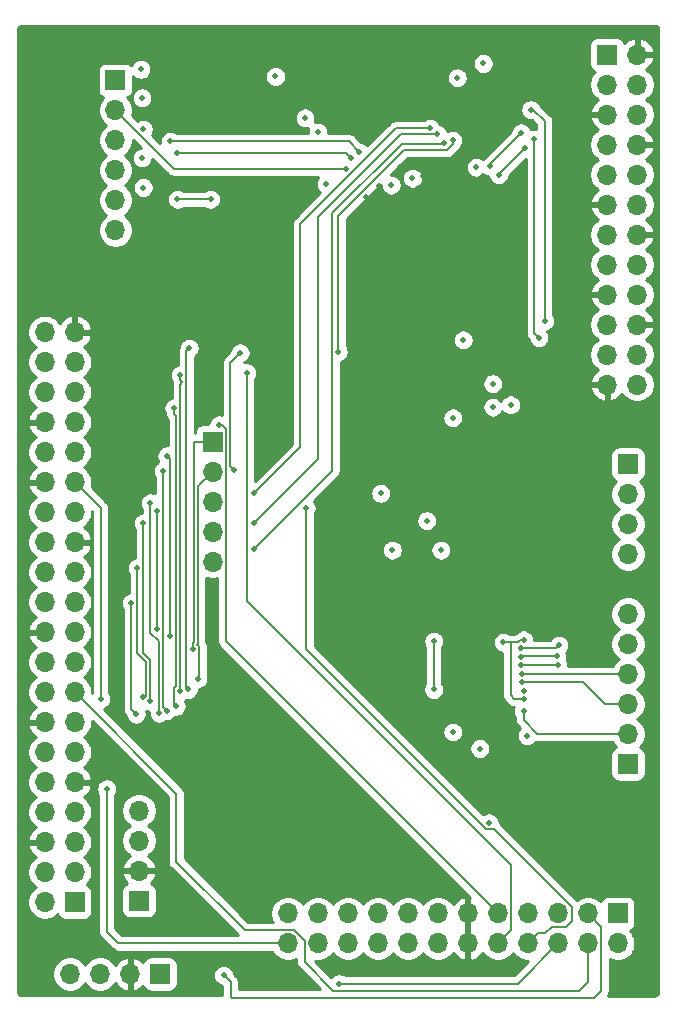
<source format=gbr>
G04 #@! TF.GenerationSoftware,KiCad,Pcbnew,(5.1.10)-1*
G04 #@! TF.CreationDate,2021-11-05T11:55:09+00:00*
G04 #@! TF.ProjectId,RasperryPi ECG Hat,52617370-6572-4727-9950-692045434720,rev?*
G04 #@! TF.SameCoordinates,Original*
G04 #@! TF.FileFunction,Copper,L4,Bot*
G04 #@! TF.FilePolarity,Positive*
%FSLAX46Y46*%
G04 Gerber Fmt 4.6, Leading zero omitted, Abs format (unit mm)*
G04 Created by KiCad (PCBNEW (5.1.10)-1) date 2021-11-05 11:55:09*
%MOMM*%
%LPD*%
G01*
G04 APERTURE LIST*
G04 #@! TA.AperFunction,ComponentPad*
%ADD10R,1.700000X1.700000*%
G04 #@! TD*
G04 #@! TA.AperFunction,ComponentPad*
%ADD11O,1.700000X1.700000*%
G04 #@! TD*
G04 #@! TA.AperFunction,ViaPad*
%ADD12C,0.500000*%
G04 #@! TD*
G04 #@! TA.AperFunction,Conductor*
%ADD13C,0.150000*%
G04 #@! TD*
G04 #@! TA.AperFunction,Conductor*
%ADD14C,0.254000*%
G04 #@! TD*
G04 #@! TA.AperFunction,Conductor*
%ADD15C,0.100000*%
G04 #@! TD*
G04 APERTURE END LIST*
D10*
G04 #@! TO.P,ECG IN,1*
G04 #@! TO.N,IN1*
X104648000Y-96012000D03*
D11*
G04 #@! TO.P,ECG IN,2*
G04 #@! TO.N,IN2*
X104648000Y-93472000D03*
G04 #@! TO.P,ECG IN,3*
G04 #@! TO.N,IN3*
X104648000Y-90932000D03*
G04 #@! TO.P,ECG IN,4*
G04 #@! TO.N,IN4*
X104648000Y-88392000D03*
G04 #@! TO.P,ECG IN,5*
G04 #@! TO.N,IN5*
X104648000Y-85852000D03*
G04 #@! TO.P,ECG IN,6*
G04 #@! TO.N,IN6*
X104648000Y-83312000D03*
G04 #@! TD*
G04 #@! TO.P,SPI,5*
G04 #@! TO.N,MOSI*
X69469000Y-78867000D03*
G04 #@! TO.P,SPI,4*
G04 #@! TO.N,MISO*
X69469000Y-76327000D03*
G04 #@! TO.P,SPI,3*
G04 #@! TO.N,SCLK*
X69469000Y-73787000D03*
G04 #@! TO.P,SPI,2*
G04 #@! TO.N,CSB2*
X69469000Y-71247000D03*
D10*
G04 #@! TO.P,SPI,1*
G04 #@! TO.N,CSB1*
X69469000Y-68707000D03*
G04 #@! TD*
G04 #@! TO.P,RPI GPIO,1*
G04 #@! TO.N,7*
X103789000Y-108666000D03*
D11*
G04 #@! TO.P,RPI GPIO,2*
G04 #@! TO.N,11*
X103789000Y-111206000D03*
G04 #@! TO.P,RPI GPIO,3*
G04 #@! TO.N,13*
X101249000Y-108666000D03*
G04 #@! TO.P,RPI GPIO,4*
G04 #@! TO.N,15*
X101249000Y-111206000D03*
G04 #@! TO.P,RPI GPIO,5*
G04 #@! TO.N,27*
X98709000Y-108666000D03*
G04 #@! TO.P,RPI GPIO,6*
G04 #@! TO.N,29*
X98709000Y-111206000D03*
G04 #@! TO.P,RPI GPIO,7*
G04 #@! TO.N,31*
X96169000Y-108666000D03*
G04 #@! TO.P,RPI GPIO,8*
G04 #@! TO.N,35*
X96169000Y-111206000D03*
G04 #@! TO.P,RPI GPIO,9*
G04 #@! TO.N,33*
X93629000Y-108666000D03*
G04 #@! TO.P,RPI GPIO,10*
G04 #@! TO.N,37*
X93629000Y-111206000D03*
G04 #@! TO.P,RPI GPIO,11*
G04 #@! TO.N,Earth*
X91089000Y-108666000D03*
G04 #@! TO.P,RPI GPIO,12*
X91089000Y-111206000D03*
G04 #@! TO.P,RPI GPIO,13*
G04 #@! TO.N,3V3*
X88549000Y-108666000D03*
G04 #@! TO.P,RPI GPIO,14*
G04 #@! TO.N,5V*
X88549000Y-111206000D03*
G04 #@! TO.P,RPI GPIO,15*
X86009000Y-108666000D03*
G04 #@! TO.P,RPI GPIO,16*
G04 #@! TO.N,40*
X86009000Y-111206000D03*
G04 #@! TO.P,RPI GPIO,17*
G04 #@! TO.N,38*
X83469000Y-108666000D03*
G04 #@! TO.P,RPI GPIO,18*
G04 #@! TO.N,36*
X83469000Y-111206000D03*
G04 #@! TO.P,RPI GPIO,19*
G04 #@! TO.N,32*
X80929000Y-108666000D03*
G04 #@! TO.P,RPI GPIO,20*
G04 #@! TO.N,28*
X80929000Y-111206000D03*
G04 #@! TO.P,RPI GPIO,21*
G04 #@! TO.N,26*
X78389000Y-108666000D03*
G04 #@! TO.P,RPI GPIO,22*
G04 #@! TO.N,24*
X78389000Y-111206000D03*
G04 #@! TO.P,RPI GPIO,23*
G04 #@! TO.N,22*
X75849000Y-108666000D03*
G04 #@! TO.P,RPI GPIO,24*
G04 #@! TO.N,12*
X75849000Y-111206000D03*
G04 #@! TD*
G04 #@! TO.P,ECG CTRL,4*
G04 #@! TO.N,WCT_OUT*
X104648000Y-78232000D03*
G04 #@! TO.P,ECG CTRL,3*
G04 #@! TO.N,ALARMB*
X104648000Y-75692000D03*
G04 #@! TO.P,ECG CTRL,2*
G04 #@! TO.N,SYNCB*
X104648000Y-73152000D03*
D10*
G04 #@! TO.P,ECG CTRL,1*
G04 #@! TO.N,DRDYB*
X104648000Y-70612000D03*
G04 #@! TD*
G04 #@! TO.P,I2C,1*
G04 #@! TO.N,5V*
X65024000Y-113792000D03*
D11*
G04 #@! TO.P,I2C,2*
G04 #@! TO.N,Earth*
X62484000Y-113792000D03*
G04 #@! TO.P,I2C,3*
G04 #@! TO.N,I2C1_SCL*
X59944000Y-113792000D03*
G04 #@! TO.P,I2C,4*
G04 #@! TO.N,I2C1_SDA*
X57404000Y-113792000D03*
G04 #@! TD*
G04 #@! TO.P,UART,4*
G04 #@! TO.N,UART_RX*
X63246000Y-99949000D03*
G04 #@! TO.P,UART,3*
G04 #@! TO.N,UART_TX*
X63246000Y-102489000D03*
G04 #@! TO.P,UART,2*
G04 #@! TO.N,Earth*
X63246000Y-105029000D03*
D10*
G04 #@! TO.P,UART,1*
G04 #@! TO.N,5V*
X63246000Y-107569000D03*
G04 #@! TD*
D11*
G04 #@! TO.P,ADC CTRL,6*
G04 #@! TO.N,DRDY*
X61246000Y-50810000D03*
G04 #@! TO.P,ADC CTRL,5*
G04 #@! TO.N,BUFEN*
X61246000Y-48270000D03*
G04 #@! TO.P,ADC CTRL,4*
G04 #@! TO.N,POL*
X61246000Y-45730000D03*
G04 #@! TO.P,ADC CTRL,3*
G04 #@! TO.N,~PDWN*
X61246000Y-43190000D03*
G04 #@! TO.P,ADC CTRL,2*
G04 #@! TO.N,~RESET*
X61246000Y-40650000D03*
D10*
G04 #@! TO.P,ADC CTRL,1*
G04 #@! TO.N,~DSYNC*
X61246000Y-38110000D03*
G04 #@! TD*
D11*
G04 #@! TO.P,ADC IN,24*
G04 #@! TO.N,Strain_3v3*
X105410000Y-63881000D03*
G04 #@! TO.P,ADC IN,23*
G04 #@! TO.N,Earth*
X102870000Y-63881000D03*
G04 #@! TO.P,ADC IN,22*
G04 #@! TO.N,AIN7*
X105410000Y-61341000D03*
G04 #@! TO.P,ADC IN,21*
G04 #@! TO.N,Strain_3v3*
X102870000Y-61341000D03*
G04 #@! TO.P,ADC IN,20*
G04 #@! TO.N,Earth*
X105410000Y-58801000D03*
G04 #@! TO.P,ADC IN,19*
G04 #@! TO.N,AIN6*
X102870000Y-58801000D03*
G04 #@! TO.P,ADC IN,18*
G04 #@! TO.N,Strain_3v3*
X105410000Y-56261000D03*
G04 #@! TO.P,ADC IN,17*
G04 #@! TO.N,Earth*
X102870000Y-56261000D03*
G04 #@! TO.P,ADC IN,16*
G04 #@! TO.N,AIN5*
X105410000Y-53721000D03*
G04 #@! TO.P,ADC IN,15*
G04 #@! TO.N,Strain_3v3*
X102870000Y-53721000D03*
G04 #@! TO.P,ADC IN,14*
G04 #@! TO.N,Earth*
X105410000Y-51181000D03*
G04 #@! TO.P,ADC IN,13*
G04 #@! TO.N,AIN4*
X102870000Y-51181000D03*
G04 #@! TO.P,ADC IN,12*
G04 #@! TO.N,Strain_3v3*
X105410000Y-48641000D03*
G04 #@! TO.P,ADC IN,11*
G04 #@! TO.N,Earth*
X102870000Y-48641000D03*
G04 #@! TO.P,ADC IN,10*
G04 #@! TO.N,AIN3*
X105410000Y-46101000D03*
G04 #@! TO.P,ADC IN,9*
G04 #@! TO.N,Strain_3v3*
X102870000Y-46101000D03*
G04 #@! TO.P,ADC IN,8*
G04 #@! TO.N,Earth*
X105410000Y-43561000D03*
G04 #@! TO.P,ADC IN,7*
G04 #@! TO.N,AIN2*
X102870000Y-43561000D03*
G04 #@! TO.P,ADC IN,6*
G04 #@! TO.N,Strain_3v3*
X105410000Y-41021000D03*
G04 #@! TO.P,ADC IN,5*
G04 #@! TO.N,Earth*
X102870000Y-41021000D03*
G04 #@! TO.P,ADC IN,4*
G04 #@! TO.N,AIN1*
X105410000Y-38481000D03*
G04 #@! TO.P,ADC IN,3*
G04 #@! TO.N,Strain_3v3*
X102870000Y-38481000D03*
G04 #@! TO.P,ADC IN,2*
G04 #@! TO.N,Earth*
X105410000Y-35941000D03*
D10*
G04 #@! TO.P,ADC IN,1*
G04 #@! TO.N,AIN0*
X102870000Y-35941000D03*
G04 #@! TD*
G04 #@! TO.P,RPI,1*
G04 #@! TO.N,3V3*
X57800000Y-107700000D03*
D11*
G04 #@! TO.P,RPI,2*
G04 #@! TO.N,5V*
X55260000Y-107700000D03*
G04 #@! TO.P,RPI,3*
G04 #@! TO.N,I2C1_SDA*
X57800000Y-105160000D03*
G04 #@! TO.P,RPI,4*
G04 #@! TO.N,5V*
X55260000Y-105160000D03*
G04 #@! TO.P,RPI,5*
G04 #@! TO.N,I2C1_SCL*
X57800000Y-102620000D03*
G04 #@! TO.P,RPI,6*
G04 #@! TO.N,Earth*
X55260000Y-102620000D03*
G04 #@! TO.P,RPI,7*
G04 #@! TO.N,7*
X57800000Y-100080000D03*
G04 #@! TO.P,RPI,8*
G04 #@! TO.N,UART_TX*
X55260000Y-100080000D03*
G04 #@! TO.P,RPI,9*
G04 #@! TO.N,Earth*
X57800000Y-97540000D03*
G04 #@! TO.P,RPI,10*
G04 #@! TO.N,UART_RX*
X55260000Y-97540000D03*
G04 #@! TO.P,RPI,11*
G04 #@! TO.N,11*
X57800000Y-95000000D03*
G04 #@! TO.P,RPI,12*
G04 #@! TO.N,12*
X55260000Y-95000000D03*
G04 #@! TO.P,RPI,13*
G04 #@! TO.N,13*
X57800000Y-92460000D03*
G04 #@! TO.P,RPI,14*
G04 #@! TO.N,Earth*
X55260000Y-92460000D03*
G04 #@! TO.P,RPI,15*
G04 #@! TO.N,15*
X57800000Y-89920000D03*
G04 #@! TO.P,RPI,16*
G04 #@! TO.N,CSB2*
X55260000Y-89920000D03*
G04 #@! TO.P,RPI,17*
G04 #@! TO.N,Net-(J1-Pad17)*
X57800000Y-87380000D03*
G04 #@! TO.P,RPI,18*
G04 #@! TO.N,CSB1*
X55260000Y-87380000D03*
G04 #@! TO.P,RPI,19*
G04 #@! TO.N,MOSI*
X57800000Y-84840000D03*
G04 #@! TO.P,RPI,20*
G04 #@! TO.N,Earth*
X55260000Y-84840000D03*
G04 #@! TO.P,RPI,21*
G04 #@! TO.N,MISO*
X57800000Y-82300000D03*
G04 #@! TO.P,RPI,22*
G04 #@! TO.N,22*
X55260000Y-82300000D03*
G04 #@! TO.P,RPI,23*
G04 #@! TO.N,SCLK*
X57800000Y-79760000D03*
G04 #@! TO.P,RPI,24*
G04 #@! TO.N,24*
X55260000Y-79760000D03*
G04 #@! TO.P,RPI,25*
G04 #@! TO.N,Earth*
X57800000Y-77220000D03*
G04 #@! TO.P,RPI,26*
G04 #@! TO.N,26*
X55260000Y-77220000D03*
G04 #@! TO.P,RPI,27*
G04 #@! TO.N,27*
X57800000Y-74680000D03*
G04 #@! TO.P,RPI,28*
G04 #@! TO.N,28*
X55260000Y-74680000D03*
G04 #@! TO.P,RPI,29*
G04 #@! TO.N,29*
X57800000Y-72140000D03*
G04 #@! TO.P,RPI,30*
G04 #@! TO.N,Earth*
X55260000Y-72140000D03*
G04 #@! TO.P,RPI,31*
G04 #@! TO.N,31*
X57800000Y-69600000D03*
G04 #@! TO.P,RPI,32*
G04 #@! TO.N,32*
X55260000Y-69600000D03*
G04 #@! TO.P,RPI,33*
G04 #@! TO.N,33*
X57800000Y-67060000D03*
G04 #@! TO.P,RPI,34*
G04 #@! TO.N,Earth*
X55260000Y-67060000D03*
G04 #@! TO.P,RPI,35*
G04 #@! TO.N,35*
X57800000Y-64520000D03*
G04 #@! TO.P,RPI,36*
G04 #@! TO.N,36*
X55260000Y-64520000D03*
G04 #@! TO.P,RPI,37*
G04 #@! TO.N,37*
X57800000Y-61980000D03*
G04 #@! TO.P,RPI,38*
G04 #@! TO.N,38*
X55260000Y-61980000D03*
G04 #@! TO.P,RPI,39*
G04 #@! TO.N,Earth*
X57800000Y-59440000D03*
G04 #@! TO.P,RPI,40*
G04 #@! TO.N,40*
X55260000Y-59440000D03*
G04 #@! TD*
D12*
G04 #@! TO.N,ECG_3v3*
X89800000Y-93300000D03*
X92100000Y-94700000D03*
X96100000Y-93600000D03*
X92900000Y-101000000D03*
X88800000Y-77900000D03*
X87600000Y-75400000D03*
X84700000Y-77900000D03*
G04 #@! TO.N,Earth*
X93095000Y-87476000D03*
X93095000Y-89762000D03*
X93095000Y-88619000D03*
X92015500Y-87476000D03*
X92015500Y-89762000D03*
X90809000Y-89762000D03*
X90809000Y-88619000D03*
X90809000Y-87476000D03*
X96700000Y-84100000D03*
X95800000Y-89800000D03*
X94400000Y-93800000D03*
X94047500Y-93164000D03*
X92015500Y-88619000D03*
X87900000Y-92300000D03*
X96000000Y-64800000D03*
X90200000Y-64800000D03*
X89800000Y-61200000D03*
X94500000Y-61200000D03*
X94700000Y-62800000D03*
X95500000Y-38700000D03*
X95500000Y-37600000D03*
X91800000Y-42200000D03*
X92400000Y-46200000D03*
X91100000Y-46200000D03*
X87300000Y-46200000D03*
X89800000Y-50700000D03*
X92800000Y-50700000D03*
X86500000Y-50700000D03*
X83600000Y-49000000D03*
X90100000Y-37000000D03*
X83600000Y-47100000D03*
X78000000Y-38100000D03*
X80000000Y-40500000D03*
X74200000Y-42500000D03*
X74700000Y-40000000D03*
X82500000Y-48000000D03*
X85400000Y-49700000D03*
X90700000Y-49700000D03*
X93900000Y-49700000D03*
X90500000Y-76700000D03*
X89100000Y-75000000D03*
X89200000Y-73000000D03*
X84500000Y-76600000D03*
X82400000Y-74100000D03*
X81400000Y-64100000D03*
X81400000Y-64900000D03*
X81400000Y-65700000D03*
X84100000Y-64100000D03*
X84100000Y-64900000D03*
X84100000Y-65600000D03*
G04 #@! TO.N,RLDOUT*
X94100000Y-85700000D03*
X95800000Y-90500000D03*
X95800000Y-85500000D03*
G04 #@! TO.N,ADC_3v3*
X90200000Y-37900000D03*
X92400000Y-36700000D03*
X91800000Y-45500000D03*
X86400000Y-46400000D03*
X84600000Y-47000000D03*
X79100000Y-46900000D03*
X63600000Y-47200000D03*
X63500000Y-44700000D03*
X63619232Y-42280768D03*
X63500000Y-39600000D03*
X77300000Y-41300000D03*
X78400000Y-42500000D03*
X63400000Y-37200000D03*
G04 #@! TO.N,Strain_3v3*
X89800000Y-66700000D03*
X94700000Y-65600000D03*
X93200000Y-63800000D03*
X93200000Y-65800000D03*
G04 #@! TO.N,CSB1*
X67818999Y-86300000D03*
G04 #@! TO.N,CSB2*
X89800000Y-43200000D03*
X68200000Y-88800000D03*
X80125000Y-61100000D03*
X71800000Y-61200000D03*
X71300000Y-71100000D03*
G04 #@! TO.N,SCLK*
X73000000Y-73100000D03*
X87900000Y-42175000D03*
G04 #@! TO.N,MISO*
X73000000Y-75600000D03*
X88500000Y-42700000D03*
G04 #@! TO.N,MOSI*
X73000000Y-77800000D03*
X89100000Y-43400000D03*
G04 #@! TO.N,12*
X60500000Y-98100000D03*
G04 #@! TO.N,22*
X63000000Y-91800000D03*
X62575000Y-82400000D03*
G04 #@! TO.N,24*
X63599754Y-90339852D03*
X63075000Y-79400000D03*
G04 #@! TO.N,26*
X63600000Y-75600000D03*
X64200000Y-90700000D03*
G04 #@! TO.N,28*
X64935920Y-91721360D03*
X64200000Y-73900000D03*
G04 #@! TO.N,32*
X65300000Y-71200000D03*
X65600000Y-91500000D03*
G04 #@! TO.N,36*
X66195898Y-65900000D03*
X66395819Y-91133202D03*
G04 #@! TO.N,38*
X66725001Y-63100000D03*
X66720898Y-89869775D03*
G04 #@! TO.N,40*
X67500000Y-60800000D03*
X67400000Y-89700000D03*
G04 #@! TO.N,37*
X72369267Y-62869267D03*
G04 #@! TO.N,33*
X70000000Y-67300000D03*
G04 #@! TO.N,35*
X77400000Y-74300000D03*
G04 #@! TO.N,31*
X65845888Y-85200000D03*
X65600000Y-69900000D03*
G04 #@! TO.N,29*
X80200000Y-114600000D03*
X60000000Y-90500000D03*
G04 #@! TO.N,27*
X64775000Y-84600000D03*
X64775000Y-74578768D03*
G04 #@! TO.N,13*
X70400000Y-113900000D03*
G04 #@! TO.N,DRDYB*
X88200000Y-85600000D03*
X88200000Y-89700000D03*
G04 #@! TO.N,WCT_OUT*
X95600000Y-86200000D03*
X98801829Y-85955707D03*
G04 #@! TO.N,~DSYNC*
X81200000Y-44700000D03*
X66500000Y-44300000D03*
G04 #@! TO.N,~RESET*
X80800000Y-45600000D03*
G04 #@! TO.N,~PDWN*
X81900000Y-44200000D03*
X65900000Y-43300000D03*
G04 #@! TO.N,BUFEN*
X69300000Y-48200000D03*
X66500000Y-48200000D03*
G04 #@! TO.N,AIN0*
X95600000Y-42575000D03*
X93000000Y-45400000D03*
G04 #@! TO.N,AIN1*
X95966737Y-43819262D03*
X93700000Y-46100000D03*
G04 #@! TO.N,AIN6*
X97600000Y-58500000D03*
X96400000Y-40600000D03*
G04 #@! TO.N,AIN7*
X97100000Y-59900000D03*
X96700000Y-43100000D03*
G04 #@! TO.N,IN6*
X95600000Y-86913464D03*
X98600000Y-86900000D03*
G04 #@! TO.N,IN5*
X95600000Y-87641268D03*
X98700000Y-87600000D03*
G04 #@! TO.N,IN4*
X95628965Y-88371035D03*
G04 #@! TO.N,IN3*
X95686950Y-89073899D03*
G04 #@! TO.N,IN2*
X95800000Y-91500000D03*
G04 #@! TO.N,5V*
X74800000Y-37800000D03*
X90700000Y-60100000D03*
X83700000Y-73100000D03*
G04 #@! TD*
D13*
G04 #@! TO.N,RLDOUT*
X94700000Y-85700000D02*
X94100000Y-85700000D01*
X95000000Y-90500000D02*
X95800000Y-90500000D01*
X94700000Y-90200000D02*
X95000000Y-90500000D01*
X94700000Y-85700000D02*
X94700000Y-90200000D01*
X95322998Y-85700000D02*
X95522998Y-85500000D01*
X95522998Y-85500000D02*
X95800000Y-85500000D01*
X94700000Y-85700000D02*
X95322998Y-85700000D01*
G04 #@! TO.N,CSB1*
X67818999Y-86300000D02*
X67818999Y-85774990D01*
X67893000Y-85700989D02*
X67893000Y-68707000D01*
X67818999Y-85774990D02*
X67893000Y-85700989D01*
X69469000Y-68707000D02*
X67893000Y-68707000D01*
G04 #@! TO.N,CSB2*
X89800000Y-43553553D02*
X89353553Y-44000000D01*
X89800000Y-43200000D02*
X89800000Y-43553553D01*
X89353553Y-44000000D02*
X85700000Y-44000000D01*
X80125000Y-49575000D02*
X80125000Y-60800000D01*
X85700000Y-44000000D02*
X80125000Y-49575000D01*
X69469000Y-71247000D02*
X68343999Y-72372001D01*
X68344000Y-88656000D02*
X68344000Y-86047999D01*
X68200000Y-88800000D02*
X68344000Y-88656000D01*
X68192489Y-85896488D02*
X68243010Y-85845967D01*
X68344000Y-86047999D02*
X68192489Y-85896488D01*
X68243010Y-72472990D02*
X68343999Y-72372001D01*
X68243010Y-85845967D02*
X68243010Y-72472990D01*
X80125000Y-60800000D02*
X80125000Y-61100000D01*
X70974999Y-70774999D02*
X71300000Y-71100000D01*
X70974999Y-62025001D02*
X70974999Y-70774999D01*
X71800000Y-61200000D02*
X70974999Y-62025001D01*
G04 #@! TO.N,SCLK*
X73000000Y-73100000D02*
X76900000Y-69200000D01*
X76900000Y-69200000D02*
X76900000Y-62500000D01*
X76900000Y-62500000D02*
X76900000Y-50300000D01*
X76900000Y-50300000D02*
X85000000Y-42200000D01*
X87875000Y-42200000D02*
X87900000Y-42175000D01*
X85000000Y-42200000D02*
X87875000Y-42200000D01*
G04 #@! TO.N,MISO*
X73000000Y-75600000D02*
X78400000Y-70200000D01*
X78400000Y-70200000D02*
X78400000Y-64600000D01*
X88500000Y-42700000D02*
X85400000Y-42700000D01*
X85400000Y-42700000D02*
X78400000Y-49700000D01*
X78400000Y-49700000D02*
X78400000Y-50000000D01*
X78400000Y-64600000D02*
X78400000Y-50000000D01*
G04 #@! TO.N,MOSI*
X73000000Y-77800000D02*
X79600000Y-71200000D01*
X79600000Y-71200000D02*
X79600000Y-49400000D01*
X79600000Y-49400000D02*
X85500000Y-43500000D01*
X89000000Y-43500000D02*
X89100000Y-43400000D01*
X85500000Y-43500000D02*
X89000000Y-43500000D01*
G04 #@! TO.N,12*
X60500000Y-98100000D02*
X60500000Y-110200000D01*
X61506000Y-111206000D02*
X75849000Y-111206000D01*
X60500000Y-110200000D02*
X61506000Y-111206000D01*
G04 #@! TO.N,22*
X62575000Y-91375000D02*
X62575000Y-82400000D01*
X63000000Y-91800000D02*
X62575000Y-91375000D01*
G04 #@! TO.N,24*
X63760148Y-90339852D02*
X63849990Y-90250010D01*
X63599754Y-90339852D02*
X63760148Y-90339852D01*
X63849990Y-87344978D02*
X63100000Y-86594988D01*
X63849990Y-90250010D02*
X63849990Y-87344978D01*
X63100000Y-79425000D02*
X63075000Y-79400000D01*
X63100000Y-86594988D02*
X63100000Y-79425000D01*
G04 #@! TO.N,26*
X64200000Y-87200000D02*
X63600000Y-86600000D01*
X64200000Y-90700000D02*
X64200000Y-87200000D01*
X63600000Y-86600000D02*
X63600000Y-75600000D01*
G04 #@! TO.N,28*
X64935920Y-91721360D02*
X64935920Y-85635920D01*
X64200000Y-84900000D02*
X64200000Y-73900000D01*
X64935920Y-85635920D02*
X64200000Y-84900000D01*
G04 #@! TO.N,32*
X65300000Y-91200000D02*
X65600000Y-91500000D01*
X65300000Y-71200000D02*
X65300000Y-91200000D01*
G04 #@! TO.N,36*
X66195898Y-65900000D02*
X66195898Y-66395898D01*
X66195898Y-66395898D02*
X66370888Y-66570888D01*
X66370888Y-66570888D02*
X66370888Y-68500000D01*
X66370888Y-77470888D02*
X66370888Y-83200000D01*
X66370888Y-68500000D02*
X66370888Y-77470888D01*
X66370888Y-77470888D02*
X66370888Y-77600000D01*
X66370888Y-83200000D02*
X66370888Y-89400000D01*
X66195897Y-90933280D02*
X66395819Y-91133202D01*
X66195897Y-89574991D02*
X66195897Y-90933280D01*
X66370888Y-89400000D02*
X66195897Y-89574991D01*
G04 #@! TO.N,38*
X66725001Y-63100000D02*
X66725001Y-63525010D01*
X66725001Y-63525010D02*
X66899991Y-63700000D01*
X66720898Y-63879093D02*
X66720898Y-89869775D01*
X66899991Y-63700000D02*
X66720898Y-63879093D01*
G04 #@! TO.N,40*
X67250001Y-61049999D02*
X67250001Y-89550001D01*
X67500000Y-60800000D02*
X67250001Y-61049999D01*
X67250001Y-89550001D02*
X67400000Y-89700000D01*
G04 #@! TO.N,37*
X94754001Y-110080999D02*
X93629000Y-111206000D01*
X72369267Y-82169267D02*
X94754001Y-104554001D01*
X94754001Y-104554001D02*
X94754001Y-110080999D01*
X72369267Y-62869267D02*
X72369267Y-82169267D01*
G04 #@! TO.N,33*
X70594001Y-67636999D02*
X70257002Y-67300000D01*
X70594001Y-85631001D02*
X70594001Y-67636999D01*
X93629000Y-108666000D02*
X70594001Y-85631001D01*
X58040000Y-67300000D02*
X57800000Y-67060000D01*
X70257002Y-67300000D02*
X70000000Y-67300000D01*
G04 #@! TO.N,35*
X99408999Y-109791001D02*
X99900000Y-109300000D01*
X98208999Y-109791001D02*
X99408999Y-109791001D01*
X97643999Y-110356001D02*
X98208999Y-109791001D01*
X97018999Y-110356001D02*
X97643999Y-110356001D01*
X96169000Y-111206000D02*
X97018999Y-110356001D01*
X77400000Y-86277002D02*
X77400000Y-74300000D01*
X92647999Y-101525001D02*
X77400000Y-86277002D01*
X93325001Y-101525001D02*
X92647999Y-101525001D01*
X99900000Y-108100000D02*
X93325001Y-101525001D01*
X99900000Y-109300000D02*
X99900000Y-108100000D01*
G04 #@! TO.N,31*
X57800000Y-69800000D02*
X57800000Y-69600000D01*
X65845888Y-70145888D02*
X65600000Y-69900000D01*
X65845888Y-85200000D02*
X65845888Y-70145888D01*
G04 #@! TO.N,29*
X98709000Y-111206000D02*
X95315000Y-114600000D01*
X95315000Y-114600000D02*
X80200000Y-114600000D01*
X60000000Y-74340000D02*
X57800000Y-72140000D01*
X60000000Y-90500000D02*
X60000000Y-74340000D01*
G04 #@! TO.N,27*
X64775000Y-84600000D02*
X64775000Y-74578768D01*
G04 #@! TO.N,15*
X101249000Y-111206000D02*
X101249000Y-114451000D01*
X101249000Y-114451000D02*
X100500000Y-115200000D01*
X100500000Y-115200000D02*
X79700000Y-115200000D01*
X79700000Y-115200000D02*
X77263999Y-112763999D01*
X76389001Y-110080999D02*
X74919001Y-110080999D01*
X77263999Y-110955997D02*
X76389001Y-110080999D01*
X77263999Y-112763999D02*
X77263999Y-110955997D01*
X74919001Y-110080999D02*
X74900000Y-110100000D01*
X74900000Y-110100000D02*
X72200000Y-110100000D01*
X72200000Y-110100000D02*
X66400000Y-104300000D01*
X66400000Y-98520000D02*
X57800000Y-89920000D01*
X66400000Y-104300000D02*
X66400000Y-98520000D01*
G04 #@! TO.N,13*
X70400000Y-113900000D02*
X71000000Y-114500000D01*
X71000000Y-114500000D02*
X71000000Y-115700000D01*
X71000000Y-115700000D02*
X71100000Y-115800000D01*
X71100000Y-115800000D02*
X101800000Y-115800000D01*
X102374001Y-109791001D02*
X101249000Y-108666000D01*
X102374001Y-115225999D02*
X102374001Y-109791001D01*
X101800000Y-115800000D02*
X102374001Y-115225999D01*
G04 #@! TO.N,DRDYB*
X88200000Y-85600000D02*
X88200000Y-89700000D01*
G04 #@! TO.N,WCT_OUT*
X95482159Y-86271001D02*
X95536159Y-86325001D01*
X98557536Y-86200000D02*
X98801829Y-85955707D01*
X95600000Y-86200000D02*
X98557536Y-86200000D01*
G04 #@! TO.N,~DSYNC*
X81200000Y-44700000D02*
X80800000Y-44300000D01*
X80800000Y-44300000D02*
X66500000Y-44300000D01*
G04 #@! TO.N,~RESET*
X66196000Y-45600000D02*
X61246000Y-40650000D01*
X80800000Y-45600000D02*
X66196000Y-45600000D01*
G04 #@! TO.N,~PDWN*
X81900000Y-44200000D02*
X81000000Y-43300000D01*
X81000000Y-43300000D02*
X65900000Y-43300000D01*
G04 #@! TO.N,BUFEN*
X69300000Y-48200000D02*
X66500000Y-48200000D01*
G04 #@! TO.N,AIN0*
X93000000Y-45175000D02*
X93000000Y-45400000D01*
X95600000Y-42575000D02*
X93000000Y-45175000D01*
G04 #@! TO.N,AIN1*
X93700000Y-46085999D02*
X93700000Y-46100000D01*
X95966737Y-43819262D02*
X93700000Y-46085999D01*
G04 #@! TO.N,AIN6*
X97600000Y-58500000D02*
X97600000Y-42600000D01*
X97600000Y-42600000D02*
X97600000Y-41900000D01*
X97600000Y-41900000D02*
X97600000Y-41600000D01*
X97600000Y-41600000D02*
X96600000Y-40600000D01*
X96600000Y-40600000D02*
X96400000Y-40600000D01*
G04 #@! TO.N,AIN7*
X96700000Y-59500000D02*
X96700000Y-43100000D01*
X97100000Y-59900000D02*
X96700000Y-59500000D01*
G04 #@! TO.N,IN6*
X98586536Y-86913464D02*
X98600000Y-86900000D01*
X95613464Y-86900000D02*
X95600000Y-86913464D01*
X98600000Y-86900000D02*
X95613464Y-86900000D01*
G04 #@! TO.N,IN5*
X98658732Y-87641268D02*
X98700000Y-87600000D01*
X95600000Y-87641268D02*
X98658732Y-87641268D01*
G04 #@! TO.N,IN4*
X104527035Y-88271035D02*
X104648000Y-88392000D01*
X95649930Y-88392000D02*
X95628965Y-88371035D01*
X104648000Y-88392000D02*
X95649930Y-88392000D01*
G04 #@! TO.N,IN3*
X104648000Y-90932000D02*
X102732000Y-90932000D01*
X100873899Y-89073899D02*
X95686950Y-89073899D01*
X102732000Y-90932000D02*
X100873899Y-89073899D01*
G04 #@! TO.N,IN2*
X95800000Y-92300000D02*
X95800000Y-91500000D01*
X96972000Y-93472000D02*
X96950000Y-93450000D01*
X104648000Y-93472000D02*
X96972000Y-93472000D01*
X95800000Y-92300000D02*
X96950000Y-93450000D01*
G04 #@! TD*
D14*
G04 #@! TO.N,Earth*
X106946383Y-33520241D02*
X107007265Y-33534616D01*
X107064189Y-33560541D01*
X107115000Y-33597032D01*
X107157754Y-33642695D01*
X107190822Y-33695791D01*
X107212950Y-33754304D01*
X107226916Y-33837632D01*
X107227189Y-33845088D01*
X107217032Y-115217816D01*
X107212787Y-115334389D01*
X107198101Y-115396588D01*
X107171616Y-115454745D01*
X107134336Y-115506654D01*
X107087686Y-115550331D01*
X107033441Y-115584115D01*
X106973664Y-115606721D01*
X106888970Y-115620916D01*
X106881402Y-115621194D01*
X102968890Y-115619202D01*
X103033129Y-115499019D01*
X103073728Y-115365183D01*
X103084001Y-115260876D01*
X103084001Y-115260874D01*
X103087436Y-115225999D01*
X103084001Y-115191124D01*
X103084001Y-112520929D01*
X103085589Y-112521990D01*
X103355842Y-112633932D01*
X103642740Y-112691000D01*
X103935260Y-112691000D01*
X104222158Y-112633932D01*
X104492411Y-112521990D01*
X104735632Y-112359475D01*
X104942475Y-112152632D01*
X105104990Y-111909411D01*
X105216932Y-111639158D01*
X105274000Y-111352260D01*
X105274000Y-111059740D01*
X105216932Y-110772842D01*
X105104990Y-110502589D01*
X104942475Y-110259368D01*
X104810620Y-110127513D01*
X104883180Y-110105502D01*
X104993494Y-110046537D01*
X105090185Y-109967185D01*
X105169537Y-109870494D01*
X105228502Y-109760180D01*
X105264812Y-109640482D01*
X105277072Y-109516000D01*
X105277072Y-107816000D01*
X105264812Y-107691518D01*
X105228502Y-107571820D01*
X105169537Y-107461506D01*
X105090185Y-107364815D01*
X104993494Y-107285463D01*
X104883180Y-107226498D01*
X104763482Y-107190188D01*
X104639000Y-107177928D01*
X102939000Y-107177928D01*
X102814518Y-107190188D01*
X102694820Y-107226498D01*
X102584506Y-107285463D01*
X102487815Y-107364815D01*
X102408463Y-107461506D01*
X102349498Y-107571820D01*
X102327487Y-107644380D01*
X102195632Y-107512525D01*
X101952411Y-107350010D01*
X101682158Y-107238068D01*
X101395260Y-107181000D01*
X101102740Y-107181000D01*
X100815842Y-107238068D01*
X100545589Y-107350010D01*
X100310909Y-107506818D01*
X93851713Y-101047622D01*
X93829476Y-101020526D01*
X93785000Y-100984026D01*
X93785000Y-100912835D01*
X93750990Y-100741855D01*
X93684277Y-100580795D01*
X93587424Y-100435845D01*
X93464155Y-100312576D01*
X93319205Y-100215723D01*
X93158145Y-100149010D01*
X92987165Y-100115000D01*
X92812835Y-100115000D01*
X92641855Y-100149010D01*
X92480795Y-100215723D01*
X92398081Y-100270991D01*
X86739925Y-94612835D01*
X91215000Y-94612835D01*
X91215000Y-94787165D01*
X91249010Y-94958145D01*
X91315723Y-95119205D01*
X91412576Y-95264155D01*
X91535845Y-95387424D01*
X91680795Y-95484277D01*
X91841855Y-95550990D01*
X92012835Y-95585000D01*
X92187165Y-95585000D01*
X92358145Y-95550990D01*
X92519205Y-95484277D01*
X92664155Y-95387424D01*
X92787424Y-95264155D01*
X92884277Y-95119205D01*
X92950990Y-94958145D01*
X92985000Y-94787165D01*
X92985000Y-94612835D01*
X92950990Y-94441855D01*
X92884277Y-94280795D01*
X92787424Y-94135845D01*
X92664155Y-94012576D01*
X92519205Y-93915723D01*
X92358145Y-93849010D01*
X92187165Y-93815000D01*
X92012835Y-93815000D01*
X91841855Y-93849010D01*
X91680795Y-93915723D01*
X91535845Y-94012576D01*
X91412576Y-94135845D01*
X91315723Y-94280795D01*
X91249010Y-94441855D01*
X91215000Y-94612835D01*
X86739925Y-94612835D01*
X85339925Y-93212835D01*
X88915000Y-93212835D01*
X88915000Y-93387165D01*
X88949010Y-93558145D01*
X89015723Y-93719205D01*
X89112576Y-93864155D01*
X89235845Y-93987424D01*
X89380795Y-94084277D01*
X89541855Y-94150990D01*
X89712835Y-94185000D01*
X89887165Y-94185000D01*
X90058145Y-94150990D01*
X90219205Y-94084277D01*
X90364155Y-93987424D01*
X90487424Y-93864155D01*
X90584277Y-93719205D01*
X90650990Y-93558145D01*
X90685000Y-93387165D01*
X90685000Y-93212835D01*
X90650990Y-93041855D01*
X90584277Y-92880795D01*
X90487424Y-92735845D01*
X90364155Y-92612576D01*
X90219205Y-92515723D01*
X90058145Y-92449010D01*
X89887165Y-92415000D01*
X89712835Y-92415000D01*
X89541855Y-92449010D01*
X89380795Y-92515723D01*
X89235845Y-92612576D01*
X89112576Y-92735845D01*
X89015723Y-92880795D01*
X88949010Y-93041855D01*
X88915000Y-93212835D01*
X85339925Y-93212835D01*
X78110000Y-85982911D01*
X78110000Y-85512835D01*
X87315000Y-85512835D01*
X87315000Y-85687165D01*
X87349010Y-85858145D01*
X87415723Y-86019205D01*
X87490000Y-86130368D01*
X87490001Y-89169631D01*
X87415723Y-89280795D01*
X87349010Y-89441855D01*
X87315000Y-89612835D01*
X87315000Y-89787165D01*
X87349010Y-89958145D01*
X87415723Y-90119205D01*
X87512576Y-90264155D01*
X87635845Y-90387424D01*
X87780795Y-90484277D01*
X87941855Y-90550990D01*
X88112835Y-90585000D01*
X88287165Y-90585000D01*
X88458145Y-90550990D01*
X88619205Y-90484277D01*
X88764155Y-90387424D01*
X88887424Y-90264155D01*
X88984277Y-90119205D01*
X89050990Y-89958145D01*
X89085000Y-89787165D01*
X89085000Y-89612835D01*
X89050990Y-89441855D01*
X88984277Y-89280795D01*
X88910000Y-89169632D01*
X88910000Y-86130368D01*
X88984277Y-86019205D01*
X89050990Y-85858145D01*
X89085000Y-85687165D01*
X89085000Y-85612835D01*
X93215000Y-85612835D01*
X93215000Y-85787165D01*
X93249010Y-85958145D01*
X93315723Y-86119205D01*
X93412576Y-86264155D01*
X93535845Y-86387424D01*
X93680795Y-86484277D01*
X93841855Y-86550990D01*
X93990000Y-86580458D01*
X93990001Y-90165115D01*
X93986565Y-90200000D01*
X94000274Y-90339184D01*
X94040872Y-90473019D01*
X94099771Y-90583210D01*
X94106801Y-90596363D01*
X94195526Y-90704475D01*
X94222617Y-90726708D01*
X94473288Y-90977379D01*
X94495525Y-91004475D01*
X94603637Y-91093200D01*
X94726980Y-91159128D01*
X94860816Y-91199727D01*
X94962319Y-91209724D01*
X94949010Y-91241855D01*
X94915000Y-91412835D01*
X94915000Y-91587165D01*
X94949010Y-91758145D01*
X95015723Y-91919205D01*
X95090000Y-92030368D01*
X95090000Y-92265125D01*
X95086565Y-92300000D01*
X95090000Y-92334875D01*
X95090000Y-92334876D01*
X95100273Y-92439183D01*
X95140872Y-92573019D01*
X95206800Y-92696362D01*
X95295525Y-92804474D01*
X95322617Y-92826708D01*
X95472165Y-92976256D01*
X95412576Y-93035845D01*
X95315723Y-93180795D01*
X95249010Y-93341855D01*
X95215000Y-93512835D01*
X95215000Y-93687165D01*
X95249010Y-93858145D01*
X95315723Y-94019205D01*
X95412576Y-94164155D01*
X95535845Y-94287424D01*
X95680795Y-94384277D01*
X95841855Y-94450990D01*
X96012835Y-94485000D01*
X96187165Y-94485000D01*
X96358145Y-94450990D01*
X96519205Y-94384277D01*
X96664155Y-94287424D01*
X96787424Y-94164155D01*
X96790867Y-94159002D01*
X96832816Y-94171727D01*
X96937123Y-94182000D01*
X96937125Y-94182000D01*
X96972000Y-94185435D01*
X97006875Y-94182000D01*
X103336413Y-94182000D01*
X103494525Y-94418632D01*
X103626380Y-94550487D01*
X103553820Y-94572498D01*
X103443506Y-94631463D01*
X103346815Y-94710815D01*
X103267463Y-94807506D01*
X103208498Y-94917820D01*
X103172188Y-95037518D01*
X103159928Y-95162000D01*
X103159928Y-96862000D01*
X103172188Y-96986482D01*
X103208498Y-97106180D01*
X103267463Y-97216494D01*
X103346815Y-97313185D01*
X103443506Y-97392537D01*
X103553820Y-97451502D01*
X103673518Y-97487812D01*
X103798000Y-97500072D01*
X105498000Y-97500072D01*
X105622482Y-97487812D01*
X105742180Y-97451502D01*
X105852494Y-97392537D01*
X105949185Y-97313185D01*
X106028537Y-97216494D01*
X106087502Y-97106180D01*
X106123812Y-96986482D01*
X106136072Y-96862000D01*
X106136072Y-95162000D01*
X106123812Y-95037518D01*
X106087502Y-94917820D01*
X106028537Y-94807506D01*
X105949185Y-94710815D01*
X105852494Y-94631463D01*
X105742180Y-94572498D01*
X105669620Y-94550487D01*
X105801475Y-94418632D01*
X105963990Y-94175411D01*
X106075932Y-93905158D01*
X106133000Y-93618260D01*
X106133000Y-93325740D01*
X106075932Y-93038842D01*
X105963990Y-92768589D01*
X105801475Y-92525368D01*
X105594632Y-92318525D01*
X105420240Y-92202000D01*
X105594632Y-92085475D01*
X105801475Y-91878632D01*
X105963990Y-91635411D01*
X106075932Y-91365158D01*
X106133000Y-91078260D01*
X106133000Y-90785740D01*
X106075932Y-90498842D01*
X105963990Y-90228589D01*
X105801475Y-89985368D01*
X105594632Y-89778525D01*
X105420240Y-89662000D01*
X105594632Y-89545475D01*
X105801475Y-89338632D01*
X105963990Y-89095411D01*
X106075932Y-88825158D01*
X106133000Y-88538260D01*
X106133000Y-88245740D01*
X106075932Y-87958842D01*
X105963990Y-87688589D01*
X105801475Y-87445368D01*
X105594632Y-87238525D01*
X105420240Y-87122000D01*
X105594632Y-87005475D01*
X105801475Y-86798632D01*
X105963990Y-86555411D01*
X106075932Y-86285158D01*
X106133000Y-85998260D01*
X106133000Y-85705740D01*
X106075932Y-85418842D01*
X105963990Y-85148589D01*
X105801475Y-84905368D01*
X105594632Y-84698525D01*
X105420240Y-84582000D01*
X105594632Y-84465475D01*
X105801475Y-84258632D01*
X105963990Y-84015411D01*
X106075932Y-83745158D01*
X106133000Y-83458260D01*
X106133000Y-83165740D01*
X106075932Y-82878842D01*
X105963990Y-82608589D01*
X105801475Y-82365368D01*
X105594632Y-82158525D01*
X105351411Y-81996010D01*
X105081158Y-81884068D01*
X104794260Y-81827000D01*
X104501740Y-81827000D01*
X104214842Y-81884068D01*
X103944589Y-81996010D01*
X103701368Y-82158525D01*
X103494525Y-82365368D01*
X103332010Y-82608589D01*
X103220068Y-82878842D01*
X103163000Y-83165740D01*
X103163000Y-83458260D01*
X103220068Y-83745158D01*
X103332010Y-84015411D01*
X103494525Y-84258632D01*
X103701368Y-84465475D01*
X103875760Y-84582000D01*
X103701368Y-84698525D01*
X103494525Y-84905368D01*
X103332010Y-85148589D01*
X103220068Y-85418842D01*
X103163000Y-85705740D01*
X103163000Y-85998260D01*
X103220068Y-86285158D01*
X103332010Y-86555411D01*
X103494525Y-86798632D01*
X103701368Y-87005475D01*
X103875760Y-87122000D01*
X103701368Y-87238525D01*
X103494525Y-87445368D01*
X103336413Y-87682000D01*
X99585000Y-87682000D01*
X99585000Y-87512835D01*
X99550990Y-87341855D01*
X99484277Y-87180795D01*
X99455154Y-87137210D01*
X99485000Y-86987165D01*
X99485000Y-86812835D01*
X99450990Y-86641855D01*
X99426466Y-86582649D01*
X99489253Y-86519862D01*
X99586106Y-86374912D01*
X99652819Y-86213852D01*
X99686829Y-86042872D01*
X99686829Y-85868542D01*
X99652819Y-85697562D01*
X99586106Y-85536502D01*
X99489253Y-85391552D01*
X99365984Y-85268283D01*
X99221034Y-85171430D01*
X99059974Y-85104717D01*
X98888994Y-85070707D01*
X98714664Y-85070707D01*
X98543684Y-85104717D01*
X98382624Y-85171430D01*
X98237674Y-85268283D01*
X98114405Y-85391552D01*
X98048624Y-85490000D01*
X96685000Y-85490000D01*
X96685000Y-85412835D01*
X96650990Y-85241855D01*
X96584277Y-85080795D01*
X96487424Y-84935845D01*
X96364155Y-84812576D01*
X96219205Y-84715723D01*
X96058145Y-84649010D01*
X95887165Y-84615000D01*
X95712835Y-84615000D01*
X95541855Y-84649010D01*
X95380795Y-84715723D01*
X95235845Y-84812576D01*
X95158829Y-84889592D01*
X95126635Y-84906800D01*
X95025255Y-84990000D01*
X94734877Y-84990000D01*
X94700000Y-84986565D01*
X94665123Y-84990000D01*
X94630368Y-84990000D01*
X94519205Y-84915723D01*
X94358145Y-84849010D01*
X94187165Y-84815000D01*
X94012835Y-84815000D01*
X93841855Y-84849010D01*
X93680795Y-84915723D01*
X93535845Y-85012576D01*
X93412576Y-85135845D01*
X93315723Y-85280795D01*
X93249010Y-85441855D01*
X93215000Y-85612835D01*
X89085000Y-85612835D01*
X89085000Y-85512835D01*
X89050990Y-85341855D01*
X88984277Y-85180795D01*
X88887424Y-85035845D01*
X88764155Y-84912576D01*
X88619205Y-84815723D01*
X88458145Y-84749010D01*
X88287165Y-84715000D01*
X88112835Y-84715000D01*
X87941855Y-84749010D01*
X87780795Y-84815723D01*
X87635845Y-84912576D01*
X87512576Y-85035845D01*
X87415723Y-85180795D01*
X87349010Y-85341855D01*
X87315000Y-85512835D01*
X78110000Y-85512835D01*
X78110000Y-77812835D01*
X83815000Y-77812835D01*
X83815000Y-77987165D01*
X83849010Y-78158145D01*
X83915723Y-78319205D01*
X84012576Y-78464155D01*
X84135845Y-78587424D01*
X84280795Y-78684277D01*
X84441855Y-78750990D01*
X84612835Y-78785000D01*
X84787165Y-78785000D01*
X84958145Y-78750990D01*
X85119205Y-78684277D01*
X85264155Y-78587424D01*
X85387424Y-78464155D01*
X85484277Y-78319205D01*
X85550990Y-78158145D01*
X85585000Y-77987165D01*
X85585000Y-77812835D01*
X87915000Y-77812835D01*
X87915000Y-77987165D01*
X87949010Y-78158145D01*
X88015723Y-78319205D01*
X88112576Y-78464155D01*
X88235845Y-78587424D01*
X88380795Y-78684277D01*
X88541855Y-78750990D01*
X88712835Y-78785000D01*
X88887165Y-78785000D01*
X89058145Y-78750990D01*
X89219205Y-78684277D01*
X89364155Y-78587424D01*
X89487424Y-78464155D01*
X89584277Y-78319205D01*
X89650990Y-78158145D01*
X89685000Y-77987165D01*
X89685000Y-77812835D01*
X89650990Y-77641855D01*
X89584277Y-77480795D01*
X89487424Y-77335845D01*
X89364155Y-77212576D01*
X89219205Y-77115723D01*
X89058145Y-77049010D01*
X88887165Y-77015000D01*
X88712835Y-77015000D01*
X88541855Y-77049010D01*
X88380795Y-77115723D01*
X88235845Y-77212576D01*
X88112576Y-77335845D01*
X88015723Y-77480795D01*
X87949010Y-77641855D01*
X87915000Y-77812835D01*
X85585000Y-77812835D01*
X85550990Y-77641855D01*
X85484277Y-77480795D01*
X85387424Y-77335845D01*
X85264155Y-77212576D01*
X85119205Y-77115723D01*
X84958145Y-77049010D01*
X84787165Y-77015000D01*
X84612835Y-77015000D01*
X84441855Y-77049010D01*
X84280795Y-77115723D01*
X84135845Y-77212576D01*
X84012576Y-77335845D01*
X83915723Y-77480795D01*
X83849010Y-77641855D01*
X83815000Y-77812835D01*
X78110000Y-77812835D01*
X78110000Y-75312835D01*
X86715000Y-75312835D01*
X86715000Y-75487165D01*
X86749010Y-75658145D01*
X86815723Y-75819205D01*
X86912576Y-75964155D01*
X87035845Y-76087424D01*
X87180795Y-76184277D01*
X87341855Y-76250990D01*
X87512835Y-76285000D01*
X87687165Y-76285000D01*
X87858145Y-76250990D01*
X88019205Y-76184277D01*
X88164155Y-76087424D01*
X88287424Y-75964155D01*
X88384277Y-75819205D01*
X88450990Y-75658145D01*
X88485000Y-75487165D01*
X88485000Y-75312835D01*
X88450990Y-75141855D01*
X88384277Y-74980795D01*
X88287424Y-74835845D01*
X88164155Y-74712576D01*
X88019205Y-74615723D01*
X87858145Y-74549010D01*
X87687165Y-74515000D01*
X87512835Y-74515000D01*
X87341855Y-74549010D01*
X87180795Y-74615723D01*
X87035845Y-74712576D01*
X86912576Y-74835845D01*
X86815723Y-74980795D01*
X86749010Y-75141855D01*
X86715000Y-75312835D01*
X78110000Y-75312835D01*
X78110000Y-74830368D01*
X78184277Y-74719205D01*
X78250990Y-74558145D01*
X78285000Y-74387165D01*
X78285000Y-74212835D01*
X78250990Y-74041855D01*
X78184277Y-73880795D01*
X78087424Y-73735845D01*
X78077835Y-73726256D01*
X78791256Y-73012835D01*
X82815000Y-73012835D01*
X82815000Y-73187165D01*
X82849010Y-73358145D01*
X82915723Y-73519205D01*
X83012576Y-73664155D01*
X83135845Y-73787424D01*
X83280795Y-73884277D01*
X83441855Y-73950990D01*
X83612835Y-73985000D01*
X83787165Y-73985000D01*
X83958145Y-73950990D01*
X84119205Y-73884277D01*
X84264155Y-73787424D01*
X84387424Y-73664155D01*
X84484277Y-73519205D01*
X84550990Y-73358145D01*
X84585000Y-73187165D01*
X84585000Y-73012835D01*
X84550990Y-72841855D01*
X84484277Y-72680795D01*
X84387424Y-72535845D01*
X84264155Y-72412576D01*
X84119205Y-72315723D01*
X83958145Y-72249010D01*
X83787165Y-72215000D01*
X83612835Y-72215000D01*
X83441855Y-72249010D01*
X83280795Y-72315723D01*
X83135845Y-72412576D01*
X83012576Y-72535845D01*
X82915723Y-72680795D01*
X82849010Y-72841855D01*
X82815000Y-73012835D01*
X78791256Y-73012835D01*
X80077383Y-71726708D01*
X80104474Y-71704475D01*
X80160752Y-71635901D01*
X80193200Y-71596364D01*
X80259128Y-71473020D01*
X80299727Y-71339185D01*
X80313435Y-71200000D01*
X80310000Y-71165123D01*
X80310000Y-69762000D01*
X103159928Y-69762000D01*
X103159928Y-71462000D01*
X103172188Y-71586482D01*
X103208498Y-71706180D01*
X103267463Y-71816494D01*
X103346815Y-71913185D01*
X103443506Y-71992537D01*
X103553820Y-72051502D01*
X103626380Y-72073513D01*
X103494525Y-72205368D01*
X103332010Y-72448589D01*
X103220068Y-72718842D01*
X103163000Y-73005740D01*
X103163000Y-73298260D01*
X103220068Y-73585158D01*
X103332010Y-73855411D01*
X103494525Y-74098632D01*
X103701368Y-74305475D01*
X103875760Y-74422000D01*
X103701368Y-74538525D01*
X103494525Y-74745368D01*
X103332010Y-74988589D01*
X103220068Y-75258842D01*
X103163000Y-75545740D01*
X103163000Y-75838260D01*
X103220068Y-76125158D01*
X103332010Y-76395411D01*
X103494525Y-76638632D01*
X103701368Y-76845475D01*
X103875760Y-76962000D01*
X103701368Y-77078525D01*
X103494525Y-77285368D01*
X103332010Y-77528589D01*
X103220068Y-77798842D01*
X103163000Y-78085740D01*
X103163000Y-78378260D01*
X103220068Y-78665158D01*
X103332010Y-78935411D01*
X103494525Y-79178632D01*
X103701368Y-79385475D01*
X103944589Y-79547990D01*
X104214842Y-79659932D01*
X104501740Y-79717000D01*
X104794260Y-79717000D01*
X105081158Y-79659932D01*
X105351411Y-79547990D01*
X105594632Y-79385475D01*
X105801475Y-79178632D01*
X105963990Y-78935411D01*
X106075932Y-78665158D01*
X106133000Y-78378260D01*
X106133000Y-78085740D01*
X106075932Y-77798842D01*
X105963990Y-77528589D01*
X105801475Y-77285368D01*
X105594632Y-77078525D01*
X105420240Y-76962000D01*
X105594632Y-76845475D01*
X105801475Y-76638632D01*
X105963990Y-76395411D01*
X106075932Y-76125158D01*
X106133000Y-75838260D01*
X106133000Y-75545740D01*
X106075932Y-75258842D01*
X105963990Y-74988589D01*
X105801475Y-74745368D01*
X105594632Y-74538525D01*
X105420240Y-74422000D01*
X105594632Y-74305475D01*
X105801475Y-74098632D01*
X105963990Y-73855411D01*
X106075932Y-73585158D01*
X106133000Y-73298260D01*
X106133000Y-73005740D01*
X106075932Y-72718842D01*
X105963990Y-72448589D01*
X105801475Y-72205368D01*
X105669620Y-72073513D01*
X105742180Y-72051502D01*
X105852494Y-71992537D01*
X105949185Y-71913185D01*
X106028537Y-71816494D01*
X106087502Y-71706180D01*
X106123812Y-71586482D01*
X106136072Y-71462000D01*
X106136072Y-69762000D01*
X106123812Y-69637518D01*
X106087502Y-69517820D01*
X106028537Y-69407506D01*
X105949185Y-69310815D01*
X105852494Y-69231463D01*
X105742180Y-69172498D01*
X105622482Y-69136188D01*
X105498000Y-69123928D01*
X103798000Y-69123928D01*
X103673518Y-69136188D01*
X103553820Y-69172498D01*
X103443506Y-69231463D01*
X103346815Y-69310815D01*
X103267463Y-69407506D01*
X103208498Y-69517820D01*
X103172188Y-69637518D01*
X103159928Y-69762000D01*
X80310000Y-69762000D01*
X80310000Y-66612835D01*
X88915000Y-66612835D01*
X88915000Y-66787165D01*
X88949010Y-66958145D01*
X89015723Y-67119205D01*
X89112576Y-67264155D01*
X89235845Y-67387424D01*
X89380795Y-67484277D01*
X89541855Y-67550990D01*
X89712835Y-67585000D01*
X89887165Y-67585000D01*
X90058145Y-67550990D01*
X90219205Y-67484277D01*
X90364155Y-67387424D01*
X90487424Y-67264155D01*
X90584277Y-67119205D01*
X90650990Y-66958145D01*
X90685000Y-66787165D01*
X90685000Y-66612835D01*
X90650990Y-66441855D01*
X90584277Y-66280795D01*
X90487424Y-66135845D01*
X90364155Y-66012576D01*
X90219205Y-65915723D01*
X90058145Y-65849010D01*
X89887165Y-65815000D01*
X89712835Y-65815000D01*
X89541855Y-65849010D01*
X89380795Y-65915723D01*
X89235845Y-66012576D01*
X89112576Y-66135845D01*
X89015723Y-66280795D01*
X88949010Y-66441855D01*
X88915000Y-66612835D01*
X80310000Y-66612835D01*
X80310000Y-65712835D01*
X92315000Y-65712835D01*
X92315000Y-65887165D01*
X92349010Y-66058145D01*
X92415723Y-66219205D01*
X92512576Y-66364155D01*
X92635845Y-66487424D01*
X92780795Y-66584277D01*
X92941855Y-66650990D01*
X93112835Y-66685000D01*
X93287165Y-66685000D01*
X93458145Y-66650990D01*
X93619205Y-66584277D01*
X93764155Y-66487424D01*
X93887424Y-66364155D01*
X93984277Y-66219205D01*
X94009183Y-66159077D01*
X94012576Y-66164155D01*
X94135845Y-66287424D01*
X94280795Y-66384277D01*
X94441855Y-66450990D01*
X94612835Y-66485000D01*
X94787165Y-66485000D01*
X94958145Y-66450990D01*
X95119205Y-66384277D01*
X95264155Y-66287424D01*
X95387424Y-66164155D01*
X95484277Y-66019205D01*
X95550990Y-65858145D01*
X95585000Y-65687165D01*
X95585000Y-65512835D01*
X95550990Y-65341855D01*
X95484277Y-65180795D01*
X95387424Y-65035845D01*
X95264155Y-64912576D01*
X95119205Y-64815723D01*
X94958145Y-64749010D01*
X94787165Y-64715000D01*
X94612835Y-64715000D01*
X94441855Y-64749010D01*
X94280795Y-64815723D01*
X94135845Y-64912576D01*
X94012576Y-65035845D01*
X93915723Y-65180795D01*
X93890817Y-65240923D01*
X93887424Y-65235845D01*
X93764155Y-65112576D01*
X93619205Y-65015723D01*
X93458145Y-64949010D01*
X93287165Y-64915000D01*
X93112835Y-64915000D01*
X92941855Y-64949010D01*
X92780795Y-65015723D01*
X92635845Y-65112576D01*
X92512576Y-65235845D01*
X92415723Y-65380795D01*
X92349010Y-65541855D01*
X92315000Y-65712835D01*
X80310000Y-65712835D01*
X80310000Y-63712835D01*
X92315000Y-63712835D01*
X92315000Y-63887165D01*
X92349010Y-64058145D01*
X92415723Y-64219205D01*
X92512576Y-64364155D01*
X92635845Y-64487424D01*
X92780795Y-64584277D01*
X92941855Y-64650990D01*
X93112835Y-64685000D01*
X93287165Y-64685000D01*
X93458145Y-64650990D01*
X93619205Y-64584277D01*
X93764155Y-64487424D01*
X93887424Y-64364155D01*
X93971792Y-64237890D01*
X101428524Y-64237890D01*
X101473175Y-64385099D01*
X101598359Y-64647920D01*
X101772412Y-64881269D01*
X101988645Y-65076178D01*
X102238748Y-65225157D01*
X102513109Y-65322481D01*
X102743000Y-65201814D01*
X102743000Y-64008000D01*
X101549845Y-64008000D01*
X101428524Y-64237890D01*
X93971792Y-64237890D01*
X93984277Y-64219205D01*
X94050990Y-64058145D01*
X94085000Y-63887165D01*
X94085000Y-63712835D01*
X94050990Y-63541855D01*
X93984277Y-63380795D01*
X93887424Y-63235845D01*
X93764155Y-63112576D01*
X93619205Y-63015723D01*
X93458145Y-62949010D01*
X93287165Y-62915000D01*
X93112835Y-62915000D01*
X92941855Y-62949010D01*
X92780795Y-63015723D01*
X92635845Y-63112576D01*
X92512576Y-63235845D01*
X92415723Y-63380795D01*
X92349010Y-63541855D01*
X92315000Y-63712835D01*
X80310000Y-63712835D01*
X80310000Y-61965539D01*
X80383145Y-61950990D01*
X80544205Y-61884277D01*
X80689155Y-61787424D01*
X80812424Y-61664155D01*
X80909277Y-61519205D01*
X80975990Y-61358145D01*
X81010000Y-61187165D01*
X81010000Y-61012835D01*
X80975990Y-60841855D01*
X80909277Y-60680795D01*
X80835000Y-60569632D01*
X80835000Y-60012835D01*
X89815000Y-60012835D01*
X89815000Y-60187165D01*
X89849010Y-60358145D01*
X89915723Y-60519205D01*
X90012576Y-60664155D01*
X90135845Y-60787424D01*
X90280795Y-60884277D01*
X90441855Y-60950990D01*
X90612835Y-60985000D01*
X90787165Y-60985000D01*
X90958145Y-60950990D01*
X91119205Y-60884277D01*
X91264155Y-60787424D01*
X91387424Y-60664155D01*
X91484277Y-60519205D01*
X91550990Y-60358145D01*
X91585000Y-60187165D01*
X91585000Y-60012835D01*
X91550990Y-59841855D01*
X91484277Y-59680795D01*
X91387424Y-59535845D01*
X91264155Y-59412576D01*
X91119205Y-59315723D01*
X90958145Y-59249010D01*
X90787165Y-59215000D01*
X90612835Y-59215000D01*
X90441855Y-59249010D01*
X90280795Y-59315723D01*
X90135845Y-59412576D01*
X90012576Y-59535845D01*
X89915723Y-59680795D01*
X89849010Y-59841855D01*
X89815000Y-60012835D01*
X80835000Y-60012835D01*
X80835000Y-49869091D01*
X83715000Y-46989091D01*
X83715000Y-47087165D01*
X83749010Y-47258145D01*
X83815723Y-47419205D01*
X83912576Y-47564155D01*
X84035845Y-47687424D01*
X84180795Y-47784277D01*
X84341855Y-47850990D01*
X84512835Y-47885000D01*
X84687165Y-47885000D01*
X84858145Y-47850990D01*
X85019205Y-47784277D01*
X85164155Y-47687424D01*
X85287424Y-47564155D01*
X85384277Y-47419205D01*
X85450990Y-47258145D01*
X85485000Y-47087165D01*
X85485000Y-46912835D01*
X85450990Y-46741855D01*
X85384277Y-46580795D01*
X85287424Y-46435845D01*
X85164414Y-46312835D01*
X85515000Y-46312835D01*
X85515000Y-46487165D01*
X85549010Y-46658145D01*
X85615723Y-46819205D01*
X85712576Y-46964155D01*
X85835845Y-47087424D01*
X85980795Y-47184277D01*
X86141855Y-47250990D01*
X86312835Y-47285000D01*
X86487165Y-47285000D01*
X86658145Y-47250990D01*
X86819205Y-47184277D01*
X86964155Y-47087424D01*
X87087424Y-46964155D01*
X87184277Y-46819205D01*
X87250990Y-46658145D01*
X87285000Y-46487165D01*
X87285000Y-46312835D01*
X87250990Y-46141855D01*
X87184277Y-45980795D01*
X87087424Y-45835845D01*
X86964155Y-45712576D01*
X86819205Y-45615723D01*
X86658145Y-45549010D01*
X86487165Y-45515000D01*
X86312835Y-45515000D01*
X86141855Y-45549010D01*
X85980795Y-45615723D01*
X85835845Y-45712576D01*
X85712576Y-45835845D01*
X85615723Y-45980795D01*
X85549010Y-46141855D01*
X85515000Y-46312835D01*
X85164414Y-46312835D01*
X85164155Y-46312576D01*
X85019205Y-46215723D01*
X84858145Y-46149010D01*
X84687165Y-46115000D01*
X84589091Y-46115000D01*
X85291256Y-45412835D01*
X90915000Y-45412835D01*
X90915000Y-45587165D01*
X90949010Y-45758145D01*
X91015723Y-45919205D01*
X91112576Y-46064155D01*
X91235845Y-46187424D01*
X91380795Y-46284277D01*
X91541855Y-46350990D01*
X91712835Y-46385000D01*
X91887165Y-46385000D01*
X92058145Y-46350990D01*
X92219205Y-46284277D01*
X92364155Y-46187424D01*
X92452816Y-46098763D01*
X92580795Y-46184277D01*
X92741855Y-46250990D01*
X92831232Y-46268768D01*
X92849010Y-46358145D01*
X92915723Y-46519205D01*
X93012576Y-46664155D01*
X93135845Y-46787424D01*
X93280795Y-46884277D01*
X93441855Y-46950990D01*
X93612835Y-46985000D01*
X93787165Y-46985000D01*
X93958145Y-46950990D01*
X94119205Y-46884277D01*
X94264155Y-46787424D01*
X94387424Y-46664155D01*
X94484277Y-46519205D01*
X94550990Y-46358145D01*
X94580549Y-46209541D01*
X95990001Y-44800090D01*
X95990000Y-59465125D01*
X95986565Y-59500000D01*
X95990000Y-59534875D01*
X95990000Y-59534876D01*
X96000273Y-59639183D01*
X96040872Y-59773019D01*
X96106800Y-59896362D01*
X96195525Y-60004474D01*
X96222617Y-60026708D01*
X96222927Y-60027018D01*
X96249010Y-60158145D01*
X96315723Y-60319205D01*
X96412576Y-60464155D01*
X96535845Y-60587424D01*
X96680795Y-60684277D01*
X96841855Y-60750990D01*
X97012835Y-60785000D01*
X97187165Y-60785000D01*
X97358145Y-60750990D01*
X97519205Y-60684277D01*
X97664155Y-60587424D01*
X97787424Y-60464155D01*
X97884277Y-60319205D01*
X97950990Y-60158145D01*
X97985000Y-59987165D01*
X97985000Y-59812835D01*
X97950990Y-59641855D01*
X97884277Y-59480795D01*
X97804653Y-59361630D01*
X97858145Y-59350990D01*
X98019205Y-59284277D01*
X98164155Y-59187424D01*
X98287424Y-59064155D01*
X98384277Y-58919205D01*
X98450990Y-58758145D01*
X98485000Y-58587165D01*
X98485000Y-58412835D01*
X98450990Y-58241855D01*
X98384277Y-58080795D01*
X98310000Y-57969632D01*
X98310000Y-41634877D01*
X98313435Y-41600000D01*
X98299727Y-41460815D01*
X98259128Y-41326980D01*
X98193200Y-41203637D01*
X98104475Y-41095525D01*
X98077379Y-41073288D01*
X97183051Y-40178960D01*
X97087424Y-40035845D01*
X96964155Y-39912576D01*
X96819205Y-39815723D01*
X96658145Y-39749010D01*
X96487165Y-39715000D01*
X96312835Y-39715000D01*
X96141855Y-39749010D01*
X95980795Y-39815723D01*
X95835845Y-39912576D01*
X95712576Y-40035845D01*
X95615723Y-40180795D01*
X95549010Y-40341855D01*
X95515000Y-40512835D01*
X95515000Y-40687165D01*
X95549010Y-40858145D01*
X95615723Y-41019205D01*
X95712576Y-41164155D01*
X95835845Y-41287424D01*
X95980795Y-41384277D01*
X96141855Y-41450990D01*
X96312835Y-41485000D01*
X96480909Y-41485000D01*
X96890000Y-41894091D01*
X96890000Y-42235455D01*
X96787165Y-42215000D01*
X96612835Y-42215000D01*
X96441855Y-42249010D01*
X96425665Y-42255716D01*
X96384277Y-42155795D01*
X96287424Y-42010845D01*
X96164155Y-41887576D01*
X96019205Y-41790723D01*
X95858145Y-41724010D01*
X95687165Y-41690000D01*
X95512835Y-41690000D01*
X95341855Y-41724010D01*
X95180795Y-41790723D01*
X95035845Y-41887576D01*
X94912576Y-42010845D01*
X94815723Y-42155795D01*
X94749010Y-42316855D01*
X94722928Y-42447981D01*
X92522617Y-44648292D01*
X92495525Y-44670526D01*
X92491577Y-44675337D01*
X92435845Y-44712576D01*
X92347184Y-44801237D01*
X92219205Y-44715723D01*
X92058145Y-44649010D01*
X91887165Y-44615000D01*
X91712835Y-44615000D01*
X91541855Y-44649010D01*
X91380795Y-44715723D01*
X91235845Y-44812576D01*
X91112576Y-44935845D01*
X91015723Y-45080795D01*
X90949010Y-45241855D01*
X90915000Y-45412835D01*
X85291256Y-45412835D01*
X85994091Y-44710000D01*
X89318678Y-44710000D01*
X89353553Y-44713435D01*
X89388428Y-44710000D01*
X89388430Y-44710000D01*
X89492737Y-44699727D01*
X89626573Y-44659128D01*
X89749916Y-44593200D01*
X89858028Y-44504475D01*
X89880265Y-44477379D01*
X90277379Y-44080265D01*
X90304475Y-44058028D01*
X90370657Y-43977385D01*
X90393199Y-43949918D01*
X90397509Y-43941855D01*
X90459128Y-43826573D01*
X90473986Y-43777593D01*
X90487424Y-43764155D01*
X90584277Y-43619205D01*
X90650990Y-43458145D01*
X90685000Y-43287165D01*
X90685000Y-43112835D01*
X90650990Y-42941855D01*
X90584277Y-42780795D01*
X90487424Y-42635845D01*
X90364155Y-42512576D01*
X90219205Y-42415723D01*
X90058145Y-42349010D01*
X89887165Y-42315000D01*
X89712835Y-42315000D01*
X89541855Y-42349010D01*
X89380795Y-42415723D01*
X89348973Y-42436986D01*
X89284277Y-42280795D01*
X89187424Y-42135845D01*
X89064155Y-42012576D01*
X88919205Y-41915723D01*
X88758145Y-41849010D01*
X88719722Y-41841367D01*
X88684277Y-41755795D01*
X88587424Y-41610845D01*
X88464155Y-41487576D01*
X88319205Y-41390723D01*
X88158145Y-41324010D01*
X87987165Y-41290000D01*
X87812835Y-41290000D01*
X87641855Y-41324010D01*
X87480795Y-41390723D01*
X87335845Y-41487576D01*
X87333421Y-41490000D01*
X85034875Y-41490000D01*
X85000000Y-41486565D01*
X84965125Y-41490000D01*
X84965123Y-41490000D01*
X84860816Y-41500273D01*
X84726980Y-41540872D01*
X84603637Y-41606800D01*
X84495525Y-41695525D01*
X84473288Y-41722621D01*
X82573744Y-43622165D01*
X82464155Y-43512576D01*
X82319205Y-43415723D01*
X82158145Y-43349010D01*
X82027019Y-43322927D01*
X81526712Y-42822621D01*
X81504475Y-42795525D01*
X81396363Y-42706800D01*
X81273020Y-42640872D01*
X81139184Y-42600273D01*
X81034877Y-42590000D01*
X81034875Y-42590000D01*
X81000000Y-42586565D01*
X80965125Y-42590000D01*
X79284436Y-42590000D01*
X79285000Y-42587165D01*
X79285000Y-42412835D01*
X79250990Y-42241855D01*
X79184277Y-42080795D01*
X79087424Y-41935845D01*
X78964155Y-41812576D01*
X78819205Y-41715723D01*
X78658145Y-41649010D01*
X78487165Y-41615000D01*
X78312835Y-41615000D01*
X78141855Y-41649010D01*
X78107450Y-41663261D01*
X78150990Y-41558145D01*
X78185000Y-41387165D01*
X78185000Y-41212835D01*
X78150990Y-41041855D01*
X78084277Y-40880795D01*
X77987424Y-40735845D01*
X77864155Y-40612576D01*
X77719205Y-40515723D01*
X77558145Y-40449010D01*
X77387165Y-40415000D01*
X77212835Y-40415000D01*
X77041855Y-40449010D01*
X76880795Y-40515723D01*
X76735845Y-40612576D01*
X76612576Y-40735845D01*
X76515723Y-40880795D01*
X76449010Y-41041855D01*
X76415000Y-41212835D01*
X76415000Y-41387165D01*
X76449010Y-41558145D01*
X76515723Y-41719205D01*
X76612576Y-41864155D01*
X76735845Y-41987424D01*
X76880795Y-42084277D01*
X77041855Y-42150990D01*
X77212835Y-42185000D01*
X77387165Y-42185000D01*
X77558145Y-42150990D01*
X77592550Y-42136739D01*
X77549010Y-42241855D01*
X77515000Y-42412835D01*
X77515000Y-42587165D01*
X77515564Y-42590000D01*
X66430368Y-42590000D01*
X66319205Y-42515723D01*
X66158145Y-42449010D01*
X65987165Y-42415000D01*
X65812835Y-42415000D01*
X65641855Y-42449010D01*
X65480795Y-42515723D01*
X65335845Y-42612576D01*
X65212576Y-42735845D01*
X65115723Y-42880795D01*
X65049010Y-43041855D01*
X65015000Y-43212835D01*
X65015000Y-43387165D01*
X65021889Y-43421797D01*
X64362075Y-42761983D01*
X64403509Y-42699973D01*
X64470222Y-42538913D01*
X64504232Y-42367933D01*
X64504232Y-42193603D01*
X64470222Y-42022623D01*
X64403509Y-41861563D01*
X64306656Y-41716613D01*
X64183387Y-41593344D01*
X64038437Y-41496491D01*
X63877377Y-41429778D01*
X63706397Y-41395768D01*
X63532067Y-41395768D01*
X63361087Y-41429778D01*
X63200027Y-41496491D01*
X63138017Y-41537925D01*
X62675478Y-41075387D01*
X62731000Y-40796260D01*
X62731000Y-40503740D01*
X62673932Y-40216842D01*
X62561990Y-39946589D01*
X62399475Y-39703368D01*
X62267620Y-39571513D01*
X62340180Y-39549502D01*
X62408778Y-39512835D01*
X62615000Y-39512835D01*
X62615000Y-39687165D01*
X62649010Y-39858145D01*
X62715723Y-40019205D01*
X62812576Y-40164155D01*
X62935845Y-40287424D01*
X63080795Y-40384277D01*
X63241855Y-40450990D01*
X63412835Y-40485000D01*
X63587165Y-40485000D01*
X63758145Y-40450990D01*
X63919205Y-40384277D01*
X64064155Y-40287424D01*
X64187424Y-40164155D01*
X64284277Y-40019205D01*
X64350990Y-39858145D01*
X64385000Y-39687165D01*
X64385000Y-39512835D01*
X64350990Y-39341855D01*
X64284277Y-39180795D01*
X64187424Y-39035845D01*
X64064155Y-38912576D01*
X63919205Y-38815723D01*
X63758145Y-38749010D01*
X63587165Y-38715000D01*
X63412835Y-38715000D01*
X63241855Y-38749010D01*
X63080795Y-38815723D01*
X62935845Y-38912576D01*
X62812576Y-39035845D01*
X62715723Y-39180795D01*
X62649010Y-39341855D01*
X62615000Y-39512835D01*
X62408778Y-39512835D01*
X62450494Y-39490537D01*
X62547185Y-39411185D01*
X62626537Y-39314494D01*
X62685502Y-39204180D01*
X62721812Y-39084482D01*
X62734072Y-38960000D01*
X62734072Y-37785651D01*
X62835845Y-37887424D01*
X62980795Y-37984277D01*
X63141855Y-38050990D01*
X63312835Y-38085000D01*
X63487165Y-38085000D01*
X63658145Y-38050990D01*
X63819205Y-37984277D01*
X63964155Y-37887424D01*
X64087424Y-37764155D01*
X64121715Y-37712835D01*
X73915000Y-37712835D01*
X73915000Y-37887165D01*
X73949010Y-38058145D01*
X74015723Y-38219205D01*
X74112576Y-38364155D01*
X74235845Y-38487424D01*
X74380795Y-38584277D01*
X74541855Y-38650990D01*
X74712835Y-38685000D01*
X74887165Y-38685000D01*
X75058145Y-38650990D01*
X75219205Y-38584277D01*
X75364155Y-38487424D01*
X75487424Y-38364155D01*
X75584277Y-38219205D01*
X75650990Y-38058145D01*
X75685000Y-37887165D01*
X75685000Y-37812835D01*
X89315000Y-37812835D01*
X89315000Y-37987165D01*
X89349010Y-38158145D01*
X89415723Y-38319205D01*
X89512576Y-38464155D01*
X89635845Y-38587424D01*
X89780795Y-38684277D01*
X89941855Y-38750990D01*
X90112835Y-38785000D01*
X90287165Y-38785000D01*
X90458145Y-38750990D01*
X90619205Y-38684277D01*
X90764155Y-38587424D01*
X90887424Y-38464155D01*
X90984277Y-38319205D01*
X91050990Y-38158145D01*
X91085000Y-37987165D01*
X91085000Y-37812835D01*
X91050990Y-37641855D01*
X90984277Y-37480795D01*
X90887424Y-37335845D01*
X90764155Y-37212576D01*
X90619205Y-37115723D01*
X90458145Y-37049010D01*
X90287165Y-37015000D01*
X90112835Y-37015000D01*
X89941855Y-37049010D01*
X89780795Y-37115723D01*
X89635845Y-37212576D01*
X89512576Y-37335845D01*
X89415723Y-37480795D01*
X89349010Y-37641855D01*
X89315000Y-37812835D01*
X75685000Y-37812835D01*
X75685000Y-37712835D01*
X75650990Y-37541855D01*
X75584277Y-37380795D01*
X75487424Y-37235845D01*
X75364155Y-37112576D01*
X75219205Y-37015723D01*
X75058145Y-36949010D01*
X74887165Y-36915000D01*
X74712835Y-36915000D01*
X74541855Y-36949010D01*
X74380795Y-37015723D01*
X74235845Y-37112576D01*
X74112576Y-37235845D01*
X74015723Y-37380795D01*
X73949010Y-37541855D01*
X73915000Y-37712835D01*
X64121715Y-37712835D01*
X64184277Y-37619205D01*
X64250990Y-37458145D01*
X64285000Y-37287165D01*
X64285000Y-37112835D01*
X64250990Y-36941855D01*
X64184277Y-36780795D01*
X64087424Y-36635845D01*
X64064414Y-36612835D01*
X91515000Y-36612835D01*
X91515000Y-36787165D01*
X91549010Y-36958145D01*
X91615723Y-37119205D01*
X91712576Y-37264155D01*
X91835845Y-37387424D01*
X91980795Y-37484277D01*
X92141855Y-37550990D01*
X92312835Y-37585000D01*
X92487165Y-37585000D01*
X92658145Y-37550990D01*
X92819205Y-37484277D01*
X92964155Y-37387424D01*
X93087424Y-37264155D01*
X93184277Y-37119205D01*
X93250990Y-36958145D01*
X93285000Y-36787165D01*
X93285000Y-36612835D01*
X93250990Y-36441855D01*
X93184277Y-36280795D01*
X93087424Y-36135845D01*
X92964155Y-36012576D01*
X92819205Y-35915723D01*
X92658145Y-35849010D01*
X92487165Y-35815000D01*
X92312835Y-35815000D01*
X92141855Y-35849010D01*
X91980795Y-35915723D01*
X91835845Y-36012576D01*
X91712576Y-36135845D01*
X91615723Y-36280795D01*
X91549010Y-36441855D01*
X91515000Y-36612835D01*
X64064414Y-36612835D01*
X63964155Y-36512576D01*
X63819205Y-36415723D01*
X63658145Y-36349010D01*
X63487165Y-36315000D01*
X63312835Y-36315000D01*
X63141855Y-36349010D01*
X62980795Y-36415723D01*
X62835845Y-36512576D01*
X62712576Y-36635845D01*
X62615723Y-36780795D01*
X62585020Y-36854918D01*
X62547185Y-36808815D01*
X62450494Y-36729463D01*
X62340180Y-36670498D01*
X62220482Y-36634188D01*
X62096000Y-36621928D01*
X60396000Y-36621928D01*
X60271518Y-36634188D01*
X60151820Y-36670498D01*
X60041506Y-36729463D01*
X59944815Y-36808815D01*
X59865463Y-36905506D01*
X59806498Y-37015820D01*
X59770188Y-37135518D01*
X59757928Y-37260000D01*
X59757928Y-38960000D01*
X59770188Y-39084482D01*
X59806498Y-39204180D01*
X59865463Y-39314494D01*
X59944815Y-39411185D01*
X60041506Y-39490537D01*
X60151820Y-39549502D01*
X60224380Y-39571513D01*
X60092525Y-39703368D01*
X59930010Y-39946589D01*
X59818068Y-40216842D01*
X59761000Y-40503740D01*
X59761000Y-40796260D01*
X59818068Y-41083158D01*
X59930010Y-41353411D01*
X60092525Y-41596632D01*
X60299368Y-41803475D01*
X60473760Y-41920000D01*
X60299368Y-42036525D01*
X60092525Y-42243368D01*
X59930010Y-42486589D01*
X59818068Y-42756842D01*
X59761000Y-43043740D01*
X59761000Y-43336260D01*
X59818068Y-43623158D01*
X59930010Y-43893411D01*
X60092525Y-44136632D01*
X60299368Y-44343475D01*
X60473760Y-44460000D01*
X60299368Y-44576525D01*
X60092525Y-44783368D01*
X59930010Y-45026589D01*
X59818068Y-45296842D01*
X59761000Y-45583740D01*
X59761000Y-45876260D01*
X59818068Y-46163158D01*
X59930010Y-46433411D01*
X60092525Y-46676632D01*
X60299368Y-46883475D01*
X60473760Y-47000000D01*
X60299368Y-47116525D01*
X60092525Y-47323368D01*
X59930010Y-47566589D01*
X59818068Y-47836842D01*
X59761000Y-48123740D01*
X59761000Y-48416260D01*
X59818068Y-48703158D01*
X59930010Y-48973411D01*
X60092525Y-49216632D01*
X60299368Y-49423475D01*
X60473760Y-49540000D01*
X60299368Y-49656525D01*
X60092525Y-49863368D01*
X59930010Y-50106589D01*
X59818068Y-50376842D01*
X59761000Y-50663740D01*
X59761000Y-50956260D01*
X59818068Y-51243158D01*
X59930010Y-51513411D01*
X60092525Y-51756632D01*
X60299368Y-51963475D01*
X60542589Y-52125990D01*
X60812842Y-52237932D01*
X61099740Y-52295000D01*
X61392260Y-52295000D01*
X61679158Y-52237932D01*
X61949411Y-52125990D01*
X62192632Y-51963475D01*
X62399475Y-51756632D01*
X62561990Y-51513411D01*
X62673932Y-51243158D01*
X62731000Y-50956260D01*
X62731000Y-50663740D01*
X62673932Y-50376842D01*
X62561990Y-50106589D01*
X62399475Y-49863368D01*
X62192632Y-49656525D01*
X62018240Y-49540000D01*
X62192632Y-49423475D01*
X62399475Y-49216632D01*
X62561990Y-48973411D01*
X62673932Y-48703158D01*
X62731000Y-48416260D01*
X62731000Y-48123740D01*
X62728831Y-48112835D01*
X65615000Y-48112835D01*
X65615000Y-48287165D01*
X65649010Y-48458145D01*
X65715723Y-48619205D01*
X65812576Y-48764155D01*
X65935845Y-48887424D01*
X66080795Y-48984277D01*
X66241855Y-49050990D01*
X66412835Y-49085000D01*
X66587165Y-49085000D01*
X66758145Y-49050990D01*
X66919205Y-48984277D01*
X67030368Y-48910000D01*
X68769632Y-48910000D01*
X68880795Y-48984277D01*
X69041855Y-49050990D01*
X69212835Y-49085000D01*
X69387165Y-49085000D01*
X69558145Y-49050990D01*
X69719205Y-48984277D01*
X69864155Y-48887424D01*
X69987424Y-48764155D01*
X70084277Y-48619205D01*
X70150990Y-48458145D01*
X70185000Y-48287165D01*
X70185000Y-48112835D01*
X70150990Y-47941855D01*
X70084277Y-47780795D01*
X69987424Y-47635845D01*
X69864155Y-47512576D01*
X69719205Y-47415723D01*
X69558145Y-47349010D01*
X69387165Y-47315000D01*
X69212835Y-47315000D01*
X69041855Y-47349010D01*
X68880795Y-47415723D01*
X68769632Y-47490000D01*
X67030368Y-47490000D01*
X66919205Y-47415723D01*
X66758145Y-47349010D01*
X66587165Y-47315000D01*
X66412835Y-47315000D01*
X66241855Y-47349010D01*
X66080795Y-47415723D01*
X65935845Y-47512576D01*
X65812576Y-47635845D01*
X65715723Y-47780795D01*
X65649010Y-47941855D01*
X65615000Y-48112835D01*
X62728831Y-48112835D01*
X62673932Y-47836842D01*
X62561990Y-47566589D01*
X62399475Y-47323368D01*
X62192632Y-47116525D01*
X62187110Y-47112835D01*
X62715000Y-47112835D01*
X62715000Y-47287165D01*
X62749010Y-47458145D01*
X62815723Y-47619205D01*
X62912576Y-47764155D01*
X63035845Y-47887424D01*
X63180795Y-47984277D01*
X63341855Y-48050990D01*
X63512835Y-48085000D01*
X63687165Y-48085000D01*
X63858145Y-48050990D01*
X64019205Y-47984277D01*
X64164155Y-47887424D01*
X64287424Y-47764155D01*
X64384277Y-47619205D01*
X64450990Y-47458145D01*
X64485000Y-47287165D01*
X64485000Y-47112835D01*
X64450990Y-46941855D01*
X64384277Y-46780795D01*
X64287424Y-46635845D01*
X64164155Y-46512576D01*
X64019205Y-46415723D01*
X63858145Y-46349010D01*
X63687165Y-46315000D01*
X63512835Y-46315000D01*
X63341855Y-46349010D01*
X63180795Y-46415723D01*
X63035845Y-46512576D01*
X62912576Y-46635845D01*
X62815723Y-46780795D01*
X62749010Y-46941855D01*
X62715000Y-47112835D01*
X62187110Y-47112835D01*
X62018240Y-47000000D01*
X62192632Y-46883475D01*
X62399475Y-46676632D01*
X62561990Y-46433411D01*
X62673932Y-46163158D01*
X62731000Y-45876260D01*
X62731000Y-45583740D01*
X62673932Y-45296842D01*
X62561990Y-45026589D01*
X62399475Y-44783368D01*
X62192632Y-44576525D01*
X62018240Y-44460000D01*
X62192632Y-44343475D01*
X62399475Y-44136632D01*
X62561990Y-43893411D01*
X62673932Y-43623158D01*
X62731000Y-43336260D01*
X62731000Y-43139091D01*
X63407892Y-43815983D01*
X63241855Y-43849010D01*
X63080795Y-43915723D01*
X62935845Y-44012576D01*
X62812576Y-44135845D01*
X62715723Y-44280795D01*
X62649010Y-44441855D01*
X62615000Y-44612835D01*
X62615000Y-44787165D01*
X62649010Y-44958145D01*
X62715723Y-45119205D01*
X62812576Y-45264155D01*
X62935845Y-45387424D01*
X63080795Y-45484277D01*
X63241855Y-45550990D01*
X63412835Y-45585000D01*
X63587165Y-45585000D01*
X63758145Y-45550990D01*
X63919205Y-45484277D01*
X64064155Y-45387424D01*
X64187424Y-45264155D01*
X64284277Y-45119205D01*
X64350990Y-44958145D01*
X64384017Y-44792108D01*
X65669292Y-46077384D01*
X65691525Y-46104475D01*
X65799637Y-46193200D01*
X65922980Y-46259128D01*
X66056816Y-46299727D01*
X66161123Y-46310000D01*
X66161124Y-46310000D01*
X66195999Y-46313435D01*
X66230874Y-46310000D01*
X78438421Y-46310000D01*
X78412576Y-46335845D01*
X78315723Y-46480795D01*
X78249010Y-46641855D01*
X78215000Y-46812835D01*
X78215000Y-46987165D01*
X78249010Y-47158145D01*
X78315723Y-47319205D01*
X78412576Y-47464155D01*
X78535845Y-47587424D01*
X78579389Y-47616520D01*
X76422617Y-49773292D01*
X76395526Y-49795525D01*
X76373293Y-49822616D01*
X76306801Y-49903637D01*
X76240872Y-50026981D01*
X76200274Y-50160816D01*
X76186565Y-50300000D01*
X76190001Y-50334885D01*
X76190000Y-62534876D01*
X76190001Y-62534886D01*
X76190000Y-68905909D01*
X73079267Y-72016642D01*
X73079267Y-63399635D01*
X73153544Y-63288472D01*
X73220257Y-63127412D01*
X73254267Y-62956432D01*
X73254267Y-62782102D01*
X73220257Y-62611122D01*
X73153544Y-62450062D01*
X73056691Y-62305112D01*
X72933422Y-62181843D01*
X72788472Y-62084990D01*
X72627412Y-62018277D01*
X72456432Y-61984267D01*
X72282102Y-61984267D01*
X72161142Y-62008327D01*
X72219205Y-61984277D01*
X72364155Y-61887424D01*
X72487424Y-61764155D01*
X72584277Y-61619205D01*
X72650990Y-61458145D01*
X72685000Y-61287165D01*
X72685000Y-61112835D01*
X72650990Y-60941855D01*
X72584277Y-60780795D01*
X72487424Y-60635845D01*
X72364155Y-60512576D01*
X72219205Y-60415723D01*
X72058145Y-60349010D01*
X71887165Y-60315000D01*
X71712835Y-60315000D01*
X71541855Y-60349010D01*
X71380795Y-60415723D01*
X71235845Y-60512576D01*
X71112576Y-60635845D01*
X71015723Y-60780795D01*
X70949010Y-60941855D01*
X70922927Y-61072982D01*
X70497616Y-61498293D01*
X70470524Y-61520527D01*
X70381799Y-61628639D01*
X70315871Y-61751982D01*
X70275272Y-61885818D01*
X70265576Y-61984267D01*
X70261564Y-62025001D01*
X70264999Y-62059876D01*
X70265000Y-66451849D01*
X70258145Y-66449010D01*
X70087165Y-66415000D01*
X69912835Y-66415000D01*
X69741855Y-66449010D01*
X69580795Y-66515723D01*
X69435845Y-66612576D01*
X69312576Y-66735845D01*
X69215723Y-66880795D01*
X69149010Y-67041855D01*
X69115000Y-67212835D01*
X69115000Y-67218928D01*
X68619000Y-67218928D01*
X68494518Y-67231188D01*
X68374820Y-67267498D01*
X68264506Y-67326463D01*
X68167815Y-67405815D01*
X68088463Y-67502506D01*
X68029498Y-67612820D01*
X67993188Y-67732518D01*
X67980928Y-67857000D01*
X67980928Y-67997000D01*
X67960001Y-67997000D01*
X67960001Y-61557018D01*
X68064155Y-61487424D01*
X68187424Y-61364155D01*
X68284277Y-61219205D01*
X68350990Y-61058145D01*
X68385000Y-60887165D01*
X68385000Y-60712835D01*
X68350990Y-60541855D01*
X68284277Y-60380795D01*
X68187424Y-60235845D01*
X68064155Y-60112576D01*
X67919205Y-60015723D01*
X67758145Y-59949010D01*
X67587165Y-59915000D01*
X67412835Y-59915000D01*
X67241855Y-59949010D01*
X67080795Y-60015723D01*
X66935845Y-60112576D01*
X66812576Y-60235845D01*
X66715723Y-60380795D01*
X66649010Y-60541855D01*
X66615000Y-60712835D01*
X66615000Y-60731841D01*
X66590873Y-60776980D01*
X66550274Y-60910816D01*
X66542968Y-60985000D01*
X66536566Y-61049999D01*
X66540001Y-61084874D01*
X66540001Y-62234461D01*
X66466856Y-62249010D01*
X66305796Y-62315723D01*
X66160846Y-62412576D01*
X66037577Y-62535845D01*
X65940724Y-62680795D01*
X65874011Y-62841855D01*
X65840001Y-63012835D01*
X65840001Y-63187165D01*
X65874011Y-63358145D01*
X65940724Y-63519205D01*
X66023143Y-63642552D01*
X66025274Y-63664194D01*
X66034707Y-63695289D01*
X66021171Y-63739910D01*
X66015447Y-63798029D01*
X66007463Y-63879093D01*
X66010898Y-63913968D01*
X66010898Y-65034461D01*
X65937753Y-65049010D01*
X65776693Y-65115723D01*
X65631743Y-65212576D01*
X65508474Y-65335845D01*
X65411621Y-65480795D01*
X65344908Y-65641855D01*
X65310898Y-65812835D01*
X65310898Y-65987165D01*
X65344908Y-66158145D01*
X65411621Y-66319205D01*
X65485851Y-66430298D01*
X65485898Y-66430773D01*
X65485898Y-66430775D01*
X65496171Y-66535082D01*
X65536770Y-66668918D01*
X65602698Y-66792261D01*
X65660888Y-66863165D01*
X65660889Y-68465114D01*
X65660888Y-68465124D01*
X65660888Y-69015000D01*
X65512835Y-69015000D01*
X65341855Y-69049010D01*
X65180795Y-69115723D01*
X65035845Y-69212576D01*
X64912576Y-69335845D01*
X64815723Y-69480795D01*
X64749010Y-69641855D01*
X64715000Y-69812835D01*
X64715000Y-69987165D01*
X64749010Y-70158145D01*
X64815723Y-70319205D01*
X64880394Y-70415991D01*
X64735845Y-70512576D01*
X64612576Y-70635845D01*
X64515723Y-70780795D01*
X64449010Y-70941855D01*
X64415000Y-71112835D01*
X64415000Y-71287165D01*
X64449010Y-71458145D01*
X64515723Y-71619205D01*
X64590000Y-71730368D01*
X64590000Y-73103626D01*
X64458145Y-73049010D01*
X64287165Y-73015000D01*
X64112835Y-73015000D01*
X63941855Y-73049010D01*
X63780795Y-73115723D01*
X63635845Y-73212576D01*
X63512576Y-73335845D01*
X63415723Y-73480795D01*
X63349010Y-73641855D01*
X63315000Y-73812835D01*
X63315000Y-73987165D01*
X63349010Y-74158145D01*
X63415723Y-74319205D01*
X63490001Y-74430369D01*
X63490001Y-74719542D01*
X63341855Y-74749010D01*
X63180795Y-74815723D01*
X63035845Y-74912576D01*
X62912576Y-75035845D01*
X62815723Y-75180795D01*
X62749010Y-75341855D01*
X62715000Y-75512835D01*
X62715000Y-75687165D01*
X62749010Y-75858145D01*
X62815723Y-76019205D01*
X62890001Y-76130369D01*
X62890001Y-78534460D01*
X62816855Y-78549010D01*
X62655795Y-78615723D01*
X62510845Y-78712576D01*
X62387576Y-78835845D01*
X62290723Y-78980795D01*
X62224010Y-79141855D01*
X62190000Y-79312835D01*
X62190000Y-79487165D01*
X62224010Y-79658145D01*
X62290723Y-79819205D01*
X62387576Y-79964155D01*
X62390001Y-79966580D01*
X62390001Y-81534460D01*
X62316855Y-81549010D01*
X62155795Y-81615723D01*
X62010845Y-81712576D01*
X61887576Y-81835845D01*
X61790723Y-81980795D01*
X61724010Y-82141855D01*
X61690000Y-82312835D01*
X61690000Y-82487165D01*
X61724010Y-82658145D01*
X61790723Y-82819205D01*
X61865001Y-82930369D01*
X61865000Y-91340125D01*
X61861565Y-91375000D01*
X61865000Y-91409875D01*
X61865000Y-91409876D01*
X61875273Y-91514183D01*
X61915872Y-91648019D01*
X61981800Y-91771362D01*
X62070525Y-91879474D01*
X62097618Y-91901709D01*
X62122927Y-91927018D01*
X62149010Y-92058145D01*
X62215723Y-92219205D01*
X62312576Y-92364155D01*
X62435845Y-92487424D01*
X62580795Y-92584277D01*
X62741855Y-92650990D01*
X62912835Y-92685000D01*
X63087165Y-92685000D01*
X63258145Y-92650990D01*
X63419205Y-92584277D01*
X63564155Y-92487424D01*
X63687424Y-92364155D01*
X63784277Y-92219205D01*
X63850990Y-92058145D01*
X63885000Y-91887165D01*
X63885000Y-91712835D01*
X63850990Y-91541855D01*
X63836739Y-91507450D01*
X63941855Y-91550990D01*
X64062690Y-91575025D01*
X64050920Y-91634195D01*
X64050920Y-91808525D01*
X64084930Y-91979505D01*
X64151643Y-92140565D01*
X64248496Y-92285515D01*
X64371765Y-92408784D01*
X64516715Y-92505637D01*
X64677775Y-92572350D01*
X64848755Y-92606360D01*
X65023085Y-92606360D01*
X65194065Y-92572350D01*
X65355125Y-92505637D01*
X65500075Y-92408784D01*
X65523859Y-92385000D01*
X65687165Y-92385000D01*
X65858145Y-92350990D01*
X66019205Y-92284277D01*
X66164155Y-92187424D01*
X66287424Y-92064155D01*
X66318129Y-92018202D01*
X66482984Y-92018202D01*
X66653964Y-91984192D01*
X66815024Y-91917479D01*
X66959974Y-91820626D01*
X67083243Y-91697357D01*
X67180096Y-91552407D01*
X67246809Y-91391347D01*
X67280819Y-91220367D01*
X67280819Y-91046037D01*
X67246809Y-90875057D01*
X67180096Y-90713997D01*
X67140055Y-90654072D01*
X67140103Y-90654052D01*
X67259364Y-90574364D01*
X67312835Y-90585000D01*
X67487165Y-90585000D01*
X67658145Y-90550990D01*
X67819205Y-90484277D01*
X67964155Y-90387424D01*
X68087424Y-90264155D01*
X68184277Y-90119205D01*
X68250990Y-89958145D01*
X68285000Y-89787165D01*
X68285000Y-89685000D01*
X68287165Y-89685000D01*
X68458145Y-89650990D01*
X68619205Y-89584277D01*
X68764155Y-89487424D01*
X68887424Y-89364155D01*
X68984277Y-89219205D01*
X69050990Y-89058145D01*
X69085000Y-88887165D01*
X69085000Y-88712835D01*
X69054000Y-88556987D01*
X69054000Y-86082874D01*
X69057435Y-86047999D01*
X69050480Y-85977383D01*
X69043727Y-85908815D01*
X69003128Y-85774979D01*
X68953010Y-85681215D01*
X68953010Y-80260622D01*
X69035842Y-80294932D01*
X69322740Y-80352000D01*
X69615260Y-80352000D01*
X69884001Y-80298544D01*
X69884001Y-85596126D01*
X69880566Y-85631001D01*
X69884001Y-85665876D01*
X69884001Y-85665877D01*
X69894274Y-85770184D01*
X69934873Y-85904020D01*
X70000801Y-86027363D01*
X70089526Y-86135475D01*
X70116618Y-86157709D01*
X91274095Y-107315186D01*
X91216000Y-107345845D01*
X91216000Y-108539000D01*
X91236000Y-108539000D01*
X91236000Y-108793000D01*
X91216000Y-108793000D01*
X91216000Y-111079000D01*
X91236000Y-111079000D01*
X91236000Y-111333000D01*
X91216000Y-111333000D01*
X91216000Y-112526155D01*
X91445890Y-112647476D01*
X91593099Y-112602825D01*
X91855920Y-112477641D01*
X92089269Y-112303588D01*
X92284178Y-112087355D01*
X92353805Y-111970466D01*
X92475525Y-112152632D01*
X92682368Y-112359475D01*
X92925589Y-112521990D01*
X93195842Y-112633932D01*
X93482740Y-112691000D01*
X93775260Y-112691000D01*
X94062158Y-112633932D01*
X94332411Y-112521990D01*
X94575632Y-112359475D01*
X94782475Y-112152632D01*
X94899000Y-111978240D01*
X95015525Y-112152632D01*
X95222368Y-112359475D01*
X95465589Y-112521990D01*
X95735842Y-112633932D01*
X96022740Y-112691000D01*
X96219909Y-112691000D01*
X95020909Y-113890000D01*
X80730368Y-113890000D01*
X80619205Y-113815723D01*
X80458145Y-113749010D01*
X80287165Y-113715000D01*
X80112835Y-113715000D01*
X79941855Y-113749010D01*
X79780795Y-113815723D01*
X79635845Y-113912576D01*
X79526256Y-114022165D01*
X78183260Y-112679169D01*
X78242740Y-112691000D01*
X78535260Y-112691000D01*
X78822158Y-112633932D01*
X79092411Y-112521990D01*
X79335632Y-112359475D01*
X79542475Y-112152632D01*
X79659000Y-111978240D01*
X79775525Y-112152632D01*
X79982368Y-112359475D01*
X80225589Y-112521990D01*
X80495842Y-112633932D01*
X80782740Y-112691000D01*
X81075260Y-112691000D01*
X81362158Y-112633932D01*
X81632411Y-112521990D01*
X81875632Y-112359475D01*
X82082475Y-112152632D01*
X82199000Y-111978240D01*
X82315525Y-112152632D01*
X82522368Y-112359475D01*
X82765589Y-112521990D01*
X83035842Y-112633932D01*
X83322740Y-112691000D01*
X83615260Y-112691000D01*
X83902158Y-112633932D01*
X84172411Y-112521990D01*
X84415632Y-112359475D01*
X84622475Y-112152632D01*
X84739000Y-111978240D01*
X84855525Y-112152632D01*
X85062368Y-112359475D01*
X85305589Y-112521990D01*
X85575842Y-112633932D01*
X85862740Y-112691000D01*
X86155260Y-112691000D01*
X86442158Y-112633932D01*
X86712411Y-112521990D01*
X86955632Y-112359475D01*
X87162475Y-112152632D01*
X87279000Y-111978240D01*
X87395525Y-112152632D01*
X87602368Y-112359475D01*
X87845589Y-112521990D01*
X88115842Y-112633932D01*
X88402740Y-112691000D01*
X88695260Y-112691000D01*
X88982158Y-112633932D01*
X89252411Y-112521990D01*
X89495632Y-112359475D01*
X89702475Y-112152632D01*
X89824195Y-111970466D01*
X89893822Y-112087355D01*
X90088731Y-112303588D01*
X90322080Y-112477641D01*
X90584901Y-112602825D01*
X90732110Y-112647476D01*
X90962000Y-112526155D01*
X90962000Y-111333000D01*
X90942000Y-111333000D01*
X90942000Y-111079000D01*
X90962000Y-111079000D01*
X90962000Y-108793000D01*
X90942000Y-108793000D01*
X90942000Y-108539000D01*
X90962000Y-108539000D01*
X90962000Y-107345845D01*
X90732110Y-107224524D01*
X90584901Y-107269175D01*
X90322080Y-107394359D01*
X90088731Y-107568412D01*
X89893822Y-107784645D01*
X89824195Y-107901534D01*
X89702475Y-107719368D01*
X89495632Y-107512525D01*
X89252411Y-107350010D01*
X88982158Y-107238068D01*
X88695260Y-107181000D01*
X88402740Y-107181000D01*
X88115842Y-107238068D01*
X87845589Y-107350010D01*
X87602368Y-107512525D01*
X87395525Y-107719368D01*
X87279000Y-107893760D01*
X87162475Y-107719368D01*
X86955632Y-107512525D01*
X86712411Y-107350010D01*
X86442158Y-107238068D01*
X86155260Y-107181000D01*
X85862740Y-107181000D01*
X85575842Y-107238068D01*
X85305589Y-107350010D01*
X85062368Y-107512525D01*
X84855525Y-107719368D01*
X84739000Y-107893760D01*
X84622475Y-107719368D01*
X84415632Y-107512525D01*
X84172411Y-107350010D01*
X83902158Y-107238068D01*
X83615260Y-107181000D01*
X83322740Y-107181000D01*
X83035842Y-107238068D01*
X82765589Y-107350010D01*
X82522368Y-107512525D01*
X82315525Y-107719368D01*
X82199000Y-107893760D01*
X82082475Y-107719368D01*
X81875632Y-107512525D01*
X81632411Y-107350010D01*
X81362158Y-107238068D01*
X81075260Y-107181000D01*
X80782740Y-107181000D01*
X80495842Y-107238068D01*
X80225589Y-107350010D01*
X79982368Y-107512525D01*
X79775525Y-107719368D01*
X79659000Y-107893760D01*
X79542475Y-107719368D01*
X79335632Y-107512525D01*
X79092411Y-107350010D01*
X78822158Y-107238068D01*
X78535260Y-107181000D01*
X78242740Y-107181000D01*
X77955842Y-107238068D01*
X77685589Y-107350010D01*
X77442368Y-107512525D01*
X77235525Y-107719368D01*
X77119000Y-107893760D01*
X77002475Y-107719368D01*
X76795632Y-107512525D01*
X76552411Y-107350010D01*
X76282158Y-107238068D01*
X75995260Y-107181000D01*
X75702740Y-107181000D01*
X75415842Y-107238068D01*
X75145589Y-107350010D01*
X74902368Y-107512525D01*
X74695525Y-107719368D01*
X74533010Y-107962589D01*
X74421068Y-108232842D01*
X74364000Y-108519740D01*
X74364000Y-108812260D01*
X74421068Y-109099158D01*
X74533010Y-109369411D01*
X74546767Y-109390000D01*
X72494091Y-109390000D01*
X67110000Y-104005909D01*
X67110000Y-98554875D01*
X67113435Y-98520000D01*
X67110000Y-98485123D01*
X67099727Y-98380816D01*
X67059128Y-98246980D01*
X66993200Y-98123637D01*
X66904475Y-98015525D01*
X66877379Y-97993288D01*
X60238908Y-91354817D01*
X60258145Y-91350990D01*
X60419205Y-91284277D01*
X60564155Y-91187424D01*
X60687424Y-91064155D01*
X60784277Y-90919205D01*
X60850990Y-90758145D01*
X60885000Y-90587165D01*
X60885000Y-90412835D01*
X60850990Y-90241855D01*
X60784277Y-90080795D01*
X60710000Y-89969632D01*
X60710000Y-74374875D01*
X60713435Y-74340000D01*
X60706060Y-74265123D01*
X60699727Y-74200816D01*
X60659128Y-74066980D01*
X60593200Y-73943637D01*
X60504475Y-73835525D01*
X60477379Y-73813288D01*
X59229478Y-72565387D01*
X59285000Y-72286260D01*
X59285000Y-71993740D01*
X59227932Y-71706842D01*
X59115990Y-71436589D01*
X58953475Y-71193368D01*
X58746632Y-70986525D01*
X58572240Y-70870000D01*
X58746632Y-70753475D01*
X58953475Y-70546632D01*
X59115990Y-70303411D01*
X59227932Y-70033158D01*
X59285000Y-69746260D01*
X59285000Y-69453740D01*
X59227932Y-69166842D01*
X59115990Y-68896589D01*
X58953475Y-68653368D01*
X58746632Y-68446525D01*
X58572240Y-68330000D01*
X58746632Y-68213475D01*
X58953475Y-68006632D01*
X59115990Y-67763411D01*
X59227932Y-67493158D01*
X59285000Y-67206260D01*
X59285000Y-66913740D01*
X59227932Y-66626842D01*
X59115990Y-66356589D01*
X58953475Y-66113368D01*
X58746632Y-65906525D01*
X58572240Y-65790000D01*
X58746632Y-65673475D01*
X58953475Y-65466632D01*
X59115990Y-65223411D01*
X59227932Y-64953158D01*
X59285000Y-64666260D01*
X59285000Y-64373740D01*
X59227932Y-64086842D01*
X59115990Y-63816589D01*
X58953475Y-63573368D01*
X58746632Y-63366525D01*
X58572240Y-63250000D01*
X58746632Y-63133475D01*
X58953475Y-62926632D01*
X59115990Y-62683411D01*
X59227932Y-62413158D01*
X59285000Y-62126260D01*
X59285000Y-61833740D01*
X59227932Y-61546842D01*
X59115990Y-61276589D01*
X58953475Y-61033368D01*
X58746632Y-60826525D01*
X58564466Y-60704805D01*
X58681355Y-60635178D01*
X58897588Y-60440269D01*
X59071641Y-60206920D01*
X59196825Y-59944099D01*
X59241476Y-59796890D01*
X59120155Y-59567000D01*
X57927000Y-59567000D01*
X57927000Y-59587000D01*
X57673000Y-59587000D01*
X57673000Y-59567000D01*
X57653000Y-59567000D01*
X57653000Y-59313000D01*
X57673000Y-59313000D01*
X57673000Y-58119186D01*
X57927000Y-58119186D01*
X57927000Y-59313000D01*
X59120155Y-59313000D01*
X59241476Y-59083110D01*
X59196825Y-58935901D01*
X59071641Y-58673080D01*
X58897588Y-58439731D01*
X58681355Y-58244822D01*
X58431252Y-58095843D01*
X58156891Y-57998519D01*
X57927000Y-58119186D01*
X57673000Y-58119186D01*
X57443109Y-57998519D01*
X57168748Y-58095843D01*
X56918645Y-58244822D01*
X56702412Y-58439731D01*
X56531100Y-58669406D01*
X56413475Y-58493368D01*
X56206632Y-58286525D01*
X55963411Y-58124010D01*
X55693158Y-58012068D01*
X55406260Y-57955000D01*
X55113740Y-57955000D01*
X54826842Y-58012068D01*
X54556589Y-58124010D01*
X54313368Y-58286525D01*
X54106525Y-58493368D01*
X53944010Y-58736589D01*
X53832068Y-59006842D01*
X53775000Y-59293740D01*
X53775000Y-59586260D01*
X53832068Y-59873158D01*
X53944010Y-60143411D01*
X54106525Y-60386632D01*
X54313368Y-60593475D01*
X54487760Y-60710000D01*
X54313368Y-60826525D01*
X54106525Y-61033368D01*
X53944010Y-61276589D01*
X53832068Y-61546842D01*
X53775000Y-61833740D01*
X53775000Y-62126260D01*
X53832068Y-62413158D01*
X53944010Y-62683411D01*
X54106525Y-62926632D01*
X54313368Y-63133475D01*
X54487760Y-63250000D01*
X54313368Y-63366525D01*
X54106525Y-63573368D01*
X53944010Y-63816589D01*
X53832068Y-64086842D01*
X53775000Y-64373740D01*
X53775000Y-64666260D01*
X53832068Y-64953158D01*
X53944010Y-65223411D01*
X54106525Y-65466632D01*
X54313368Y-65673475D01*
X54495534Y-65795195D01*
X54378645Y-65864822D01*
X54162412Y-66059731D01*
X53988359Y-66293080D01*
X53863175Y-66555901D01*
X53818524Y-66703110D01*
X53939845Y-66933000D01*
X55133000Y-66933000D01*
X55133000Y-66913000D01*
X55387000Y-66913000D01*
X55387000Y-66933000D01*
X55407000Y-66933000D01*
X55407000Y-67187000D01*
X55387000Y-67187000D01*
X55387000Y-67207000D01*
X55133000Y-67207000D01*
X55133000Y-67187000D01*
X53939845Y-67187000D01*
X53818524Y-67416890D01*
X53863175Y-67564099D01*
X53988359Y-67826920D01*
X54162412Y-68060269D01*
X54378645Y-68255178D01*
X54495534Y-68324805D01*
X54313368Y-68446525D01*
X54106525Y-68653368D01*
X53944010Y-68896589D01*
X53832068Y-69166842D01*
X53775000Y-69453740D01*
X53775000Y-69746260D01*
X53832068Y-70033158D01*
X53944010Y-70303411D01*
X54106525Y-70546632D01*
X54313368Y-70753475D01*
X54495534Y-70875195D01*
X54378645Y-70944822D01*
X54162412Y-71139731D01*
X53988359Y-71373080D01*
X53863175Y-71635901D01*
X53818524Y-71783110D01*
X53939845Y-72013000D01*
X55133000Y-72013000D01*
X55133000Y-71993000D01*
X55387000Y-71993000D01*
X55387000Y-72013000D01*
X55407000Y-72013000D01*
X55407000Y-72267000D01*
X55387000Y-72267000D01*
X55387000Y-72287000D01*
X55133000Y-72287000D01*
X55133000Y-72267000D01*
X53939845Y-72267000D01*
X53818524Y-72496890D01*
X53863175Y-72644099D01*
X53988359Y-72906920D01*
X54162412Y-73140269D01*
X54378645Y-73335178D01*
X54495534Y-73404805D01*
X54313368Y-73526525D01*
X54106525Y-73733368D01*
X53944010Y-73976589D01*
X53832068Y-74246842D01*
X53775000Y-74533740D01*
X53775000Y-74826260D01*
X53832068Y-75113158D01*
X53944010Y-75383411D01*
X54106525Y-75626632D01*
X54313368Y-75833475D01*
X54487760Y-75950000D01*
X54313368Y-76066525D01*
X54106525Y-76273368D01*
X53944010Y-76516589D01*
X53832068Y-76786842D01*
X53775000Y-77073740D01*
X53775000Y-77366260D01*
X53832068Y-77653158D01*
X53944010Y-77923411D01*
X54106525Y-78166632D01*
X54313368Y-78373475D01*
X54487760Y-78490000D01*
X54313368Y-78606525D01*
X54106525Y-78813368D01*
X53944010Y-79056589D01*
X53832068Y-79326842D01*
X53775000Y-79613740D01*
X53775000Y-79906260D01*
X53832068Y-80193158D01*
X53944010Y-80463411D01*
X54106525Y-80706632D01*
X54313368Y-80913475D01*
X54487760Y-81030000D01*
X54313368Y-81146525D01*
X54106525Y-81353368D01*
X53944010Y-81596589D01*
X53832068Y-81866842D01*
X53775000Y-82153740D01*
X53775000Y-82446260D01*
X53832068Y-82733158D01*
X53944010Y-83003411D01*
X54106525Y-83246632D01*
X54313368Y-83453475D01*
X54495534Y-83575195D01*
X54378645Y-83644822D01*
X54162412Y-83839731D01*
X53988359Y-84073080D01*
X53863175Y-84335901D01*
X53818524Y-84483110D01*
X53939845Y-84713000D01*
X55133000Y-84713000D01*
X55133000Y-84693000D01*
X55387000Y-84693000D01*
X55387000Y-84713000D01*
X55407000Y-84713000D01*
X55407000Y-84967000D01*
X55387000Y-84967000D01*
X55387000Y-84987000D01*
X55133000Y-84987000D01*
X55133000Y-84967000D01*
X53939845Y-84967000D01*
X53818524Y-85196890D01*
X53863175Y-85344099D01*
X53988359Y-85606920D01*
X54162412Y-85840269D01*
X54378645Y-86035178D01*
X54495534Y-86104805D01*
X54313368Y-86226525D01*
X54106525Y-86433368D01*
X53944010Y-86676589D01*
X53832068Y-86946842D01*
X53775000Y-87233740D01*
X53775000Y-87526260D01*
X53832068Y-87813158D01*
X53944010Y-88083411D01*
X54106525Y-88326632D01*
X54313368Y-88533475D01*
X54487760Y-88650000D01*
X54313368Y-88766525D01*
X54106525Y-88973368D01*
X53944010Y-89216589D01*
X53832068Y-89486842D01*
X53775000Y-89773740D01*
X53775000Y-90066260D01*
X53832068Y-90353158D01*
X53944010Y-90623411D01*
X54106525Y-90866632D01*
X54313368Y-91073475D01*
X54495534Y-91195195D01*
X54378645Y-91264822D01*
X54162412Y-91459731D01*
X53988359Y-91693080D01*
X53863175Y-91955901D01*
X53818524Y-92103110D01*
X53939845Y-92333000D01*
X55133000Y-92333000D01*
X55133000Y-92313000D01*
X55387000Y-92313000D01*
X55387000Y-92333000D01*
X55407000Y-92333000D01*
X55407000Y-92587000D01*
X55387000Y-92587000D01*
X55387000Y-92607000D01*
X55133000Y-92607000D01*
X55133000Y-92587000D01*
X53939845Y-92587000D01*
X53818524Y-92816890D01*
X53863175Y-92964099D01*
X53988359Y-93226920D01*
X54162412Y-93460269D01*
X54378645Y-93655178D01*
X54495534Y-93724805D01*
X54313368Y-93846525D01*
X54106525Y-94053368D01*
X53944010Y-94296589D01*
X53832068Y-94566842D01*
X53775000Y-94853740D01*
X53775000Y-95146260D01*
X53832068Y-95433158D01*
X53944010Y-95703411D01*
X54106525Y-95946632D01*
X54313368Y-96153475D01*
X54487760Y-96270000D01*
X54313368Y-96386525D01*
X54106525Y-96593368D01*
X53944010Y-96836589D01*
X53832068Y-97106842D01*
X53775000Y-97393740D01*
X53775000Y-97686260D01*
X53832068Y-97973158D01*
X53944010Y-98243411D01*
X54106525Y-98486632D01*
X54313368Y-98693475D01*
X54487760Y-98810000D01*
X54313368Y-98926525D01*
X54106525Y-99133368D01*
X53944010Y-99376589D01*
X53832068Y-99646842D01*
X53775000Y-99933740D01*
X53775000Y-100226260D01*
X53832068Y-100513158D01*
X53944010Y-100783411D01*
X54106525Y-101026632D01*
X54313368Y-101233475D01*
X54495534Y-101355195D01*
X54378645Y-101424822D01*
X54162412Y-101619731D01*
X53988359Y-101853080D01*
X53863175Y-102115901D01*
X53818524Y-102263110D01*
X53939845Y-102493000D01*
X55133000Y-102493000D01*
X55133000Y-102473000D01*
X55387000Y-102473000D01*
X55387000Y-102493000D01*
X55407000Y-102493000D01*
X55407000Y-102747000D01*
X55387000Y-102747000D01*
X55387000Y-102767000D01*
X55133000Y-102767000D01*
X55133000Y-102747000D01*
X53939845Y-102747000D01*
X53818524Y-102976890D01*
X53863175Y-103124099D01*
X53988359Y-103386920D01*
X54162412Y-103620269D01*
X54378645Y-103815178D01*
X54495534Y-103884805D01*
X54313368Y-104006525D01*
X54106525Y-104213368D01*
X53944010Y-104456589D01*
X53832068Y-104726842D01*
X53775000Y-105013740D01*
X53775000Y-105306260D01*
X53832068Y-105593158D01*
X53944010Y-105863411D01*
X54106525Y-106106632D01*
X54313368Y-106313475D01*
X54487760Y-106430000D01*
X54313368Y-106546525D01*
X54106525Y-106753368D01*
X53944010Y-106996589D01*
X53832068Y-107266842D01*
X53775000Y-107553740D01*
X53775000Y-107846260D01*
X53832068Y-108133158D01*
X53944010Y-108403411D01*
X54106525Y-108646632D01*
X54313368Y-108853475D01*
X54556589Y-109015990D01*
X54826842Y-109127932D01*
X55113740Y-109185000D01*
X55406260Y-109185000D01*
X55693158Y-109127932D01*
X55963411Y-109015990D01*
X56206632Y-108853475D01*
X56338487Y-108721620D01*
X56360498Y-108794180D01*
X56419463Y-108904494D01*
X56498815Y-109001185D01*
X56595506Y-109080537D01*
X56705820Y-109139502D01*
X56825518Y-109175812D01*
X56950000Y-109188072D01*
X58650000Y-109188072D01*
X58774482Y-109175812D01*
X58894180Y-109139502D01*
X59004494Y-109080537D01*
X59101185Y-109001185D01*
X59180537Y-108904494D01*
X59239502Y-108794180D01*
X59275812Y-108674482D01*
X59288072Y-108550000D01*
X59288072Y-106850000D01*
X59275812Y-106725518D01*
X59239502Y-106605820D01*
X59180537Y-106495506D01*
X59101185Y-106398815D01*
X59004494Y-106319463D01*
X58894180Y-106260498D01*
X58821620Y-106238487D01*
X58953475Y-106106632D01*
X59115990Y-105863411D01*
X59227932Y-105593158D01*
X59285000Y-105306260D01*
X59285000Y-105013740D01*
X59227932Y-104726842D01*
X59115990Y-104456589D01*
X58953475Y-104213368D01*
X58746632Y-104006525D01*
X58572240Y-103890000D01*
X58746632Y-103773475D01*
X58953475Y-103566632D01*
X59115990Y-103323411D01*
X59227932Y-103053158D01*
X59285000Y-102766260D01*
X59285000Y-102473740D01*
X59227932Y-102186842D01*
X59115990Y-101916589D01*
X58953475Y-101673368D01*
X58746632Y-101466525D01*
X58572240Y-101350000D01*
X58746632Y-101233475D01*
X58953475Y-101026632D01*
X59115990Y-100783411D01*
X59227932Y-100513158D01*
X59285000Y-100226260D01*
X59285000Y-99933740D01*
X59227932Y-99646842D01*
X59115990Y-99376589D01*
X58953475Y-99133368D01*
X58746632Y-98926525D01*
X58564466Y-98804805D01*
X58681355Y-98735178D01*
X58897588Y-98540269D01*
X59071641Y-98306920D01*
X59196825Y-98044099D01*
X59241476Y-97896890D01*
X59120155Y-97667000D01*
X57927000Y-97667000D01*
X57927000Y-97687000D01*
X57673000Y-97687000D01*
X57673000Y-97667000D01*
X57653000Y-97667000D01*
X57653000Y-97413000D01*
X57673000Y-97413000D01*
X57673000Y-97393000D01*
X57927000Y-97393000D01*
X57927000Y-97413000D01*
X59120155Y-97413000D01*
X59241476Y-97183110D01*
X59196825Y-97035901D01*
X59071641Y-96773080D01*
X58897588Y-96539731D01*
X58681355Y-96344822D01*
X58564466Y-96275195D01*
X58746632Y-96153475D01*
X58953475Y-95946632D01*
X59115990Y-95703411D01*
X59227932Y-95433158D01*
X59285000Y-95146260D01*
X59285000Y-94853740D01*
X59227932Y-94566842D01*
X59115990Y-94296589D01*
X58953475Y-94053368D01*
X58746632Y-93846525D01*
X58572240Y-93730000D01*
X58746632Y-93613475D01*
X58953475Y-93406632D01*
X59115990Y-93163411D01*
X59227932Y-92893158D01*
X59285000Y-92606260D01*
X59285000Y-92409091D01*
X65690001Y-98814092D01*
X65690000Y-104265125D01*
X65686565Y-104300000D01*
X65690000Y-104334875D01*
X65690000Y-104334876D01*
X65700273Y-104439183D01*
X65740872Y-104573019D01*
X65806800Y-104696362D01*
X65895525Y-104804474D01*
X65922617Y-104826708D01*
X71591909Y-110496000D01*
X61800091Y-110496000D01*
X61210000Y-109905909D01*
X61210000Y-106719000D01*
X61757928Y-106719000D01*
X61757928Y-108419000D01*
X61770188Y-108543482D01*
X61806498Y-108663180D01*
X61865463Y-108773494D01*
X61944815Y-108870185D01*
X62041506Y-108949537D01*
X62151820Y-109008502D01*
X62271518Y-109044812D01*
X62396000Y-109057072D01*
X64096000Y-109057072D01*
X64220482Y-109044812D01*
X64340180Y-109008502D01*
X64450494Y-108949537D01*
X64547185Y-108870185D01*
X64626537Y-108773494D01*
X64685502Y-108663180D01*
X64721812Y-108543482D01*
X64734072Y-108419000D01*
X64734072Y-106719000D01*
X64721812Y-106594518D01*
X64685502Y-106474820D01*
X64626537Y-106364506D01*
X64547185Y-106267815D01*
X64450494Y-106188463D01*
X64340180Y-106129498D01*
X64259534Y-106105034D01*
X64343588Y-106029269D01*
X64517641Y-105795920D01*
X64642825Y-105533099D01*
X64687476Y-105385890D01*
X64566155Y-105156000D01*
X63373000Y-105156000D01*
X63373000Y-105176000D01*
X63119000Y-105176000D01*
X63119000Y-105156000D01*
X61925845Y-105156000D01*
X61804524Y-105385890D01*
X61849175Y-105533099D01*
X61974359Y-105795920D01*
X62148412Y-106029269D01*
X62232466Y-106105034D01*
X62151820Y-106129498D01*
X62041506Y-106188463D01*
X61944815Y-106267815D01*
X61865463Y-106364506D01*
X61806498Y-106474820D01*
X61770188Y-106594518D01*
X61757928Y-106719000D01*
X61210000Y-106719000D01*
X61210000Y-99802740D01*
X61761000Y-99802740D01*
X61761000Y-100095260D01*
X61818068Y-100382158D01*
X61930010Y-100652411D01*
X62092525Y-100895632D01*
X62299368Y-101102475D01*
X62473760Y-101219000D01*
X62299368Y-101335525D01*
X62092525Y-101542368D01*
X61930010Y-101785589D01*
X61818068Y-102055842D01*
X61761000Y-102342740D01*
X61761000Y-102635260D01*
X61818068Y-102922158D01*
X61930010Y-103192411D01*
X62092525Y-103435632D01*
X62299368Y-103642475D01*
X62481534Y-103764195D01*
X62364645Y-103833822D01*
X62148412Y-104028731D01*
X61974359Y-104262080D01*
X61849175Y-104524901D01*
X61804524Y-104672110D01*
X61925845Y-104902000D01*
X63119000Y-104902000D01*
X63119000Y-104882000D01*
X63373000Y-104882000D01*
X63373000Y-104902000D01*
X64566155Y-104902000D01*
X64687476Y-104672110D01*
X64642825Y-104524901D01*
X64517641Y-104262080D01*
X64343588Y-104028731D01*
X64127355Y-103833822D01*
X64010466Y-103764195D01*
X64192632Y-103642475D01*
X64399475Y-103435632D01*
X64561990Y-103192411D01*
X64673932Y-102922158D01*
X64731000Y-102635260D01*
X64731000Y-102342740D01*
X64673932Y-102055842D01*
X64561990Y-101785589D01*
X64399475Y-101542368D01*
X64192632Y-101335525D01*
X64018240Y-101219000D01*
X64192632Y-101102475D01*
X64399475Y-100895632D01*
X64561990Y-100652411D01*
X64673932Y-100382158D01*
X64731000Y-100095260D01*
X64731000Y-99802740D01*
X64673932Y-99515842D01*
X64561990Y-99245589D01*
X64399475Y-99002368D01*
X64192632Y-98795525D01*
X63949411Y-98633010D01*
X63679158Y-98521068D01*
X63392260Y-98464000D01*
X63099740Y-98464000D01*
X62812842Y-98521068D01*
X62542589Y-98633010D01*
X62299368Y-98795525D01*
X62092525Y-99002368D01*
X61930010Y-99245589D01*
X61818068Y-99515842D01*
X61761000Y-99802740D01*
X61210000Y-99802740D01*
X61210000Y-98630368D01*
X61284277Y-98519205D01*
X61350990Y-98358145D01*
X61385000Y-98187165D01*
X61385000Y-98012835D01*
X61350990Y-97841855D01*
X61284277Y-97680795D01*
X61187424Y-97535845D01*
X61064155Y-97412576D01*
X60919205Y-97315723D01*
X60758145Y-97249010D01*
X60587165Y-97215000D01*
X60412835Y-97215000D01*
X60241855Y-97249010D01*
X60080795Y-97315723D01*
X59935845Y-97412576D01*
X59812576Y-97535845D01*
X59715723Y-97680795D01*
X59649010Y-97841855D01*
X59615000Y-98012835D01*
X59615000Y-98187165D01*
X59649010Y-98358145D01*
X59715723Y-98519205D01*
X59790000Y-98630368D01*
X59790001Y-110165115D01*
X59786565Y-110200000D01*
X59800274Y-110339184D01*
X59840872Y-110473019D01*
X59900981Y-110585474D01*
X59906801Y-110596363D01*
X59995526Y-110704475D01*
X60022617Y-110726708D01*
X60979288Y-111683379D01*
X61001525Y-111710475D01*
X61109637Y-111799200D01*
X61232980Y-111865128D01*
X61366816Y-111905727D01*
X61471123Y-111916000D01*
X61471125Y-111916000D01*
X61506000Y-111919435D01*
X61540875Y-111916000D01*
X74537413Y-111916000D01*
X74695525Y-112152632D01*
X74902368Y-112359475D01*
X75145589Y-112521990D01*
X75415842Y-112633932D01*
X75702740Y-112691000D01*
X75995260Y-112691000D01*
X76282158Y-112633932D01*
X76552411Y-112521990D01*
X76553999Y-112520929D01*
X76553999Y-112729124D01*
X76550564Y-112763999D01*
X76553999Y-112798874D01*
X76553999Y-112798875D01*
X76564272Y-112903182D01*
X76604871Y-113037018D01*
X76670799Y-113160361D01*
X76759524Y-113268473D01*
X76786616Y-113290707D01*
X78585909Y-115090000D01*
X71710000Y-115090000D01*
X71710000Y-114534874D01*
X71713435Y-114499999D01*
X71705876Y-114423252D01*
X71699727Y-114360816D01*
X71659128Y-114226980D01*
X71593200Y-114103637D01*
X71578235Y-114085402D01*
X71526707Y-114022615D01*
X71526704Y-114022612D01*
X71504474Y-113995525D01*
X71477388Y-113973296D01*
X71277073Y-113772981D01*
X71250990Y-113641855D01*
X71184277Y-113480795D01*
X71087424Y-113335845D01*
X70964155Y-113212576D01*
X70819205Y-113115723D01*
X70658145Y-113049010D01*
X70487165Y-113015000D01*
X70312835Y-113015000D01*
X70141855Y-113049010D01*
X69980795Y-113115723D01*
X69835845Y-113212576D01*
X69712576Y-113335845D01*
X69615723Y-113480795D01*
X69549010Y-113641855D01*
X69515000Y-113812835D01*
X69515000Y-113987165D01*
X69549010Y-114158145D01*
X69615723Y-114319205D01*
X69712576Y-114464155D01*
X69835845Y-114587424D01*
X69980795Y-114684277D01*
X70141855Y-114750990D01*
X70272981Y-114777073D01*
X70290000Y-114794092D01*
X70290001Y-115602559D01*
X53397682Y-115593957D01*
X53280971Y-115589707D01*
X53218772Y-115575021D01*
X53160615Y-115548536D01*
X53108706Y-115511256D01*
X53065029Y-115464606D01*
X53031245Y-115410361D01*
X53008639Y-115350584D01*
X52994444Y-115265890D01*
X52994155Y-115258038D01*
X52993588Y-113645740D01*
X55919000Y-113645740D01*
X55919000Y-113938260D01*
X55976068Y-114225158D01*
X56088010Y-114495411D01*
X56250525Y-114738632D01*
X56457368Y-114945475D01*
X56700589Y-115107990D01*
X56970842Y-115219932D01*
X57257740Y-115277000D01*
X57550260Y-115277000D01*
X57837158Y-115219932D01*
X58107411Y-115107990D01*
X58350632Y-114945475D01*
X58557475Y-114738632D01*
X58674000Y-114564240D01*
X58790525Y-114738632D01*
X58997368Y-114945475D01*
X59240589Y-115107990D01*
X59510842Y-115219932D01*
X59797740Y-115277000D01*
X60090260Y-115277000D01*
X60377158Y-115219932D01*
X60647411Y-115107990D01*
X60890632Y-114945475D01*
X61097475Y-114738632D01*
X61219195Y-114556466D01*
X61288822Y-114673355D01*
X61483731Y-114889588D01*
X61717080Y-115063641D01*
X61979901Y-115188825D01*
X62127110Y-115233476D01*
X62357000Y-115112155D01*
X62357000Y-113919000D01*
X62337000Y-113919000D01*
X62337000Y-113665000D01*
X62357000Y-113665000D01*
X62357000Y-112471845D01*
X62611000Y-112471845D01*
X62611000Y-113665000D01*
X62631000Y-113665000D01*
X62631000Y-113919000D01*
X62611000Y-113919000D01*
X62611000Y-115112155D01*
X62840890Y-115233476D01*
X62988099Y-115188825D01*
X63250920Y-115063641D01*
X63484269Y-114889588D01*
X63560034Y-114805534D01*
X63584498Y-114886180D01*
X63643463Y-114996494D01*
X63722815Y-115093185D01*
X63819506Y-115172537D01*
X63929820Y-115231502D01*
X64049518Y-115267812D01*
X64174000Y-115280072D01*
X65874000Y-115280072D01*
X65998482Y-115267812D01*
X66118180Y-115231502D01*
X66228494Y-115172537D01*
X66325185Y-115093185D01*
X66404537Y-114996494D01*
X66463502Y-114886180D01*
X66499812Y-114766482D01*
X66512072Y-114642000D01*
X66512072Y-112942000D01*
X66499812Y-112817518D01*
X66463502Y-112697820D01*
X66404537Y-112587506D01*
X66325185Y-112490815D01*
X66228494Y-112411463D01*
X66118180Y-112352498D01*
X65998482Y-112316188D01*
X65874000Y-112303928D01*
X64174000Y-112303928D01*
X64049518Y-112316188D01*
X63929820Y-112352498D01*
X63819506Y-112411463D01*
X63722815Y-112490815D01*
X63643463Y-112587506D01*
X63584498Y-112697820D01*
X63560034Y-112778466D01*
X63484269Y-112694412D01*
X63250920Y-112520359D01*
X62988099Y-112395175D01*
X62840890Y-112350524D01*
X62611000Y-112471845D01*
X62357000Y-112471845D01*
X62127110Y-112350524D01*
X61979901Y-112395175D01*
X61717080Y-112520359D01*
X61483731Y-112694412D01*
X61288822Y-112910645D01*
X61219195Y-113027534D01*
X61097475Y-112845368D01*
X60890632Y-112638525D01*
X60647411Y-112476010D01*
X60377158Y-112364068D01*
X60090260Y-112307000D01*
X59797740Y-112307000D01*
X59510842Y-112364068D01*
X59240589Y-112476010D01*
X58997368Y-112638525D01*
X58790525Y-112845368D01*
X58674000Y-113019760D01*
X58557475Y-112845368D01*
X58350632Y-112638525D01*
X58107411Y-112476010D01*
X57837158Y-112364068D01*
X57550260Y-112307000D01*
X57257740Y-112307000D01*
X56970842Y-112364068D01*
X56700589Y-112476010D01*
X56457368Y-112638525D01*
X56250525Y-112845368D01*
X56088010Y-113088589D01*
X55976068Y-113358842D01*
X55919000Y-113645740D01*
X52993588Y-113645740D01*
X52965941Y-35091000D01*
X101381928Y-35091000D01*
X101381928Y-36791000D01*
X101394188Y-36915482D01*
X101430498Y-37035180D01*
X101489463Y-37145494D01*
X101568815Y-37242185D01*
X101665506Y-37321537D01*
X101775820Y-37380502D01*
X101848380Y-37402513D01*
X101716525Y-37534368D01*
X101554010Y-37777589D01*
X101442068Y-38047842D01*
X101385000Y-38334740D01*
X101385000Y-38627260D01*
X101442068Y-38914158D01*
X101554010Y-39184411D01*
X101716525Y-39427632D01*
X101923368Y-39634475D01*
X102105534Y-39756195D01*
X101988645Y-39825822D01*
X101772412Y-40020731D01*
X101598359Y-40254080D01*
X101473175Y-40516901D01*
X101428524Y-40664110D01*
X101549845Y-40894000D01*
X102743000Y-40894000D01*
X102743000Y-40874000D01*
X102997000Y-40874000D01*
X102997000Y-40894000D01*
X103017000Y-40894000D01*
X103017000Y-41148000D01*
X102997000Y-41148000D01*
X102997000Y-41168000D01*
X102743000Y-41168000D01*
X102743000Y-41148000D01*
X101549845Y-41148000D01*
X101428524Y-41377890D01*
X101473175Y-41525099D01*
X101598359Y-41787920D01*
X101772412Y-42021269D01*
X101988645Y-42216178D01*
X102105534Y-42285805D01*
X101923368Y-42407525D01*
X101716525Y-42614368D01*
X101554010Y-42857589D01*
X101442068Y-43127842D01*
X101385000Y-43414740D01*
X101385000Y-43707260D01*
X101442068Y-43994158D01*
X101554010Y-44264411D01*
X101716525Y-44507632D01*
X101923368Y-44714475D01*
X102097760Y-44831000D01*
X101923368Y-44947525D01*
X101716525Y-45154368D01*
X101554010Y-45397589D01*
X101442068Y-45667842D01*
X101385000Y-45954740D01*
X101385000Y-46247260D01*
X101442068Y-46534158D01*
X101554010Y-46804411D01*
X101716525Y-47047632D01*
X101923368Y-47254475D01*
X102105534Y-47376195D01*
X101988645Y-47445822D01*
X101772412Y-47640731D01*
X101598359Y-47874080D01*
X101473175Y-48136901D01*
X101428524Y-48284110D01*
X101549845Y-48514000D01*
X102743000Y-48514000D01*
X102743000Y-48494000D01*
X102997000Y-48494000D01*
X102997000Y-48514000D01*
X103017000Y-48514000D01*
X103017000Y-48768000D01*
X102997000Y-48768000D01*
X102997000Y-48788000D01*
X102743000Y-48788000D01*
X102743000Y-48768000D01*
X101549845Y-48768000D01*
X101428524Y-48997890D01*
X101473175Y-49145099D01*
X101598359Y-49407920D01*
X101772412Y-49641269D01*
X101988645Y-49836178D01*
X102105534Y-49905805D01*
X101923368Y-50027525D01*
X101716525Y-50234368D01*
X101554010Y-50477589D01*
X101442068Y-50747842D01*
X101385000Y-51034740D01*
X101385000Y-51327260D01*
X101442068Y-51614158D01*
X101554010Y-51884411D01*
X101716525Y-52127632D01*
X101923368Y-52334475D01*
X102097760Y-52451000D01*
X101923368Y-52567525D01*
X101716525Y-52774368D01*
X101554010Y-53017589D01*
X101442068Y-53287842D01*
X101385000Y-53574740D01*
X101385000Y-53867260D01*
X101442068Y-54154158D01*
X101554010Y-54424411D01*
X101716525Y-54667632D01*
X101923368Y-54874475D01*
X102105534Y-54996195D01*
X101988645Y-55065822D01*
X101772412Y-55260731D01*
X101598359Y-55494080D01*
X101473175Y-55756901D01*
X101428524Y-55904110D01*
X101549845Y-56134000D01*
X102743000Y-56134000D01*
X102743000Y-56114000D01*
X102997000Y-56114000D01*
X102997000Y-56134000D01*
X103017000Y-56134000D01*
X103017000Y-56388000D01*
X102997000Y-56388000D01*
X102997000Y-56408000D01*
X102743000Y-56408000D01*
X102743000Y-56388000D01*
X101549845Y-56388000D01*
X101428524Y-56617890D01*
X101473175Y-56765099D01*
X101598359Y-57027920D01*
X101772412Y-57261269D01*
X101988645Y-57456178D01*
X102105534Y-57525805D01*
X101923368Y-57647525D01*
X101716525Y-57854368D01*
X101554010Y-58097589D01*
X101442068Y-58367842D01*
X101385000Y-58654740D01*
X101385000Y-58947260D01*
X101442068Y-59234158D01*
X101554010Y-59504411D01*
X101716525Y-59747632D01*
X101923368Y-59954475D01*
X102097760Y-60071000D01*
X101923368Y-60187525D01*
X101716525Y-60394368D01*
X101554010Y-60637589D01*
X101442068Y-60907842D01*
X101385000Y-61194740D01*
X101385000Y-61487260D01*
X101442068Y-61774158D01*
X101554010Y-62044411D01*
X101716525Y-62287632D01*
X101923368Y-62494475D01*
X102105534Y-62616195D01*
X101988645Y-62685822D01*
X101772412Y-62880731D01*
X101598359Y-63114080D01*
X101473175Y-63376901D01*
X101428524Y-63524110D01*
X101549845Y-63754000D01*
X102743000Y-63754000D01*
X102743000Y-63734000D01*
X102997000Y-63734000D01*
X102997000Y-63754000D01*
X103017000Y-63754000D01*
X103017000Y-64008000D01*
X102997000Y-64008000D01*
X102997000Y-65201814D01*
X103226891Y-65322481D01*
X103501252Y-65225157D01*
X103751355Y-65076178D01*
X103967588Y-64881269D01*
X104138900Y-64651594D01*
X104256525Y-64827632D01*
X104463368Y-65034475D01*
X104706589Y-65196990D01*
X104976842Y-65308932D01*
X105263740Y-65366000D01*
X105556260Y-65366000D01*
X105843158Y-65308932D01*
X106113411Y-65196990D01*
X106356632Y-65034475D01*
X106563475Y-64827632D01*
X106725990Y-64584411D01*
X106837932Y-64314158D01*
X106895000Y-64027260D01*
X106895000Y-63734740D01*
X106837932Y-63447842D01*
X106725990Y-63177589D01*
X106563475Y-62934368D01*
X106356632Y-62727525D01*
X106182240Y-62611000D01*
X106356632Y-62494475D01*
X106563475Y-62287632D01*
X106725990Y-62044411D01*
X106837932Y-61774158D01*
X106895000Y-61487260D01*
X106895000Y-61194740D01*
X106837932Y-60907842D01*
X106725990Y-60637589D01*
X106563475Y-60394368D01*
X106356632Y-60187525D01*
X106174466Y-60065805D01*
X106291355Y-59996178D01*
X106507588Y-59801269D01*
X106681641Y-59567920D01*
X106806825Y-59305099D01*
X106851476Y-59157890D01*
X106730155Y-58928000D01*
X105537000Y-58928000D01*
X105537000Y-58948000D01*
X105283000Y-58948000D01*
X105283000Y-58928000D01*
X105263000Y-58928000D01*
X105263000Y-58674000D01*
X105283000Y-58674000D01*
X105283000Y-58654000D01*
X105537000Y-58654000D01*
X105537000Y-58674000D01*
X106730155Y-58674000D01*
X106851476Y-58444110D01*
X106806825Y-58296901D01*
X106681641Y-58034080D01*
X106507588Y-57800731D01*
X106291355Y-57605822D01*
X106174466Y-57536195D01*
X106356632Y-57414475D01*
X106563475Y-57207632D01*
X106725990Y-56964411D01*
X106837932Y-56694158D01*
X106895000Y-56407260D01*
X106895000Y-56114740D01*
X106837932Y-55827842D01*
X106725990Y-55557589D01*
X106563475Y-55314368D01*
X106356632Y-55107525D01*
X106182240Y-54991000D01*
X106356632Y-54874475D01*
X106563475Y-54667632D01*
X106725990Y-54424411D01*
X106837932Y-54154158D01*
X106895000Y-53867260D01*
X106895000Y-53574740D01*
X106837932Y-53287842D01*
X106725990Y-53017589D01*
X106563475Y-52774368D01*
X106356632Y-52567525D01*
X106174466Y-52445805D01*
X106291355Y-52376178D01*
X106507588Y-52181269D01*
X106681641Y-51947920D01*
X106806825Y-51685099D01*
X106851476Y-51537890D01*
X106730155Y-51308000D01*
X105537000Y-51308000D01*
X105537000Y-51328000D01*
X105283000Y-51328000D01*
X105283000Y-51308000D01*
X105263000Y-51308000D01*
X105263000Y-51054000D01*
X105283000Y-51054000D01*
X105283000Y-51034000D01*
X105537000Y-51034000D01*
X105537000Y-51054000D01*
X106730155Y-51054000D01*
X106851476Y-50824110D01*
X106806825Y-50676901D01*
X106681641Y-50414080D01*
X106507588Y-50180731D01*
X106291355Y-49985822D01*
X106174466Y-49916195D01*
X106356632Y-49794475D01*
X106563475Y-49587632D01*
X106725990Y-49344411D01*
X106837932Y-49074158D01*
X106895000Y-48787260D01*
X106895000Y-48494740D01*
X106837932Y-48207842D01*
X106725990Y-47937589D01*
X106563475Y-47694368D01*
X106356632Y-47487525D01*
X106182240Y-47371000D01*
X106356632Y-47254475D01*
X106563475Y-47047632D01*
X106725990Y-46804411D01*
X106837932Y-46534158D01*
X106895000Y-46247260D01*
X106895000Y-45954740D01*
X106837932Y-45667842D01*
X106725990Y-45397589D01*
X106563475Y-45154368D01*
X106356632Y-44947525D01*
X106174466Y-44825805D01*
X106291355Y-44756178D01*
X106507588Y-44561269D01*
X106681641Y-44327920D01*
X106806825Y-44065099D01*
X106851476Y-43917890D01*
X106730155Y-43688000D01*
X105537000Y-43688000D01*
X105537000Y-43708000D01*
X105283000Y-43708000D01*
X105283000Y-43688000D01*
X105263000Y-43688000D01*
X105263000Y-43434000D01*
X105283000Y-43434000D01*
X105283000Y-43414000D01*
X105537000Y-43414000D01*
X105537000Y-43434000D01*
X106730155Y-43434000D01*
X106851476Y-43204110D01*
X106806825Y-43056901D01*
X106681641Y-42794080D01*
X106507588Y-42560731D01*
X106291355Y-42365822D01*
X106174466Y-42296195D01*
X106356632Y-42174475D01*
X106563475Y-41967632D01*
X106725990Y-41724411D01*
X106837932Y-41454158D01*
X106895000Y-41167260D01*
X106895000Y-40874740D01*
X106837932Y-40587842D01*
X106725990Y-40317589D01*
X106563475Y-40074368D01*
X106356632Y-39867525D01*
X106182240Y-39751000D01*
X106356632Y-39634475D01*
X106563475Y-39427632D01*
X106725990Y-39184411D01*
X106837932Y-38914158D01*
X106895000Y-38627260D01*
X106895000Y-38334740D01*
X106837932Y-38047842D01*
X106725990Y-37777589D01*
X106563475Y-37534368D01*
X106356632Y-37327525D01*
X106174466Y-37205805D01*
X106291355Y-37136178D01*
X106507588Y-36941269D01*
X106681641Y-36707920D01*
X106806825Y-36445099D01*
X106851476Y-36297890D01*
X106730155Y-36068000D01*
X105537000Y-36068000D01*
X105537000Y-36088000D01*
X105283000Y-36088000D01*
X105283000Y-36068000D01*
X105263000Y-36068000D01*
X105263000Y-35814000D01*
X105283000Y-35814000D01*
X105283000Y-34620186D01*
X105537000Y-34620186D01*
X105537000Y-35814000D01*
X106730155Y-35814000D01*
X106851476Y-35584110D01*
X106806825Y-35436901D01*
X106681641Y-35174080D01*
X106507588Y-34940731D01*
X106291355Y-34745822D01*
X106041252Y-34596843D01*
X105766891Y-34499519D01*
X105537000Y-34620186D01*
X105283000Y-34620186D01*
X105053109Y-34499519D01*
X104778748Y-34596843D01*
X104528645Y-34745822D01*
X104332498Y-34922626D01*
X104309502Y-34846820D01*
X104250537Y-34736506D01*
X104171185Y-34639815D01*
X104074494Y-34560463D01*
X103964180Y-34501498D01*
X103844482Y-34465188D01*
X103720000Y-34452928D01*
X102020000Y-34452928D01*
X101895518Y-34465188D01*
X101775820Y-34501498D01*
X101665506Y-34560463D01*
X101568815Y-34639815D01*
X101489463Y-34736506D01*
X101430498Y-34846820D01*
X101394188Y-34966518D01*
X101381928Y-35091000D01*
X52965941Y-35091000D01*
X52965534Y-33935921D01*
X52969773Y-33819491D01*
X52984458Y-33757293D01*
X53010946Y-33699132D01*
X53048222Y-33647228D01*
X53094875Y-33603549D01*
X53149119Y-33569765D01*
X53208896Y-33547159D01*
X53293590Y-33532964D01*
X53301419Y-33532676D01*
X106831281Y-33516051D01*
X106946383Y-33520241D01*
G04 #@! TA.AperFunction,Conductor*
D15*
G36*
X106946383Y-33520241D02*
G01*
X107007265Y-33534616D01*
X107064189Y-33560541D01*
X107115000Y-33597032D01*
X107157754Y-33642695D01*
X107190822Y-33695791D01*
X107212950Y-33754304D01*
X107226916Y-33837632D01*
X107227189Y-33845088D01*
X107217032Y-115217816D01*
X107212787Y-115334389D01*
X107198101Y-115396588D01*
X107171616Y-115454745D01*
X107134336Y-115506654D01*
X107087686Y-115550331D01*
X107033441Y-115584115D01*
X106973664Y-115606721D01*
X106888970Y-115620916D01*
X106881402Y-115621194D01*
X102968890Y-115619202D01*
X103033129Y-115499019D01*
X103073728Y-115365183D01*
X103084001Y-115260876D01*
X103084001Y-115260874D01*
X103087436Y-115225999D01*
X103084001Y-115191124D01*
X103084001Y-112520929D01*
X103085589Y-112521990D01*
X103355842Y-112633932D01*
X103642740Y-112691000D01*
X103935260Y-112691000D01*
X104222158Y-112633932D01*
X104492411Y-112521990D01*
X104735632Y-112359475D01*
X104942475Y-112152632D01*
X105104990Y-111909411D01*
X105216932Y-111639158D01*
X105274000Y-111352260D01*
X105274000Y-111059740D01*
X105216932Y-110772842D01*
X105104990Y-110502589D01*
X104942475Y-110259368D01*
X104810620Y-110127513D01*
X104883180Y-110105502D01*
X104993494Y-110046537D01*
X105090185Y-109967185D01*
X105169537Y-109870494D01*
X105228502Y-109760180D01*
X105264812Y-109640482D01*
X105277072Y-109516000D01*
X105277072Y-107816000D01*
X105264812Y-107691518D01*
X105228502Y-107571820D01*
X105169537Y-107461506D01*
X105090185Y-107364815D01*
X104993494Y-107285463D01*
X104883180Y-107226498D01*
X104763482Y-107190188D01*
X104639000Y-107177928D01*
X102939000Y-107177928D01*
X102814518Y-107190188D01*
X102694820Y-107226498D01*
X102584506Y-107285463D01*
X102487815Y-107364815D01*
X102408463Y-107461506D01*
X102349498Y-107571820D01*
X102327487Y-107644380D01*
X102195632Y-107512525D01*
X101952411Y-107350010D01*
X101682158Y-107238068D01*
X101395260Y-107181000D01*
X101102740Y-107181000D01*
X100815842Y-107238068D01*
X100545589Y-107350010D01*
X100310909Y-107506818D01*
X93851713Y-101047622D01*
X93829476Y-101020526D01*
X93785000Y-100984026D01*
X93785000Y-100912835D01*
X93750990Y-100741855D01*
X93684277Y-100580795D01*
X93587424Y-100435845D01*
X93464155Y-100312576D01*
X93319205Y-100215723D01*
X93158145Y-100149010D01*
X92987165Y-100115000D01*
X92812835Y-100115000D01*
X92641855Y-100149010D01*
X92480795Y-100215723D01*
X92398081Y-100270991D01*
X86739925Y-94612835D01*
X91215000Y-94612835D01*
X91215000Y-94787165D01*
X91249010Y-94958145D01*
X91315723Y-95119205D01*
X91412576Y-95264155D01*
X91535845Y-95387424D01*
X91680795Y-95484277D01*
X91841855Y-95550990D01*
X92012835Y-95585000D01*
X92187165Y-95585000D01*
X92358145Y-95550990D01*
X92519205Y-95484277D01*
X92664155Y-95387424D01*
X92787424Y-95264155D01*
X92884277Y-95119205D01*
X92950990Y-94958145D01*
X92985000Y-94787165D01*
X92985000Y-94612835D01*
X92950990Y-94441855D01*
X92884277Y-94280795D01*
X92787424Y-94135845D01*
X92664155Y-94012576D01*
X92519205Y-93915723D01*
X92358145Y-93849010D01*
X92187165Y-93815000D01*
X92012835Y-93815000D01*
X91841855Y-93849010D01*
X91680795Y-93915723D01*
X91535845Y-94012576D01*
X91412576Y-94135845D01*
X91315723Y-94280795D01*
X91249010Y-94441855D01*
X91215000Y-94612835D01*
X86739925Y-94612835D01*
X85339925Y-93212835D01*
X88915000Y-93212835D01*
X88915000Y-93387165D01*
X88949010Y-93558145D01*
X89015723Y-93719205D01*
X89112576Y-93864155D01*
X89235845Y-93987424D01*
X89380795Y-94084277D01*
X89541855Y-94150990D01*
X89712835Y-94185000D01*
X89887165Y-94185000D01*
X90058145Y-94150990D01*
X90219205Y-94084277D01*
X90364155Y-93987424D01*
X90487424Y-93864155D01*
X90584277Y-93719205D01*
X90650990Y-93558145D01*
X90685000Y-93387165D01*
X90685000Y-93212835D01*
X90650990Y-93041855D01*
X90584277Y-92880795D01*
X90487424Y-92735845D01*
X90364155Y-92612576D01*
X90219205Y-92515723D01*
X90058145Y-92449010D01*
X89887165Y-92415000D01*
X89712835Y-92415000D01*
X89541855Y-92449010D01*
X89380795Y-92515723D01*
X89235845Y-92612576D01*
X89112576Y-92735845D01*
X89015723Y-92880795D01*
X88949010Y-93041855D01*
X88915000Y-93212835D01*
X85339925Y-93212835D01*
X78110000Y-85982911D01*
X78110000Y-85512835D01*
X87315000Y-85512835D01*
X87315000Y-85687165D01*
X87349010Y-85858145D01*
X87415723Y-86019205D01*
X87490000Y-86130368D01*
X87490001Y-89169631D01*
X87415723Y-89280795D01*
X87349010Y-89441855D01*
X87315000Y-89612835D01*
X87315000Y-89787165D01*
X87349010Y-89958145D01*
X87415723Y-90119205D01*
X87512576Y-90264155D01*
X87635845Y-90387424D01*
X87780795Y-90484277D01*
X87941855Y-90550990D01*
X88112835Y-90585000D01*
X88287165Y-90585000D01*
X88458145Y-90550990D01*
X88619205Y-90484277D01*
X88764155Y-90387424D01*
X88887424Y-90264155D01*
X88984277Y-90119205D01*
X89050990Y-89958145D01*
X89085000Y-89787165D01*
X89085000Y-89612835D01*
X89050990Y-89441855D01*
X88984277Y-89280795D01*
X88910000Y-89169632D01*
X88910000Y-86130368D01*
X88984277Y-86019205D01*
X89050990Y-85858145D01*
X89085000Y-85687165D01*
X89085000Y-85612835D01*
X93215000Y-85612835D01*
X93215000Y-85787165D01*
X93249010Y-85958145D01*
X93315723Y-86119205D01*
X93412576Y-86264155D01*
X93535845Y-86387424D01*
X93680795Y-86484277D01*
X93841855Y-86550990D01*
X93990000Y-86580458D01*
X93990001Y-90165115D01*
X93986565Y-90200000D01*
X94000274Y-90339184D01*
X94040872Y-90473019D01*
X94099771Y-90583210D01*
X94106801Y-90596363D01*
X94195526Y-90704475D01*
X94222617Y-90726708D01*
X94473288Y-90977379D01*
X94495525Y-91004475D01*
X94603637Y-91093200D01*
X94726980Y-91159128D01*
X94860816Y-91199727D01*
X94962319Y-91209724D01*
X94949010Y-91241855D01*
X94915000Y-91412835D01*
X94915000Y-91587165D01*
X94949010Y-91758145D01*
X95015723Y-91919205D01*
X95090000Y-92030368D01*
X95090000Y-92265125D01*
X95086565Y-92300000D01*
X95090000Y-92334875D01*
X95090000Y-92334876D01*
X95100273Y-92439183D01*
X95140872Y-92573019D01*
X95206800Y-92696362D01*
X95295525Y-92804474D01*
X95322617Y-92826708D01*
X95472165Y-92976256D01*
X95412576Y-93035845D01*
X95315723Y-93180795D01*
X95249010Y-93341855D01*
X95215000Y-93512835D01*
X95215000Y-93687165D01*
X95249010Y-93858145D01*
X95315723Y-94019205D01*
X95412576Y-94164155D01*
X95535845Y-94287424D01*
X95680795Y-94384277D01*
X95841855Y-94450990D01*
X96012835Y-94485000D01*
X96187165Y-94485000D01*
X96358145Y-94450990D01*
X96519205Y-94384277D01*
X96664155Y-94287424D01*
X96787424Y-94164155D01*
X96790867Y-94159002D01*
X96832816Y-94171727D01*
X96937123Y-94182000D01*
X96937125Y-94182000D01*
X96972000Y-94185435D01*
X97006875Y-94182000D01*
X103336413Y-94182000D01*
X103494525Y-94418632D01*
X103626380Y-94550487D01*
X103553820Y-94572498D01*
X103443506Y-94631463D01*
X103346815Y-94710815D01*
X103267463Y-94807506D01*
X103208498Y-94917820D01*
X103172188Y-95037518D01*
X103159928Y-95162000D01*
X103159928Y-96862000D01*
X103172188Y-96986482D01*
X103208498Y-97106180D01*
X103267463Y-97216494D01*
X103346815Y-97313185D01*
X103443506Y-97392537D01*
X103553820Y-97451502D01*
X103673518Y-97487812D01*
X103798000Y-97500072D01*
X105498000Y-97500072D01*
X105622482Y-97487812D01*
X105742180Y-97451502D01*
X105852494Y-97392537D01*
X105949185Y-97313185D01*
X106028537Y-97216494D01*
X106087502Y-97106180D01*
X106123812Y-96986482D01*
X106136072Y-96862000D01*
X106136072Y-95162000D01*
X106123812Y-95037518D01*
X106087502Y-94917820D01*
X106028537Y-94807506D01*
X105949185Y-94710815D01*
X105852494Y-94631463D01*
X105742180Y-94572498D01*
X105669620Y-94550487D01*
X105801475Y-94418632D01*
X105963990Y-94175411D01*
X106075932Y-93905158D01*
X106133000Y-93618260D01*
X106133000Y-93325740D01*
X106075932Y-93038842D01*
X105963990Y-92768589D01*
X105801475Y-92525368D01*
X105594632Y-92318525D01*
X105420240Y-92202000D01*
X105594632Y-92085475D01*
X105801475Y-91878632D01*
X105963990Y-91635411D01*
X106075932Y-91365158D01*
X106133000Y-91078260D01*
X106133000Y-90785740D01*
X106075932Y-90498842D01*
X105963990Y-90228589D01*
X105801475Y-89985368D01*
X105594632Y-89778525D01*
X105420240Y-89662000D01*
X105594632Y-89545475D01*
X105801475Y-89338632D01*
X105963990Y-89095411D01*
X106075932Y-88825158D01*
X106133000Y-88538260D01*
X106133000Y-88245740D01*
X106075932Y-87958842D01*
X105963990Y-87688589D01*
X105801475Y-87445368D01*
X105594632Y-87238525D01*
X105420240Y-87122000D01*
X105594632Y-87005475D01*
X105801475Y-86798632D01*
X105963990Y-86555411D01*
X106075932Y-86285158D01*
X106133000Y-85998260D01*
X106133000Y-85705740D01*
X106075932Y-85418842D01*
X105963990Y-85148589D01*
X105801475Y-84905368D01*
X105594632Y-84698525D01*
X105420240Y-84582000D01*
X105594632Y-84465475D01*
X105801475Y-84258632D01*
X105963990Y-84015411D01*
X106075932Y-83745158D01*
X106133000Y-83458260D01*
X106133000Y-83165740D01*
X106075932Y-82878842D01*
X105963990Y-82608589D01*
X105801475Y-82365368D01*
X105594632Y-82158525D01*
X105351411Y-81996010D01*
X105081158Y-81884068D01*
X104794260Y-81827000D01*
X104501740Y-81827000D01*
X104214842Y-81884068D01*
X103944589Y-81996010D01*
X103701368Y-82158525D01*
X103494525Y-82365368D01*
X103332010Y-82608589D01*
X103220068Y-82878842D01*
X103163000Y-83165740D01*
X103163000Y-83458260D01*
X103220068Y-83745158D01*
X103332010Y-84015411D01*
X103494525Y-84258632D01*
X103701368Y-84465475D01*
X103875760Y-84582000D01*
X103701368Y-84698525D01*
X103494525Y-84905368D01*
X103332010Y-85148589D01*
X103220068Y-85418842D01*
X103163000Y-85705740D01*
X103163000Y-85998260D01*
X103220068Y-86285158D01*
X103332010Y-86555411D01*
X103494525Y-86798632D01*
X103701368Y-87005475D01*
X103875760Y-87122000D01*
X103701368Y-87238525D01*
X103494525Y-87445368D01*
X103336413Y-87682000D01*
X99585000Y-87682000D01*
X99585000Y-87512835D01*
X99550990Y-87341855D01*
X99484277Y-87180795D01*
X99455154Y-87137210D01*
X99485000Y-86987165D01*
X99485000Y-86812835D01*
X99450990Y-86641855D01*
X99426466Y-86582649D01*
X99489253Y-86519862D01*
X99586106Y-86374912D01*
X99652819Y-86213852D01*
X99686829Y-86042872D01*
X99686829Y-85868542D01*
X99652819Y-85697562D01*
X99586106Y-85536502D01*
X99489253Y-85391552D01*
X99365984Y-85268283D01*
X99221034Y-85171430D01*
X99059974Y-85104717D01*
X98888994Y-85070707D01*
X98714664Y-85070707D01*
X98543684Y-85104717D01*
X98382624Y-85171430D01*
X98237674Y-85268283D01*
X98114405Y-85391552D01*
X98048624Y-85490000D01*
X96685000Y-85490000D01*
X96685000Y-85412835D01*
X96650990Y-85241855D01*
X96584277Y-85080795D01*
X96487424Y-84935845D01*
X96364155Y-84812576D01*
X96219205Y-84715723D01*
X96058145Y-84649010D01*
X95887165Y-84615000D01*
X95712835Y-84615000D01*
X95541855Y-84649010D01*
X95380795Y-84715723D01*
X95235845Y-84812576D01*
X95158829Y-84889592D01*
X95126635Y-84906800D01*
X95025255Y-84990000D01*
X94734877Y-84990000D01*
X94700000Y-84986565D01*
X94665123Y-84990000D01*
X94630368Y-84990000D01*
X94519205Y-84915723D01*
X94358145Y-84849010D01*
X94187165Y-84815000D01*
X94012835Y-84815000D01*
X93841855Y-84849010D01*
X93680795Y-84915723D01*
X93535845Y-85012576D01*
X93412576Y-85135845D01*
X93315723Y-85280795D01*
X93249010Y-85441855D01*
X93215000Y-85612835D01*
X89085000Y-85612835D01*
X89085000Y-85512835D01*
X89050990Y-85341855D01*
X88984277Y-85180795D01*
X88887424Y-85035845D01*
X88764155Y-84912576D01*
X88619205Y-84815723D01*
X88458145Y-84749010D01*
X88287165Y-84715000D01*
X88112835Y-84715000D01*
X87941855Y-84749010D01*
X87780795Y-84815723D01*
X87635845Y-84912576D01*
X87512576Y-85035845D01*
X87415723Y-85180795D01*
X87349010Y-85341855D01*
X87315000Y-85512835D01*
X78110000Y-85512835D01*
X78110000Y-77812835D01*
X83815000Y-77812835D01*
X83815000Y-77987165D01*
X83849010Y-78158145D01*
X83915723Y-78319205D01*
X84012576Y-78464155D01*
X84135845Y-78587424D01*
X84280795Y-78684277D01*
X84441855Y-78750990D01*
X84612835Y-78785000D01*
X84787165Y-78785000D01*
X84958145Y-78750990D01*
X85119205Y-78684277D01*
X85264155Y-78587424D01*
X85387424Y-78464155D01*
X85484277Y-78319205D01*
X85550990Y-78158145D01*
X85585000Y-77987165D01*
X85585000Y-77812835D01*
X87915000Y-77812835D01*
X87915000Y-77987165D01*
X87949010Y-78158145D01*
X88015723Y-78319205D01*
X88112576Y-78464155D01*
X88235845Y-78587424D01*
X88380795Y-78684277D01*
X88541855Y-78750990D01*
X88712835Y-78785000D01*
X88887165Y-78785000D01*
X89058145Y-78750990D01*
X89219205Y-78684277D01*
X89364155Y-78587424D01*
X89487424Y-78464155D01*
X89584277Y-78319205D01*
X89650990Y-78158145D01*
X89685000Y-77987165D01*
X89685000Y-77812835D01*
X89650990Y-77641855D01*
X89584277Y-77480795D01*
X89487424Y-77335845D01*
X89364155Y-77212576D01*
X89219205Y-77115723D01*
X89058145Y-77049010D01*
X88887165Y-77015000D01*
X88712835Y-77015000D01*
X88541855Y-77049010D01*
X88380795Y-77115723D01*
X88235845Y-77212576D01*
X88112576Y-77335845D01*
X88015723Y-77480795D01*
X87949010Y-77641855D01*
X87915000Y-77812835D01*
X85585000Y-77812835D01*
X85550990Y-77641855D01*
X85484277Y-77480795D01*
X85387424Y-77335845D01*
X85264155Y-77212576D01*
X85119205Y-77115723D01*
X84958145Y-77049010D01*
X84787165Y-77015000D01*
X84612835Y-77015000D01*
X84441855Y-77049010D01*
X84280795Y-77115723D01*
X84135845Y-77212576D01*
X84012576Y-77335845D01*
X83915723Y-77480795D01*
X83849010Y-77641855D01*
X83815000Y-77812835D01*
X78110000Y-77812835D01*
X78110000Y-75312835D01*
X86715000Y-75312835D01*
X86715000Y-75487165D01*
X86749010Y-75658145D01*
X86815723Y-75819205D01*
X86912576Y-75964155D01*
X87035845Y-76087424D01*
X87180795Y-76184277D01*
X87341855Y-76250990D01*
X87512835Y-76285000D01*
X87687165Y-76285000D01*
X87858145Y-76250990D01*
X88019205Y-76184277D01*
X88164155Y-76087424D01*
X88287424Y-75964155D01*
X88384277Y-75819205D01*
X88450990Y-75658145D01*
X88485000Y-75487165D01*
X88485000Y-75312835D01*
X88450990Y-75141855D01*
X88384277Y-74980795D01*
X88287424Y-74835845D01*
X88164155Y-74712576D01*
X88019205Y-74615723D01*
X87858145Y-74549010D01*
X87687165Y-74515000D01*
X87512835Y-74515000D01*
X87341855Y-74549010D01*
X87180795Y-74615723D01*
X87035845Y-74712576D01*
X86912576Y-74835845D01*
X86815723Y-74980795D01*
X86749010Y-75141855D01*
X86715000Y-75312835D01*
X78110000Y-75312835D01*
X78110000Y-74830368D01*
X78184277Y-74719205D01*
X78250990Y-74558145D01*
X78285000Y-74387165D01*
X78285000Y-74212835D01*
X78250990Y-74041855D01*
X78184277Y-73880795D01*
X78087424Y-73735845D01*
X78077835Y-73726256D01*
X78791256Y-73012835D01*
X82815000Y-73012835D01*
X82815000Y-73187165D01*
X82849010Y-73358145D01*
X82915723Y-73519205D01*
X83012576Y-73664155D01*
X83135845Y-73787424D01*
X83280795Y-73884277D01*
X83441855Y-73950990D01*
X83612835Y-73985000D01*
X83787165Y-73985000D01*
X83958145Y-73950990D01*
X84119205Y-73884277D01*
X84264155Y-73787424D01*
X84387424Y-73664155D01*
X84484277Y-73519205D01*
X84550990Y-73358145D01*
X84585000Y-73187165D01*
X84585000Y-73012835D01*
X84550990Y-72841855D01*
X84484277Y-72680795D01*
X84387424Y-72535845D01*
X84264155Y-72412576D01*
X84119205Y-72315723D01*
X83958145Y-72249010D01*
X83787165Y-72215000D01*
X83612835Y-72215000D01*
X83441855Y-72249010D01*
X83280795Y-72315723D01*
X83135845Y-72412576D01*
X83012576Y-72535845D01*
X82915723Y-72680795D01*
X82849010Y-72841855D01*
X82815000Y-73012835D01*
X78791256Y-73012835D01*
X80077383Y-71726708D01*
X80104474Y-71704475D01*
X80160752Y-71635901D01*
X80193200Y-71596364D01*
X80259128Y-71473020D01*
X80299727Y-71339185D01*
X80313435Y-71200000D01*
X80310000Y-71165123D01*
X80310000Y-69762000D01*
X103159928Y-69762000D01*
X103159928Y-71462000D01*
X103172188Y-71586482D01*
X103208498Y-71706180D01*
X103267463Y-71816494D01*
X103346815Y-71913185D01*
X103443506Y-71992537D01*
X103553820Y-72051502D01*
X103626380Y-72073513D01*
X103494525Y-72205368D01*
X103332010Y-72448589D01*
X103220068Y-72718842D01*
X103163000Y-73005740D01*
X103163000Y-73298260D01*
X103220068Y-73585158D01*
X103332010Y-73855411D01*
X103494525Y-74098632D01*
X103701368Y-74305475D01*
X103875760Y-74422000D01*
X103701368Y-74538525D01*
X103494525Y-74745368D01*
X103332010Y-74988589D01*
X103220068Y-75258842D01*
X103163000Y-75545740D01*
X103163000Y-75838260D01*
X103220068Y-76125158D01*
X103332010Y-76395411D01*
X103494525Y-76638632D01*
X103701368Y-76845475D01*
X103875760Y-76962000D01*
X103701368Y-77078525D01*
X103494525Y-77285368D01*
X103332010Y-77528589D01*
X103220068Y-77798842D01*
X103163000Y-78085740D01*
X103163000Y-78378260D01*
X103220068Y-78665158D01*
X103332010Y-78935411D01*
X103494525Y-79178632D01*
X103701368Y-79385475D01*
X103944589Y-79547990D01*
X104214842Y-79659932D01*
X104501740Y-79717000D01*
X104794260Y-79717000D01*
X105081158Y-79659932D01*
X105351411Y-79547990D01*
X105594632Y-79385475D01*
X105801475Y-79178632D01*
X105963990Y-78935411D01*
X106075932Y-78665158D01*
X106133000Y-78378260D01*
X106133000Y-78085740D01*
X106075932Y-77798842D01*
X105963990Y-77528589D01*
X105801475Y-77285368D01*
X105594632Y-77078525D01*
X105420240Y-76962000D01*
X105594632Y-76845475D01*
X105801475Y-76638632D01*
X105963990Y-76395411D01*
X106075932Y-76125158D01*
X106133000Y-75838260D01*
X106133000Y-75545740D01*
X106075932Y-75258842D01*
X105963990Y-74988589D01*
X105801475Y-74745368D01*
X105594632Y-74538525D01*
X105420240Y-74422000D01*
X105594632Y-74305475D01*
X105801475Y-74098632D01*
X105963990Y-73855411D01*
X106075932Y-73585158D01*
X106133000Y-73298260D01*
X106133000Y-73005740D01*
X106075932Y-72718842D01*
X105963990Y-72448589D01*
X105801475Y-72205368D01*
X105669620Y-72073513D01*
X105742180Y-72051502D01*
X105852494Y-71992537D01*
X105949185Y-71913185D01*
X106028537Y-71816494D01*
X106087502Y-71706180D01*
X106123812Y-71586482D01*
X106136072Y-71462000D01*
X106136072Y-69762000D01*
X106123812Y-69637518D01*
X106087502Y-69517820D01*
X106028537Y-69407506D01*
X105949185Y-69310815D01*
X105852494Y-69231463D01*
X105742180Y-69172498D01*
X105622482Y-69136188D01*
X105498000Y-69123928D01*
X103798000Y-69123928D01*
X103673518Y-69136188D01*
X103553820Y-69172498D01*
X103443506Y-69231463D01*
X103346815Y-69310815D01*
X103267463Y-69407506D01*
X103208498Y-69517820D01*
X103172188Y-69637518D01*
X103159928Y-69762000D01*
X80310000Y-69762000D01*
X80310000Y-66612835D01*
X88915000Y-66612835D01*
X88915000Y-66787165D01*
X88949010Y-66958145D01*
X89015723Y-67119205D01*
X89112576Y-67264155D01*
X89235845Y-67387424D01*
X89380795Y-67484277D01*
X89541855Y-67550990D01*
X89712835Y-67585000D01*
X89887165Y-67585000D01*
X90058145Y-67550990D01*
X90219205Y-67484277D01*
X90364155Y-67387424D01*
X90487424Y-67264155D01*
X90584277Y-67119205D01*
X90650990Y-66958145D01*
X90685000Y-66787165D01*
X90685000Y-66612835D01*
X90650990Y-66441855D01*
X90584277Y-66280795D01*
X90487424Y-66135845D01*
X90364155Y-66012576D01*
X90219205Y-65915723D01*
X90058145Y-65849010D01*
X89887165Y-65815000D01*
X89712835Y-65815000D01*
X89541855Y-65849010D01*
X89380795Y-65915723D01*
X89235845Y-66012576D01*
X89112576Y-66135845D01*
X89015723Y-66280795D01*
X88949010Y-66441855D01*
X88915000Y-66612835D01*
X80310000Y-66612835D01*
X80310000Y-65712835D01*
X92315000Y-65712835D01*
X92315000Y-65887165D01*
X92349010Y-66058145D01*
X92415723Y-66219205D01*
X92512576Y-66364155D01*
X92635845Y-66487424D01*
X92780795Y-66584277D01*
X92941855Y-66650990D01*
X93112835Y-66685000D01*
X93287165Y-66685000D01*
X93458145Y-66650990D01*
X93619205Y-66584277D01*
X93764155Y-66487424D01*
X93887424Y-66364155D01*
X93984277Y-66219205D01*
X94009183Y-66159077D01*
X94012576Y-66164155D01*
X94135845Y-66287424D01*
X94280795Y-66384277D01*
X94441855Y-66450990D01*
X94612835Y-66485000D01*
X94787165Y-66485000D01*
X94958145Y-66450990D01*
X95119205Y-66384277D01*
X95264155Y-66287424D01*
X95387424Y-66164155D01*
X95484277Y-66019205D01*
X95550990Y-65858145D01*
X95585000Y-65687165D01*
X95585000Y-65512835D01*
X95550990Y-65341855D01*
X95484277Y-65180795D01*
X95387424Y-65035845D01*
X95264155Y-64912576D01*
X95119205Y-64815723D01*
X94958145Y-64749010D01*
X94787165Y-64715000D01*
X94612835Y-64715000D01*
X94441855Y-64749010D01*
X94280795Y-64815723D01*
X94135845Y-64912576D01*
X94012576Y-65035845D01*
X93915723Y-65180795D01*
X93890817Y-65240923D01*
X93887424Y-65235845D01*
X93764155Y-65112576D01*
X93619205Y-65015723D01*
X93458145Y-64949010D01*
X93287165Y-64915000D01*
X93112835Y-64915000D01*
X92941855Y-64949010D01*
X92780795Y-65015723D01*
X92635845Y-65112576D01*
X92512576Y-65235845D01*
X92415723Y-65380795D01*
X92349010Y-65541855D01*
X92315000Y-65712835D01*
X80310000Y-65712835D01*
X80310000Y-63712835D01*
X92315000Y-63712835D01*
X92315000Y-63887165D01*
X92349010Y-64058145D01*
X92415723Y-64219205D01*
X92512576Y-64364155D01*
X92635845Y-64487424D01*
X92780795Y-64584277D01*
X92941855Y-64650990D01*
X93112835Y-64685000D01*
X93287165Y-64685000D01*
X93458145Y-64650990D01*
X93619205Y-64584277D01*
X93764155Y-64487424D01*
X93887424Y-64364155D01*
X93971792Y-64237890D01*
X101428524Y-64237890D01*
X101473175Y-64385099D01*
X101598359Y-64647920D01*
X101772412Y-64881269D01*
X101988645Y-65076178D01*
X102238748Y-65225157D01*
X102513109Y-65322481D01*
X102743000Y-65201814D01*
X102743000Y-64008000D01*
X101549845Y-64008000D01*
X101428524Y-64237890D01*
X93971792Y-64237890D01*
X93984277Y-64219205D01*
X94050990Y-64058145D01*
X94085000Y-63887165D01*
X94085000Y-63712835D01*
X94050990Y-63541855D01*
X93984277Y-63380795D01*
X93887424Y-63235845D01*
X93764155Y-63112576D01*
X93619205Y-63015723D01*
X93458145Y-62949010D01*
X93287165Y-62915000D01*
X93112835Y-62915000D01*
X92941855Y-62949010D01*
X92780795Y-63015723D01*
X92635845Y-63112576D01*
X92512576Y-63235845D01*
X92415723Y-63380795D01*
X92349010Y-63541855D01*
X92315000Y-63712835D01*
X80310000Y-63712835D01*
X80310000Y-61965539D01*
X80383145Y-61950990D01*
X80544205Y-61884277D01*
X80689155Y-61787424D01*
X80812424Y-61664155D01*
X80909277Y-61519205D01*
X80975990Y-61358145D01*
X81010000Y-61187165D01*
X81010000Y-61012835D01*
X80975990Y-60841855D01*
X80909277Y-60680795D01*
X80835000Y-60569632D01*
X80835000Y-60012835D01*
X89815000Y-60012835D01*
X89815000Y-60187165D01*
X89849010Y-60358145D01*
X89915723Y-60519205D01*
X90012576Y-60664155D01*
X90135845Y-60787424D01*
X90280795Y-60884277D01*
X90441855Y-60950990D01*
X90612835Y-60985000D01*
X90787165Y-60985000D01*
X90958145Y-60950990D01*
X91119205Y-60884277D01*
X91264155Y-60787424D01*
X91387424Y-60664155D01*
X91484277Y-60519205D01*
X91550990Y-60358145D01*
X91585000Y-60187165D01*
X91585000Y-60012835D01*
X91550990Y-59841855D01*
X91484277Y-59680795D01*
X91387424Y-59535845D01*
X91264155Y-59412576D01*
X91119205Y-59315723D01*
X90958145Y-59249010D01*
X90787165Y-59215000D01*
X90612835Y-59215000D01*
X90441855Y-59249010D01*
X90280795Y-59315723D01*
X90135845Y-59412576D01*
X90012576Y-59535845D01*
X89915723Y-59680795D01*
X89849010Y-59841855D01*
X89815000Y-60012835D01*
X80835000Y-60012835D01*
X80835000Y-49869091D01*
X83715000Y-46989091D01*
X83715000Y-47087165D01*
X83749010Y-47258145D01*
X83815723Y-47419205D01*
X83912576Y-47564155D01*
X84035845Y-47687424D01*
X84180795Y-47784277D01*
X84341855Y-47850990D01*
X84512835Y-47885000D01*
X84687165Y-47885000D01*
X84858145Y-47850990D01*
X85019205Y-47784277D01*
X85164155Y-47687424D01*
X85287424Y-47564155D01*
X85384277Y-47419205D01*
X85450990Y-47258145D01*
X85485000Y-47087165D01*
X85485000Y-46912835D01*
X85450990Y-46741855D01*
X85384277Y-46580795D01*
X85287424Y-46435845D01*
X85164414Y-46312835D01*
X85515000Y-46312835D01*
X85515000Y-46487165D01*
X85549010Y-46658145D01*
X85615723Y-46819205D01*
X85712576Y-46964155D01*
X85835845Y-47087424D01*
X85980795Y-47184277D01*
X86141855Y-47250990D01*
X86312835Y-47285000D01*
X86487165Y-47285000D01*
X86658145Y-47250990D01*
X86819205Y-47184277D01*
X86964155Y-47087424D01*
X87087424Y-46964155D01*
X87184277Y-46819205D01*
X87250990Y-46658145D01*
X87285000Y-46487165D01*
X87285000Y-46312835D01*
X87250990Y-46141855D01*
X87184277Y-45980795D01*
X87087424Y-45835845D01*
X86964155Y-45712576D01*
X86819205Y-45615723D01*
X86658145Y-45549010D01*
X86487165Y-45515000D01*
X86312835Y-45515000D01*
X86141855Y-45549010D01*
X85980795Y-45615723D01*
X85835845Y-45712576D01*
X85712576Y-45835845D01*
X85615723Y-45980795D01*
X85549010Y-46141855D01*
X85515000Y-46312835D01*
X85164414Y-46312835D01*
X85164155Y-46312576D01*
X85019205Y-46215723D01*
X84858145Y-46149010D01*
X84687165Y-46115000D01*
X84589091Y-46115000D01*
X85291256Y-45412835D01*
X90915000Y-45412835D01*
X90915000Y-45587165D01*
X90949010Y-45758145D01*
X91015723Y-45919205D01*
X91112576Y-46064155D01*
X91235845Y-46187424D01*
X91380795Y-46284277D01*
X91541855Y-46350990D01*
X91712835Y-46385000D01*
X91887165Y-46385000D01*
X92058145Y-46350990D01*
X92219205Y-46284277D01*
X92364155Y-46187424D01*
X92452816Y-46098763D01*
X92580795Y-46184277D01*
X92741855Y-46250990D01*
X92831232Y-46268768D01*
X92849010Y-46358145D01*
X92915723Y-46519205D01*
X93012576Y-46664155D01*
X93135845Y-46787424D01*
X93280795Y-46884277D01*
X93441855Y-46950990D01*
X93612835Y-46985000D01*
X93787165Y-46985000D01*
X93958145Y-46950990D01*
X94119205Y-46884277D01*
X94264155Y-46787424D01*
X94387424Y-46664155D01*
X94484277Y-46519205D01*
X94550990Y-46358145D01*
X94580549Y-46209541D01*
X95990001Y-44800090D01*
X95990000Y-59465125D01*
X95986565Y-59500000D01*
X95990000Y-59534875D01*
X95990000Y-59534876D01*
X96000273Y-59639183D01*
X96040872Y-59773019D01*
X96106800Y-59896362D01*
X96195525Y-60004474D01*
X96222617Y-60026708D01*
X96222927Y-60027018D01*
X96249010Y-60158145D01*
X96315723Y-60319205D01*
X96412576Y-60464155D01*
X96535845Y-60587424D01*
X96680795Y-60684277D01*
X96841855Y-60750990D01*
X97012835Y-60785000D01*
X97187165Y-60785000D01*
X97358145Y-60750990D01*
X97519205Y-60684277D01*
X97664155Y-60587424D01*
X97787424Y-60464155D01*
X97884277Y-60319205D01*
X97950990Y-60158145D01*
X97985000Y-59987165D01*
X97985000Y-59812835D01*
X97950990Y-59641855D01*
X97884277Y-59480795D01*
X97804653Y-59361630D01*
X97858145Y-59350990D01*
X98019205Y-59284277D01*
X98164155Y-59187424D01*
X98287424Y-59064155D01*
X98384277Y-58919205D01*
X98450990Y-58758145D01*
X98485000Y-58587165D01*
X98485000Y-58412835D01*
X98450990Y-58241855D01*
X98384277Y-58080795D01*
X98310000Y-57969632D01*
X98310000Y-41634877D01*
X98313435Y-41600000D01*
X98299727Y-41460815D01*
X98259128Y-41326980D01*
X98193200Y-41203637D01*
X98104475Y-41095525D01*
X98077379Y-41073288D01*
X97183051Y-40178960D01*
X97087424Y-40035845D01*
X96964155Y-39912576D01*
X96819205Y-39815723D01*
X96658145Y-39749010D01*
X96487165Y-39715000D01*
X96312835Y-39715000D01*
X96141855Y-39749010D01*
X95980795Y-39815723D01*
X95835845Y-39912576D01*
X95712576Y-40035845D01*
X95615723Y-40180795D01*
X95549010Y-40341855D01*
X95515000Y-40512835D01*
X95515000Y-40687165D01*
X95549010Y-40858145D01*
X95615723Y-41019205D01*
X95712576Y-41164155D01*
X95835845Y-41287424D01*
X95980795Y-41384277D01*
X96141855Y-41450990D01*
X96312835Y-41485000D01*
X96480909Y-41485000D01*
X96890000Y-41894091D01*
X96890000Y-42235455D01*
X96787165Y-42215000D01*
X96612835Y-42215000D01*
X96441855Y-42249010D01*
X96425665Y-42255716D01*
X96384277Y-42155795D01*
X96287424Y-42010845D01*
X96164155Y-41887576D01*
X96019205Y-41790723D01*
X95858145Y-41724010D01*
X95687165Y-41690000D01*
X95512835Y-41690000D01*
X95341855Y-41724010D01*
X95180795Y-41790723D01*
X95035845Y-41887576D01*
X94912576Y-42010845D01*
X94815723Y-42155795D01*
X94749010Y-42316855D01*
X94722928Y-42447981D01*
X92522617Y-44648292D01*
X92495525Y-44670526D01*
X92491577Y-44675337D01*
X92435845Y-44712576D01*
X92347184Y-44801237D01*
X92219205Y-44715723D01*
X92058145Y-44649010D01*
X91887165Y-44615000D01*
X91712835Y-44615000D01*
X91541855Y-44649010D01*
X91380795Y-44715723D01*
X91235845Y-44812576D01*
X91112576Y-44935845D01*
X91015723Y-45080795D01*
X90949010Y-45241855D01*
X90915000Y-45412835D01*
X85291256Y-45412835D01*
X85994091Y-44710000D01*
X89318678Y-44710000D01*
X89353553Y-44713435D01*
X89388428Y-44710000D01*
X89388430Y-44710000D01*
X89492737Y-44699727D01*
X89626573Y-44659128D01*
X89749916Y-44593200D01*
X89858028Y-44504475D01*
X89880265Y-44477379D01*
X90277379Y-44080265D01*
X90304475Y-44058028D01*
X90370657Y-43977385D01*
X90393199Y-43949918D01*
X90397509Y-43941855D01*
X90459128Y-43826573D01*
X90473986Y-43777593D01*
X90487424Y-43764155D01*
X90584277Y-43619205D01*
X90650990Y-43458145D01*
X90685000Y-43287165D01*
X90685000Y-43112835D01*
X90650990Y-42941855D01*
X90584277Y-42780795D01*
X90487424Y-42635845D01*
X90364155Y-42512576D01*
X90219205Y-42415723D01*
X90058145Y-42349010D01*
X89887165Y-42315000D01*
X89712835Y-42315000D01*
X89541855Y-42349010D01*
X89380795Y-42415723D01*
X89348973Y-42436986D01*
X89284277Y-42280795D01*
X89187424Y-42135845D01*
X89064155Y-42012576D01*
X88919205Y-41915723D01*
X88758145Y-41849010D01*
X88719722Y-41841367D01*
X88684277Y-41755795D01*
X88587424Y-41610845D01*
X88464155Y-41487576D01*
X88319205Y-41390723D01*
X88158145Y-41324010D01*
X87987165Y-41290000D01*
X87812835Y-41290000D01*
X87641855Y-41324010D01*
X87480795Y-41390723D01*
X87335845Y-41487576D01*
X87333421Y-41490000D01*
X85034875Y-41490000D01*
X85000000Y-41486565D01*
X84965125Y-41490000D01*
X84965123Y-41490000D01*
X84860816Y-41500273D01*
X84726980Y-41540872D01*
X84603637Y-41606800D01*
X84495525Y-41695525D01*
X84473288Y-41722621D01*
X82573744Y-43622165D01*
X82464155Y-43512576D01*
X82319205Y-43415723D01*
X82158145Y-43349010D01*
X82027019Y-43322927D01*
X81526712Y-42822621D01*
X81504475Y-42795525D01*
X81396363Y-42706800D01*
X81273020Y-42640872D01*
X81139184Y-42600273D01*
X81034877Y-42590000D01*
X81034875Y-42590000D01*
X81000000Y-42586565D01*
X80965125Y-42590000D01*
X79284436Y-42590000D01*
X79285000Y-42587165D01*
X79285000Y-42412835D01*
X79250990Y-42241855D01*
X79184277Y-42080795D01*
X79087424Y-41935845D01*
X78964155Y-41812576D01*
X78819205Y-41715723D01*
X78658145Y-41649010D01*
X78487165Y-41615000D01*
X78312835Y-41615000D01*
X78141855Y-41649010D01*
X78107450Y-41663261D01*
X78150990Y-41558145D01*
X78185000Y-41387165D01*
X78185000Y-41212835D01*
X78150990Y-41041855D01*
X78084277Y-40880795D01*
X77987424Y-40735845D01*
X77864155Y-40612576D01*
X77719205Y-40515723D01*
X77558145Y-40449010D01*
X77387165Y-40415000D01*
X77212835Y-40415000D01*
X77041855Y-40449010D01*
X76880795Y-40515723D01*
X76735845Y-40612576D01*
X76612576Y-40735845D01*
X76515723Y-40880795D01*
X76449010Y-41041855D01*
X76415000Y-41212835D01*
X76415000Y-41387165D01*
X76449010Y-41558145D01*
X76515723Y-41719205D01*
X76612576Y-41864155D01*
X76735845Y-41987424D01*
X76880795Y-42084277D01*
X77041855Y-42150990D01*
X77212835Y-42185000D01*
X77387165Y-42185000D01*
X77558145Y-42150990D01*
X77592550Y-42136739D01*
X77549010Y-42241855D01*
X77515000Y-42412835D01*
X77515000Y-42587165D01*
X77515564Y-42590000D01*
X66430368Y-42590000D01*
X66319205Y-42515723D01*
X66158145Y-42449010D01*
X65987165Y-42415000D01*
X65812835Y-42415000D01*
X65641855Y-42449010D01*
X65480795Y-42515723D01*
X65335845Y-42612576D01*
X65212576Y-42735845D01*
X65115723Y-42880795D01*
X65049010Y-43041855D01*
X65015000Y-43212835D01*
X65015000Y-43387165D01*
X65021889Y-43421797D01*
X64362075Y-42761983D01*
X64403509Y-42699973D01*
X64470222Y-42538913D01*
X64504232Y-42367933D01*
X64504232Y-42193603D01*
X64470222Y-42022623D01*
X64403509Y-41861563D01*
X64306656Y-41716613D01*
X64183387Y-41593344D01*
X64038437Y-41496491D01*
X63877377Y-41429778D01*
X63706397Y-41395768D01*
X63532067Y-41395768D01*
X63361087Y-41429778D01*
X63200027Y-41496491D01*
X63138017Y-41537925D01*
X62675478Y-41075387D01*
X62731000Y-40796260D01*
X62731000Y-40503740D01*
X62673932Y-40216842D01*
X62561990Y-39946589D01*
X62399475Y-39703368D01*
X62267620Y-39571513D01*
X62340180Y-39549502D01*
X62408778Y-39512835D01*
X62615000Y-39512835D01*
X62615000Y-39687165D01*
X62649010Y-39858145D01*
X62715723Y-40019205D01*
X62812576Y-40164155D01*
X62935845Y-40287424D01*
X63080795Y-40384277D01*
X63241855Y-40450990D01*
X63412835Y-40485000D01*
X63587165Y-40485000D01*
X63758145Y-40450990D01*
X63919205Y-40384277D01*
X64064155Y-40287424D01*
X64187424Y-40164155D01*
X64284277Y-40019205D01*
X64350990Y-39858145D01*
X64385000Y-39687165D01*
X64385000Y-39512835D01*
X64350990Y-39341855D01*
X64284277Y-39180795D01*
X64187424Y-39035845D01*
X64064155Y-38912576D01*
X63919205Y-38815723D01*
X63758145Y-38749010D01*
X63587165Y-38715000D01*
X63412835Y-38715000D01*
X63241855Y-38749010D01*
X63080795Y-38815723D01*
X62935845Y-38912576D01*
X62812576Y-39035845D01*
X62715723Y-39180795D01*
X62649010Y-39341855D01*
X62615000Y-39512835D01*
X62408778Y-39512835D01*
X62450494Y-39490537D01*
X62547185Y-39411185D01*
X62626537Y-39314494D01*
X62685502Y-39204180D01*
X62721812Y-39084482D01*
X62734072Y-38960000D01*
X62734072Y-37785651D01*
X62835845Y-37887424D01*
X62980795Y-37984277D01*
X63141855Y-38050990D01*
X63312835Y-38085000D01*
X63487165Y-38085000D01*
X63658145Y-38050990D01*
X63819205Y-37984277D01*
X63964155Y-37887424D01*
X64087424Y-37764155D01*
X64121715Y-37712835D01*
X73915000Y-37712835D01*
X73915000Y-37887165D01*
X73949010Y-38058145D01*
X74015723Y-38219205D01*
X74112576Y-38364155D01*
X74235845Y-38487424D01*
X74380795Y-38584277D01*
X74541855Y-38650990D01*
X74712835Y-38685000D01*
X74887165Y-38685000D01*
X75058145Y-38650990D01*
X75219205Y-38584277D01*
X75364155Y-38487424D01*
X75487424Y-38364155D01*
X75584277Y-38219205D01*
X75650990Y-38058145D01*
X75685000Y-37887165D01*
X75685000Y-37812835D01*
X89315000Y-37812835D01*
X89315000Y-37987165D01*
X89349010Y-38158145D01*
X89415723Y-38319205D01*
X89512576Y-38464155D01*
X89635845Y-38587424D01*
X89780795Y-38684277D01*
X89941855Y-38750990D01*
X90112835Y-38785000D01*
X90287165Y-38785000D01*
X90458145Y-38750990D01*
X90619205Y-38684277D01*
X90764155Y-38587424D01*
X90887424Y-38464155D01*
X90984277Y-38319205D01*
X91050990Y-38158145D01*
X91085000Y-37987165D01*
X91085000Y-37812835D01*
X91050990Y-37641855D01*
X90984277Y-37480795D01*
X90887424Y-37335845D01*
X90764155Y-37212576D01*
X90619205Y-37115723D01*
X90458145Y-37049010D01*
X90287165Y-37015000D01*
X90112835Y-37015000D01*
X89941855Y-37049010D01*
X89780795Y-37115723D01*
X89635845Y-37212576D01*
X89512576Y-37335845D01*
X89415723Y-37480795D01*
X89349010Y-37641855D01*
X89315000Y-37812835D01*
X75685000Y-37812835D01*
X75685000Y-37712835D01*
X75650990Y-37541855D01*
X75584277Y-37380795D01*
X75487424Y-37235845D01*
X75364155Y-37112576D01*
X75219205Y-37015723D01*
X75058145Y-36949010D01*
X74887165Y-36915000D01*
X74712835Y-36915000D01*
X74541855Y-36949010D01*
X74380795Y-37015723D01*
X74235845Y-37112576D01*
X74112576Y-37235845D01*
X74015723Y-37380795D01*
X73949010Y-37541855D01*
X73915000Y-37712835D01*
X64121715Y-37712835D01*
X64184277Y-37619205D01*
X64250990Y-37458145D01*
X64285000Y-37287165D01*
X64285000Y-37112835D01*
X64250990Y-36941855D01*
X64184277Y-36780795D01*
X64087424Y-36635845D01*
X64064414Y-36612835D01*
X91515000Y-36612835D01*
X91515000Y-36787165D01*
X91549010Y-36958145D01*
X91615723Y-37119205D01*
X91712576Y-37264155D01*
X91835845Y-37387424D01*
X91980795Y-37484277D01*
X92141855Y-37550990D01*
X92312835Y-37585000D01*
X92487165Y-37585000D01*
X92658145Y-37550990D01*
X92819205Y-37484277D01*
X92964155Y-37387424D01*
X93087424Y-37264155D01*
X93184277Y-37119205D01*
X93250990Y-36958145D01*
X93285000Y-36787165D01*
X93285000Y-36612835D01*
X93250990Y-36441855D01*
X93184277Y-36280795D01*
X93087424Y-36135845D01*
X92964155Y-36012576D01*
X92819205Y-35915723D01*
X92658145Y-35849010D01*
X92487165Y-35815000D01*
X92312835Y-35815000D01*
X92141855Y-35849010D01*
X91980795Y-35915723D01*
X91835845Y-36012576D01*
X91712576Y-36135845D01*
X91615723Y-36280795D01*
X91549010Y-36441855D01*
X91515000Y-36612835D01*
X64064414Y-36612835D01*
X63964155Y-36512576D01*
X63819205Y-36415723D01*
X63658145Y-36349010D01*
X63487165Y-36315000D01*
X63312835Y-36315000D01*
X63141855Y-36349010D01*
X62980795Y-36415723D01*
X62835845Y-36512576D01*
X62712576Y-36635845D01*
X62615723Y-36780795D01*
X62585020Y-36854918D01*
X62547185Y-36808815D01*
X62450494Y-36729463D01*
X62340180Y-36670498D01*
X62220482Y-36634188D01*
X62096000Y-36621928D01*
X60396000Y-36621928D01*
X60271518Y-36634188D01*
X60151820Y-36670498D01*
X60041506Y-36729463D01*
X59944815Y-36808815D01*
X59865463Y-36905506D01*
X59806498Y-37015820D01*
X59770188Y-37135518D01*
X59757928Y-37260000D01*
X59757928Y-38960000D01*
X59770188Y-39084482D01*
X59806498Y-39204180D01*
X59865463Y-39314494D01*
X59944815Y-39411185D01*
X60041506Y-39490537D01*
X60151820Y-39549502D01*
X60224380Y-39571513D01*
X60092525Y-39703368D01*
X59930010Y-39946589D01*
X59818068Y-40216842D01*
X59761000Y-40503740D01*
X59761000Y-40796260D01*
X59818068Y-41083158D01*
X59930010Y-41353411D01*
X60092525Y-41596632D01*
X60299368Y-41803475D01*
X60473760Y-41920000D01*
X60299368Y-42036525D01*
X60092525Y-42243368D01*
X59930010Y-42486589D01*
X59818068Y-42756842D01*
X59761000Y-43043740D01*
X59761000Y-43336260D01*
X59818068Y-43623158D01*
X59930010Y-43893411D01*
X60092525Y-44136632D01*
X60299368Y-44343475D01*
X60473760Y-44460000D01*
X60299368Y-44576525D01*
X60092525Y-44783368D01*
X59930010Y-45026589D01*
X59818068Y-45296842D01*
X59761000Y-45583740D01*
X59761000Y-45876260D01*
X59818068Y-46163158D01*
X59930010Y-46433411D01*
X60092525Y-46676632D01*
X60299368Y-46883475D01*
X60473760Y-47000000D01*
X60299368Y-47116525D01*
X60092525Y-47323368D01*
X59930010Y-47566589D01*
X59818068Y-47836842D01*
X59761000Y-48123740D01*
X59761000Y-48416260D01*
X59818068Y-48703158D01*
X59930010Y-48973411D01*
X60092525Y-49216632D01*
X60299368Y-49423475D01*
X60473760Y-49540000D01*
X60299368Y-49656525D01*
X60092525Y-49863368D01*
X59930010Y-50106589D01*
X59818068Y-50376842D01*
X59761000Y-50663740D01*
X59761000Y-50956260D01*
X59818068Y-51243158D01*
X59930010Y-51513411D01*
X60092525Y-51756632D01*
X60299368Y-51963475D01*
X60542589Y-52125990D01*
X60812842Y-52237932D01*
X61099740Y-52295000D01*
X61392260Y-52295000D01*
X61679158Y-52237932D01*
X61949411Y-52125990D01*
X62192632Y-51963475D01*
X62399475Y-51756632D01*
X62561990Y-51513411D01*
X62673932Y-51243158D01*
X62731000Y-50956260D01*
X62731000Y-50663740D01*
X62673932Y-50376842D01*
X62561990Y-50106589D01*
X62399475Y-49863368D01*
X62192632Y-49656525D01*
X62018240Y-49540000D01*
X62192632Y-49423475D01*
X62399475Y-49216632D01*
X62561990Y-48973411D01*
X62673932Y-48703158D01*
X62731000Y-48416260D01*
X62731000Y-48123740D01*
X62728831Y-48112835D01*
X65615000Y-48112835D01*
X65615000Y-48287165D01*
X65649010Y-48458145D01*
X65715723Y-48619205D01*
X65812576Y-48764155D01*
X65935845Y-48887424D01*
X66080795Y-48984277D01*
X66241855Y-49050990D01*
X66412835Y-49085000D01*
X66587165Y-49085000D01*
X66758145Y-49050990D01*
X66919205Y-48984277D01*
X67030368Y-48910000D01*
X68769632Y-48910000D01*
X68880795Y-48984277D01*
X69041855Y-49050990D01*
X69212835Y-49085000D01*
X69387165Y-49085000D01*
X69558145Y-49050990D01*
X69719205Y-48984277D01*
X69864155Y-48887424D01*
X69987424Y-48764155D01*
X70084277Y-48619205D01*
X70150990Y-48458145D01*
X70185000Y-48287165D01*
X70185000Y-48112835D01*
X70150990Y-47941855D01*
X70084277Y-47780795D01*
X69987424Y-47635845D01*
X69864155Y-47512576D01*
X69719205Y-47415723D01*
X69558145Y-47349010D01*
X69387165Y-47315000D01*
X69212835Y-47315000D01*
X69041855Y-47349010D01*
X68880795Y-47415723D01*
X68769632Y-47490000D01*
X67030368Y-47490000D01*
X66919205Y-47415723D01*
X66758145Y-47349010D01*
X66587165Y-47315000D01*
X66412835Y-47315000D01*
X66241855Y-47349010D01*
X66080795Y-47415723D01*
X65935845Y-47512576D01*
X65812576Y-47635845D01*
X65715723Y-47780795D01*
X65649010Y-47941855D01*
X65615000Y-48112835D01*
X62728831Y-48112835D01*
X62673932Y-47836842D01*
X62561990Y-47566589D01*
X62399475Y-47323368D01*
X62192632Y-47116525D01*
X62187110Y-47112835D01*
X62715000Y-47112835D01*
X62715000Y-47287165D01*
X62749010Y-47458145D01*
X62815723Y-47619205D01*
X62912576Y-47764155D01*
X63035845Y-47887424D01*
X63180795Y-47984277D01*
X63341855Y-48050990D01*
X63512835Y-48085000D01*
X63687165Y-48085000D01*
X63858145Y-48050990D01*
X64019205Y-47984277D01*
X64164155Y-47887424D01*
X64287424Y-47764155D01*
X64384277Y-47619205D01*
X64450990Y-47458145D01*
X64485000Y-47287165D01*
X64485000Y-47112835D01*
X64450990Y-46941855D01*
X64384277Y-46780795D01*
X64287424Y-46635845D01*
X64164155Y-46512576D01*
X64019205Y-46415723D01*
X63858145Y-46349010D01*
X63687165Y-46315000D01*
X63512835Y-46315000D01*
X63341855Y-46349010D01*
X63180795Y-46415723D01*
X63035845Y-46512576D01*
X62912576Y-46635845D01*
X62815723Y-46780795D01*
X62749010Y-46941855D01*
X62715000Y-47112835D01*
X62187110Y-47112835D01*
X62018240Y-47000000D01*
X62192632Y-46883475D01*
X62399475Y-46676632D01*
X62561990Y-46433411D01*
X62673932Y-46163158D01*
X62731000Y-45876260D01*
X62731000Y-45583740D01*
X62673932Y-45296842D01*
X62561990Y-45026589D01*
X62399475Y-44783368D01*
X62192632Y-44576525D01*
X62018240Y-44460000D01*
X62192632Y-44343475D01*
X62399475Y-44136632D01*
X62561990Y-43893411D01*
X62673932Y-43623158D01*
X62731000Y-43336260D01*
X62731000Y-43139091D01*
X63407892Y-43815983D01*
X63241855Y-43849010D01*
X63080795Y-43915723D01*
X62935845Y-44012576D01*
X62812576Y-44135845D01*
X62715723Y-44280795D01*
X62649010Y-44441855D01*
X62615000Y-44612835D01*
X62615000Y-44787165D01*
X62649010Y-44958145D01*
X62715723Y-45119205D01*
X62812576Y-45264155D01*
X62935845Y-45387424D01*
X63080795Y-45484277D01*
X63241855Y-45550990D01*
X63412835Y-45585000D01*
X63587165Y-45585000D01*
X63758145Y-45550990D01*
X63919205Y-45484277D01*
X64064155Y-45387424D01*
X64187424Y-45264155D01*
X64284277Y-45119205D01*
X64350990Y-44958145D01*
X64384017Y-44792108D01*
X65669292Y-46077384D01*
X65691525Y-46104475D01*
X65799637Y-46193200D01*
X65922980Y-46259128D01*
X66056816Y-46299727D01*
X66161123Y-46310000D01*
X66161124Y-46310000D01*
X66195999Y-46313435D01*
X66230874Y-46310000D01*
X78438421Y-46310000D01*
X78412576Y-46335845D01*
X78315723Y-46480795D01*
X78249010Y-46641855D01*
X78215000Y-46812835D01*
X78215000Y-46987165D01*
X78249010Y-47158145D01*
X78315723Y-47319205D01*
X78412576Y-47464155D01*
X78535845Y-47587424D01*
X78579389Y-47616520D01*
X76422617Y-49773292D01*
X76395526Y-49795525D01*
X76373293Y-49822616D01*
X76306801Y-49903637D01*
X76240872Y-50026981D01*
X76200274Y-50160816D01*
X76186565Y-50300000D01*
X76190001Y-50334885D01*
X76190000Y-62534876D01*
X76190001Y-62534886D01*
X76190000Y-68905909D01*
X73079267Y-72016642D01*
X73079267Y-63399635D01*
X73153544Y-63288472D01*
X73220257Y-63127412D01*
X73254267Y-62956432D01*
X73254267Y-62782102D01*
X73220257Y-62611122D01*
X73153544Y-62450062D01*
X73056691Y-62305112D01*
X72933422Y-62181843D01*
X72788472Y-62084990D01*
X72627412Y-62018277D01*
X72456432Y-61984267D01*
X72282102Y-61984267D01*
X72161142Y-62008327D01*
X72219205Y-61984277D01*
X72364155Y-61887424D01*
X72487424Y-61764155D01*
X72584277Y-61619205D01*
X72650990Y-61458145D01*
X72685000Y-61287165D01*
X72685000Y-61112835D01*
X72650990Y-60941855D01*
X72584277Y-60780795D01*
X72487424Y-60635845D01*
X72364155Y-60512576D01*
X72219205Y-60415723D01*
X72058145Y-60349010D01*
X71887165Y-60315000D01*
X71712835Y-60315000D01*
X71541855Y-60349010D01*
X71380795Y-60415723D01*
X71235845Y-60512576D01*
X71112576Y-60635845D01*
X71015723Y-60780795D01*
X70949010Y-60941855D01*
X70922927Y-61072982D01*
X70497616Y-61498293D01*
X70470524Y-61520527D01*
X70381799Y-61628639D01*
X70315871Y-61751982D01*
X70275272Y-61885818D01*
X70265576Y-61984267D01*
X70261564Y-62025001D01*
X70264999Y-62059876D01*
X70265000Y-66451849D01*
X70258145Y-66449010D01*
X70087165Y-66415000D01*
X69912835Y-66415000D01*
X69741855Y-66449010D01*
X69580795Y-66515723D01*
X69435845Y-66612576D01*
X69312576Y-66735845D01*
X69215723Y-66880795D01*
X69149010Y-67041855D01*
X69115000Y-67212835D01*
X69115000Y-67218928D01*
X68619000Y-67218928D01*
X68494518Y-67231188D01*
X68374820Y-67267498D01*
X68264506Y-67326463D01*
X68167815Y-67405815D01*
X68088463Y-67502506D01*
X68029498Y-67612820D01*
X67993188Y-67732518D01*
X67980928Y-67857000D01*
X67980928Y-67997000D01*
X67960001Y-67997000D01*
X67960001Y-61557018D01*
X68064155Y-61487424D01*
X68187424Y-61364155D01*
X68284277Y-61219205D01*
X68350990Y-61058145D01*
X68385000Y-60887165D01*
X68385000Y-60712835D01*
X68350990Y-60541855D01*
X68284277Y-60380795D01*
X68187424Y-60235845D01*
X68064155Y-60112576D01*
X67919205Y-60015723D01*
X67758145Y-59949010D01*
X67587165Y-59915000D01*
X67412835Y-59915000D01*
X67241855Y-59949010D01*
X67080795Y-60015723D01*
X66935845Y-60112576D01*
X66812576Y-60235845D01*
X66715723Y-60380795D01*
X66649010Y-60541855D01*
X66615000Y-60712835D01*
X66615000Y-60731841D01*
X66590873Y-60776980D01*
X66550274Y-60910816D01*
X66542968Y-60985000D01*
X66536566Y-61049999D01*
X66540001Y-61084874D01*
X66540001Y-62234461D01*
X66466856Y-62249010D01*
X66305796Y-62315723D01*
X66160846Y-62412576D01*
X66037577Y-62535845D01*
X65940724Y-62680795D01*
X65874011Y-62841855D01*
X65840001Y-63012835D01*
X65840001Y-63187165D01*
X65874011Y-63358145D01*
X65940724Y-63519205D01*
X66023143Y-63642552D01*
X66025274Y-63664194D01*
X66034707Y-63695289D01*
X66021171Y-63739910D01*
X66015447Y-63798029D01*
X66007463Y-63879093D01*
X66010898Y-63913968D01*
X66010898Y-65034461D01*
X65937753Y-65049010D01*
X65776693Y-65115723D01*
X65631743Y-65212576D01*
X65508474Y-65335845D01*
X65411621Y-65480795D01*
X65344908Y-65641855D01*
X65310898Y-65812835D01*
X65310898Y-65987165D01*
X65344908Y-66158145D01*
X65411621Y-66319205D01*
X65485851Y-66430298D01*
X65485898Y-66430773D01*
X65485898Y-66430775D01*
X65496171Y-66535082D01*
X65536770Y-66668918D01*
X65602698Y-66792261D01*
X65660888Y-66863165D01*
X65660889Y-68465114D01*
X65660888Y-68465124D01*
X65660888Y-69015000D01*
X65512835Y-69015000D01*
X65341855Y-69049010D01*
X65180795Y-69115723D01*
X65035845Y-69212576D01*
X64912576Y-69335845D01*
X64815723Y-69480795D01*
X64749010Y-69641855D01*
X64715000Y-69812835D01*
X64715000Y-69987165D01*
X64749010Y-70158145D01*
X64815723Y-70319205D01*
X64880394Y-70415991D01*
X64735845Y-70512576D01*
X64612576Y-70635845D01*
X64515723Y-70780795D01*
X64449010Y-70941855D01*
X64415000Y-71112835D01*
X64415000Y-71287165D01*
X64449010Y-71458145D01*
X64515723Y-71619205D01*
X64590000Y-71730368D01*
X64590000Y-73103626D01*
X64458145Y-73049010D01*
X64287165Y-73015000D01*
X64112835Y-73015000D01*
X63941855Y-73049010D01*
X63780795Y-73115723D01*
X63635845Y-73212576D01*
X63512576Y-73335845D01*
X63415723Y-73480795D01*
X63349010Y-73641855D01*
X63315000Y-73812835D01*
X63315000Y-73987165D01*
X63349010Y-74158145D01*
X63415723Y-74319205D01*
X63490001Y-74430369D01*
X63490001Y-74719542D01*
X63341855Y-74749010D01*
X63180795Y-74815723D01*
X63035845Y-74912576D01*
X62912576Y-75035845D01*
X62815723Y-75180795D01*
X62749010Y-75341855D01*
X62715000Y-75512835D01*
X62715000Y-75687165D01*
X62749010Y-75858145D01*
X62815723Y-76019205D01*
X62890001Y-76130369D01*
X62890001Y-78534460D01*
X62816855Y-78549010D01*
X62655795Y-78615723D01*
X62510845Y-78712576D01*
X62387576Y-78835845D01*
X62290723Y-78980795D01*
X62224010Y-79141855D01*
X62190000Y-79312835D01*
X62190000Y-79487165D01*
X62224010Y-79658145D01*
X62290723Y-79819205D01*
X62387576Y-79964155D01*
X62390001Y-79966580D01*
X62390001Y-81534460D01*
X62316855Y-81549010D01*
X62155795Y-81615723D01*
X62010845Y-81712576D01*
X61887576Y-81835845D01*
X61790723Y-81980795D01*
X61724010Y-82141855D01*
X61690000Y-82312835D01*
X61690000Y-82487165D01*
X61724010Y-82658145D01*
X61790723Y-82819205D01*
X61865001Y-82930369D01*
X61865000Y-91340125D01*
X61861565Y-91375000D01*
X61865000Y-91409875D01*
X61865000Y-91409876D01*
X61875273Y-91514183D01*
X61915872Y-91648019D01*
X61981800Y-91771362D01*
X62070525Y-91879474D01*
X62097618Y-91901709D01*
X62122927Y-91927018D01*
X62149010Y-92058145D01*
X62215723Y-92219205D01*
X62312576Y-92364155D01*
X62435845Y-92487424D01*
X62580795Y-92584277D01*
X62741855Y-92650990D01*
X62912835Y-92685000D01*
X63087165Y-92685000D01*
X63258145Y-92650990D01*
X63419205Y-92584277D01*
X63564155Y-92487424D01*
X63687424Y-92364155D01*
X63784277Y-92219205D01*
X63850990Y-92058145D01*
X63885000Y-91887165D01*
X63885000Y-91712835D01*
X63850990Y-91541855D01*
X63836739Y-91507450D01*
X63941855Y-91550990D01*
X64062690Y-91575025D01*
X64050920Y-91634195D01*
X64050920Y-91808525D01*
X64084930Y-91979505D01*
X64151643Y-92140565D01*
X64248496Y-92285515D01*
X64371765Y-92408784D01*
X64516715Y-92505637D01*
X64677775Y-92572350D01*
X64848755Y-92606360D01*
X65023085Y-92606360D01*
X65194065Y-92572350D01*
X65355125Y-92505637D01*
X65500075Y-92408784D01*
X65523859Y-92385000D01*
X65687165Y-92385000D01*
X65858145Y-92350990D01*
X66019205Y-92284277D01*
X66164155Y-92187424D01*
X66287424Y-92064155D01*
X66318129Y-92018202D01*
X66482984Y-92018202D01*
X66653964Y-91984192D01*
X66815024Y-91917479D01*
X66959974Y-91820626D01*
X67083243Y-91697357D01*
X67180096Y-91552407D01*
X67246809Y-91391347D01*
X67280819Y-91220367D01*
X67280819Y-91046037D01*
X67246809Y-90875057D01*
X67180096Y-90713997D01*
X67140055Y-90654072D01*
X67140103Y-90654052D01*
X67259364Y-90574364D01*
X67312835Y-90585000D01*
X67487165Y-90585000D01*
X67658145Y-90550990D01*
X67819205Y-90484277D01*
X67964155Y-90387424D01*
X68087424Y-90264155D01*
X68184277Y-90119205D01*
X68250990Y-89958145D01*
X68285000Y-89787165D01*
X68285000Y-89685000D01*
X68287165Y-89685000D01*
X68458145Y-89650990D01*
X68619205Y-89584277D01*
X68764155Y-89487424D01*
X68887424Y-89364155D01*
X68984277Y-89219205D01*
X69050990Y-89058145D01*
X69085000Y-88887165D01*
X69085000Y-88712835D01*
X69054000Y-88556987D01*
X69054000Y-86082874D01*
X69057435Y-86047999D01*
X69050480Y-85977383D01*
X69043727Y-85908815D01*
X69003128Y-85774979D01*
X68953010Y-85681215D01*
X68953010Y-80260622D01*
X69035842Y-80294932D01*
X69322740Y-80352000D01*
X69615260Y-80352000D01*
X69884001Y-80298544D01*
X69884001Y-85596126D01*
X69880566Y-85631001D01*
X69884001Y-85665876D01*
X69884001Y-85665877D01*
X69894274Y-85770184D01*
X69934873Y-85904020D01*
X70000801Y-86027363D01*
X70089526Y-86135475D01*
X70116618Y-86157709D01*
X91274095Y-107315186D01*
X91216000Y-107345845D01*
X91216000Y-108539000D01*
X91236000Y-108539000D01*
X91236000Y-108793000D01*
X91216000Y-108793000D01*
X91216000Y-111079000D01*
X91236000Y-111079000D01*
X91236000Y-111333000D01*
X91216000Y-111333000D01*
X91216000Y-112526155D01*
X91445890Y-112647476D01*
X91593099Y-112602825D01*
X91855920Y-112477641D01*
X92089269Y-112303588D01*
X92284178Y-112087355D01*
X92353805Y-111970466D01*
X92475525Y-112152632D01*
X92682368Y-112359475D01*
X92925589Y-112521990D01*
X93195842Y-112633932D01*
X93482740Y-112691000D01*
X93775260Y-112691000D01*
X94062158Y-112633932D01*
X94332411Y-112521990D01*
X94575632Y-112359475D01*
X94782475Y-112152632D01*
X94899000Y-111978240D01*
X95015525Y-112152632D01*
X95222368Y-112359475D01*
X95465589Y-112521990D01*
X95735842Y-112633932D01*
X96022740Y-112691000D01*
X96219909Y-112691000D01*
X95020909Y-113890000D01*
X80730368Y-113890000D01*
X80619205Y-113815723D01*
X80458145Y-113749010D01*
X80287165Y-113715000D01*
X80112835Y-113715000D01*
X79941855Y-113749010D01*
X79780795Y-113815723D01*
X79635845Y-113912576D01*
X79526256Y-114022165D01*
X78183260Y-112679169D01*
X78242740Y-112691000D01*
X78535260Y-112691000D01*
X78822158Y-112633932D01*
X79092411Y-112521990D01*
X79335632Y-112359475D01*
X79542475Y-112152632D01*
X79659000Y-111978240D01*
X79775525Y-112152632D01*
X79982368Y-112359475D01*
X80225589Y-112521990D01*
X80495842Y-112633932D01*
X80782740Y-112691000D01*
X81075260Y-112691000D01*
X81362158Y-112633932D01*
X81632411Y-112521990D01*
X81875632Y-112359475D01*
X82082475Y-112152632D01*
X82199000Y-111978240D01*
X82315525Y-112152632D01*
X82522368Y-112359475D01*
X82765589Y-112521990D01*
X83035842Y-112633932D01*
X83322740Y-112691000D01*
X83615260Y-112691000D01*
X83902158Y-112633932D01*
X84172411Y-112521990D01*
X84415632Y-112359475D01*
X84622475Y-112152632D01*
X84739000Y-111978240D01*
X84855525Y-112152632D01*
X85062368Y-112359475D01*
X85305589Y-112521990D01*
X85575842Y-112633932D01*
X85862740Y-112691000D01*
X86155260Y-112691000D01*
X86442158Y-112633932D01*
X86712411Y-112521990D01*
X86955632Y-112359475D01*
X87162475Y-112152632D01*
X87279000Y-111978240D01*
X87395525Y-112152632D01*
X87602368Y-112359475D01*
X87845589Y-112521990D01*
X88115842Y-112633932D01*
X88402740Y-112691000D01*
X88695260Y-112691000D01*
X88982158Y-112633932D01*
X89252411Y-112521990D01*
X89495632Y-112359475D01*
X89702475Y-112152632D01*
X89824195Y-111970466D01*
X89893822Y-112087355D01*
X90088731Y-112303588D01*
X90322080Y-112477641D01*
X90584901Y-112602825D01*
X90732110Y-112647476D01*
X90962000Y-112526155D01*
X90962000Y-111333000D01*
X90942000Y-111333000D01*
X90942000Y-111079000D01*
X90962000Y-111079000D01*
X90962000Y-108793000D01*
X90942000Y-108793000D01*
X90942000Y-108539000D01*
X90962000Y-108539000D01*
X90962000Y-107345845D01*
X90732110Y-107224524D01*
X90584901Y-107269175D01*
X90322080Y-107394359D01*
X90088731Y-107568412D01*
X89893822Y-107784645D01*
X89824195Y-107901534D01*
X89702475Y-107719368D01*
X89495632Y-107512525D01*
X89252411Y-107350010D01*
X88982158Y-107238068D01*
X88695260Y-107181000D01*
X88402740Y-107181000D01*
X88115842Y-107238068D01*
X87845589Y-107350010D01*
X87602368Y-107512525D01*
X87395525Y-107719368D01*
X87279000Y-107893760D01*
X87162475Y-107719368D01*
X86955632Y-107512525D01*
X86712411Y-107350010D01*
X86442158Y-107238068D01*
X86155260Y-107181000D01*
X85862740Y-107181000D01*
X85575842Y-107238068D01*
X85305589Y-107350010D01*
X85062368Y-107512525D01*
X84855525Y-107719368D01*
X84739000Y-107893760D01*
X84622475Y-107719368D01*
X84415632Y-107512525D01*
X84172411Y-107350010D01*
X83902158Y-107238068D01*
X83615260Y-107181000D01*
X83322740Y-107181000D01*
X83035842Y-107238068D01*
X82765589Y-107350010D01*
X82522368Y-107512525D01*
X82315525Y-107719368D01*
X82199000Y-107893760D01*
X82082475Y-107719368D01*
X81875632Y-107512525D01*
X81632411Y-107350010D01*
X81362158Y-107238068D01*
X81075260Y-107181000D01*
X80782740Y-107181000D01*
X80495842Y-107238068D01*
X80225589Y-107350010D01*
X79982368Y-107512525D01*
X79775525Y-107719368D01*
X79659000Y-107893760D01*
X79542475Y-107719368D01*
X79335632Y-107512525D01*
X79092411Y-107350010D01*
X78822158Y-107238068D01*
X78535260Y-107181000D01*
X78242740Y-107181000D01*
X77955842Y-107238068D01*
X77685589Y-107350010D01*
X77442368Y-107512525D01*
X77235525Y-107719368D01*
X77119000Y-107893760D01*
X77002475Y-107719368D01*
X76795632Y-107512525D01*
X76552411Y-107350010D01*
X76282158Y-107238068D01*
X75995260Y-107181000D01*
X75702740Y-107181000D01*
X75415842Y-107238068D01*
X75145589Y-107350010D01*
X74902368Y-107512525D01*
X74695525Y-107719368D01*
X74533010Y-107962589D01*
X74421068Y-108232842D01*
X74364000Y-108519740D01*
X74364000Y-108812260D01*
X74421068Y-109099158D01*
X74533010Y-109369411D01*
X74546767Y-109390000D01*
X72494091Y-109390000D01*
X67110000Y-104005909D01*
X67110000Y-98554875D01*
X67113435Y-98520000D01*
X67110000Y-98485123D01*
X67099727Y-98380816D01*
X67059128Y-98246980D01*
X66993200Y-98123637D01*
X66904475Y-98015525D01*
X66877379Y-97993288D01*
X60238908Y-91354817D01*
X60258145Y-91350990D01*
X60419205Y-91284277D01*
X60564155Y-91187424D01*
X60687424Y-91064155D01*
X60784277Y-90919205D01*
X60850990Y-90758145D01*
X60885000Y-90587165D01*
X60885000Y-90412835D01*
X60850990Y-90241855D01*
X60784277Y-90080795D01*
X60710000Y-89969632D01*
X60710000Y-74374875D01*
X60713435Y-74340000D01*
X60706060Y-74265123D01*
X60699727Y-74200816D01*
X60659128Y-74066980D01*
X60593200Y-73943637D01*
X60504475Y-73835525D01*
X60477379Y-73813288D01*
X59229478Y-72565387D01*
X59285000Y-72286260D01*
X59285000Y-71993740D01*
X59227932Y-71706842D01*
X59115990Y-71436589D01*
X58953475Y-71193368D01*
X58746632Y-70986525D01*
X58572240Y-70870000D01*
X58746632Y-70753475D01*
X58953475Y-70546632D01*
X59115990Y-70303411D01*
X59227932Y-70033158D01*
X59285000Y-69746260D01*
X59285000Y-69453740D01*
X59227932Y-69166842D01*
X59115990Y-68896589D01*
X58953475Y-68653368D01*
X58746632Y-68446525D01*
X58572240Y-68330000D01*
X58746632Y-68213475D01*
X58953475Y-68006632D01*
X59115990Y-67763411D01*
X59227932Y-67493158D01*
X59285000Y-67206260D01*
X59285000Y-66913740D01*
X59227932Y-66626842D01*
X59115990Y-66356589D01*
X58953475Y-66113368D01*
X58746632Y-65906525D01*
X58572240Y-65790000D01*
X58746632Y-65673475D01*
X58953475Y-65466632D01*
X59115990Y-65223411D01*
X59227932Y-64953158D01*
X59285000Y-64666260D01*
X59285000Y-64373740D01*
X59227932Y-64086842D01*
X59115990Y-63816589D01*
X58953475Y-63573368D01*
X58746632Y-63366525D01*
X58572240Y-63250000D01*
X58746632Y-63133475D01*
X58953475Y-62926632D01*
X59115990Y-62683411D01*
X59227932Y-62413158D01*
X59285000Y-62126260D01*
X59285000Y-61833740D01*
X59227932Y-61546842D01*
X59115990Y-61276589D01*
X58953475Y-61033368D01*
X58746632Y-60826525D01*
X58564466Y-60704805D01*
X58681355Y-60635178D01*
X58897588Y-60440269D01*
X59071641Y-60206920D01*
X59196825Y-59944099D01*
X59241476Y-59796890D01*
X59120155Y-59567000D01*
X57927000Y-59567000D01*
X57927000Y-59587000D01*
X57673000Y-59587000D01*
X57673000Y-59567000D01*
X57653000Y-59567000D01*
X57653000Y-59313000D01*
X57673000Y-59313000D01*
X57673000Y-58119186D01*
X57927000Y-58119186D01*
X57927000Y-59313000D01*
X59120155Y-59313000D01*
X59241476Y-59083110D01*
X59196825Y-58935901D01*
X59071641Y-58673080D01*
X58897588Y-58439731D01*
X58681355Y-58244822D01*
X58431252Y-58095843D01*
X58156891Y-57998519D01*
X57927000Y-58119186D01*
X57673000Y-58119186D01*
X57443109Y-57998519D01*
X57168748Y-58095843D01*
X56918645Y-58244822D01*
X56702412Y-58439731D01*
X56531100Y-58669406D01*
X56413475Y-58493368D01*
X56206632Y-58286525D01*
X55963411Y-58124010D01*
X55693158Y-58012068D01*
X55406260Y-57955000D01*
X55113740Y-57955000D01*
X54826842Y-58012068D01*
X54556589Y-58124010D01*
X54313368Y-58286525D01*
X54106525Y-58493368D01*
X53944010Y-58736589D01*
X53832068Y-59006842D01*
X53775000Y-59293740D01*
X53775000Y-59586260D01*
X53832068Y-59873158D01*
X53944010Y-60143411D01*
X54106525Y-60386632D01*
X54313368Y-60593475D01*
X54487760Y-60710000D01*
X54313368Y-60826525D01*
X54106525Y-61033368D01*
X53944010Y-61276589D01*
X53832068Y-61546842D01*
X53775000Y-61833740D01*
X53775000Y-62126260D01*
X53832068Y-62413158D01*
X53944010Y-62683411D01*
X54106525Y-62926632D01*
X54313368Y-63133475D01*
X54487760Y-63250000D01*
X54313368Y-63366525D01*
X54106525Y-63573368D01*
X53944010Y-63816589D01*
X53832068Y-64086842D01*
X53775000Y-64373740D01*
X53775000Y-64666260D01*
X53832068Y-64953158D01*
X53944010Y-65223411D01*
X54106525Y-65466632D01*
X54313368Y-65673475D01*
X54495534Y-65795195D01*
X54378645Y-65864822D01*
X54162412Y-66059731D01*
X53988359Y-66293080D01*
X53863175Y-66555901D01*
X53818524Y-66703110D01*
X53939845Y-66933000D01*
X55133000Y-66933000D01*
X55133000Y-66913000D01*
X55387000Y-66913000D01*
X55387000Y-66933000D01*
X55407000Y-66933000D01*
X55407000Y-67187000D01*
X55387000Y-67187000D01*
X55387000Y-67207000D01*
X55133000Y-67207000D01*
X55133000Y-67187000D01*
X53939845Y-67187000D01*
X53818524Y-67416890D01*
X53863175Y-67564099D01*
X53988359Y-67826920D01*
X54162412Y-68060269D01*
X54378645Y-68255178D01*
X54495534Y-68324805D01*
X54313368Y-68446525D01*
X54106525Y-68653368D01*
X53944010Y-68896589D01*
X53832068Y-69166842D01*
X53775000Y-69453740D01*
X53775000Y-69746260D01*
X53832068Y-70033158D01*
X53944010Y-70303411D01*
X54106525Y-70546632D01*
X54313368Y-70753475D01*
X54495534Y-70875195D01*
X54378645Y-70944822D01*
X54162412Y-71139731D01*
X53988359Y-71373080D01*
X53863175Y-71635901D01*
X53818524Y-71783110D01*
X53939845Y-72013000D01*
X55133000Y-72013000D01*
X55133000Y-71993000D01*
X55387000Y-71993000D01*
X55387000Y-72013000D01*
X55407000Y-72013000D01*
X55407000Y-72267000D01*
X55387000Y-72267000D01*
X55387000Y-72287000D01*
X55133000Y-72287000D01*
X55133000Y-72267000D01*
X53939845Y-72267000D01*
X53818524Y-72496890D01*
X53863175Y-72644099D01*
X53988359Y-72906920D01*
X54162412Y-73140269D01*
X54378645Y-73335178D01*
X54495534Y-73404805D01*
X54313368Y-73526525D01*
X54106525Y-73733368D01*
X53944010Y-73976589D01*
X53832068Y-74246842D01*
X53775000Y-74533740D01*
X53775000Y-74826260D01*
X53832068Y-75113158D01*
X53944010Y-75383411D01*
X54106525Y-75626632D01*
X54313368Y-75833475D01*
X54487760Y-75950000D01*
X54313368Y-76066525D01*
X54106525Y-76273368D01*
X53944010Y-76516589D01*
X53832068Y-76786842D01*
X53775000Y-77073740D01*
X53775000Y-77366260D01*
X53832068Y-77653158D01*
X53944010Y-77923411D01*
X54106525Y-78166632D01*
X54313368Y-78373475D01*
X54487760Y-78490000D01*
X54313368Y-78606525D01*
X54106525Y-78813368D01*
X53944010Y-79056589D01*
X53832068Y-79326842D01*
X53775000Y-79613740D01*
X53775000Y-79906260D01*
X53832068Y-80193158D01*
X53944010Y-80463411D01*
X54106525Y-80706632D01*
X54313368Y-80913475D01*
X54487760Y-81030000D01*
X54313368Y-81146525D01*
X54106525Y-81353368D01*
X53944010Y-81596589D01*
X53832068Y-81866842D01*
X53775000Y-82153740D01*
X53775000Y-82446260D01*
X53832068Y-82733158D01*
X53944010Y-83003411D01*
X54106525Y-83246632D01*
X54313368Y-83453475D01*
X54495534Y-83575195D01*
X54378645Y-83644822D01*
X54162412Y-83839731D01*
X53988359Y-84073080D01*
X53863175Y-84335901D01*
X53818524Y-84483110D01*
X53939845Y-84713000D01*
X55133000Y-84713000D01*
X55133000Y-84693000D01*
X55387000Y-84693000D01*
X55387000Y-84713000D01*
X55407000Y-84713000D01*
X55407000Y-84967000D01*
X55387000Y-84967000D01*
X55387000Y-84987000D01*
X55133000Y-84987000D01*
X55133000Y-84967000D01*
X53939845Y-84967000D01*
X53818524Y-85196890D01*
X53863175Y-85344099D01*
X53988359Y-85606920D01*
X54162412Y-85840269D01*
X54378645Y-86035178D01*
X54495534Y-86104805D01*
X54313368Y-86226525D01*
X54106525Y-86433368D01*
X53944010Y-86676589D01*
X53832068Y-86946842D01*
X53775000Y-87233740D01*
X53775000Y-87526260D01*
X53832068Y-87813158D01*
X53944010Y-88083411D01*
X54106525Y-88326632D01*
X54313368Y-88533475D01*
X54487760Y-88650000D01*
X54313368Y-88766525D01*
X54106525Y-88973368D01*
X53944010Y-89216589D01*
X53832068Y-89486842D01*
X53775000Y-89773740D01*
X53775000Y-90066260D01*
X53832068Y-90353158D01*
X53944010Y-90623411D01*
X54106525Y-90866632D01*
X54313368Y-91073475D01*
X54495534Y-91195195D01*
X54378645Y-91264822D01*
X54162412Y-91459731D01*
X53988359Y-91693080D01*
X53863175Y-91955901D01*
X53818524Y-92103110D01*
X53939845Y-92333000D01*
X55133000Y-92333000D01*
X55133000Y-92313000D01*
X55387000Y-92313000D01*
X55387000Y-92333000D01*
X55407000Y-92333000D01*
X55407000Y-92587000D01*
X55387000Y-92587000D01*
X55387000Y-92607000D01*
X55133000Y-92607000D01*
X55133000Y-92587000D01*
X53939845Y-92587000D01*
X53818524Y-92816890D01*
X53863175Y-92964099D01*
X53988359Y-93226920D01*
X54162412Y-93460269D01*
X54378645Y-93655178D01*
X54495534Y-93724805D01*
X54313368Y-93846525D01*
X54106525Y-94053368D01*
X53944010Y-94296589D01*
X53832068Y-94566842D01*
X53775000Y-94853740D01*
X53775000Y-95146260D01*
X53832068Y-95433158D01*
X53944010Y-95703411D01*
X54106525Y-95946632D01*
X54313368Y-96153475D01*
X54487760Y-96270000D01*
X54313368Y-96386525D01*
X54106525Y-96593368D01*
X53944010Y-96836589D01*
X53832068Y-97106842D01*
X53775000Y-97393740D01*
X53775000Y-97686260D01*
X53832068Y-97973158D01*
X53944010Y-98243411D01*
X54106525Y-98486632D01*
X54313368Y-98693475D01*
X54487760Y-98810000D01*
X54313368Y-98926525D01*
X54106525Y-99133368D01*
X53944010Y-99376589D01*
X53832068Y-99646842D01*
X53775000Y-99933740D01*
X53775000Y-100226260D01*
X53832068Y-100513158D01*
X53944010Y-100783411D01*
X54106525Y-101026632D01*
X54313368Y-101233475D01*
X54495534Y-101355195D01*
X54378645Y-101424822D01*
X54162412Y-101619731D01*
X53988359Y-101853080D01*
X53863175Y-102115901D01*
X53818524Y-102263110D01*
X53939845Y-102493000D01*
X55133000Y-102493000D01*
X55133000Y-102473000D01*
X55387000Y-102473000D01*
X55387000Y-102493000D01*
X55407000Y-102493000D01*
X55407000Y-102747000D01*
X55387000Y-102747000D01*
X55387000Y-102767000D01*
X55133000Y-102767000D01*
X55133000Y-102747000D01*
X53939845Y-102747000D01*
X53818524Y-102976890D01*
X53863175Y-103124099D01*
X53988359Y-103386920D01*
X54162412Y-103620269D01*
X54378645Y-103815178D01*
X54495534Y-103884805D01*
X54313368Y-104006525D01*
X54106525Y-104213368D01*
X53944010Y-104456589D01*
X53832068Y-104726842D01*
X53775000Y-105013740D01*
X53775000Y-105306260D01*
X53832068Y-105593158D01*
X53944010Y-105863411D01*
X54106525Y-106106632D01*
X54313368Y-106313475D01*
X54487760Y-106430000D01*
X54313368Y-106546525D01*
X54106525Y-106753368D01*
X53944010Y-106996589D01*
X53832068Y-107266842D01*
X53775000Y-107553740D01*
X53775000Y-107846260D01*
X53832068Y-108133158D01*
X53944010Y-108403411D01*
X54106525Y-108646632D01*
X54313368Y-108853475D01*
X54556589Y-109015990D01*
X54826842Y-109127932D01*
X55113740Y-109185000D01*
X55406260Y-109185000D01*
X55693158Y-109127932D01*
X55963411Y-109015990D01*
X56206632Y-108853475D01*
X56338487Y-108721620D01*
X56360498Y-108794180D01*
X56419463Y-108904494D01*
X56498815Y-109001185D01*
X56595506Y-109080537D01*
X56705820Y-109139502D01*
X56825518Y-109175812D01*
X56950000Y-109188072D01*
X58650000Y-109188072D01*
X58774482Y-109175812D01*
X58894180Y-109139502D01*
X59004494Y-109080537D01*
X59101185Y-109001185D01*
X59180537Y-108904494D01*
X59239502Y-108794180D01*
X59275812Y-108674482D01*
X59288072Y-108550000D01*
X59288072Y-106850000D01*
X59275812Y-106725518D01*
X59239502Y-106605820D01*
X59180537Y-106495506D01*
X59101185Y-106398815D01*
X59004494Y-106319463D01*
X58894180Y-106260498D01*
X58821620Y-106238487D01*
X58953475Y-106106632D01*
X59115990Y-105863411D01*
X59227932Y-105593158D01*
X59285000Y-105306260D01*
X59285000Y-105013740D01*
X59227932Y-104726842D01*
X59115990Y-104456589D01*
X58953475Y-104213368D01*
X58746632Y-104006525D01*
X58572240Y-103890000D01*
X58746632Y-103773475D01*
X58953475Y-103566632D01*
X59115990Y-103323411D01*
X59227932Y-103053158D01*
X59285000Y-102766260D01*
X59285000Y-102473740D01*
X59227932Y-102186842D01*
X59115990Y-101916589D01*
X58953475Y-101673368D01*
X58746632Y-101466525D01*
X58572240Y-101350000D01*
X58746632Y-101233475D01*
X58953475Y-101026632D01*
X59115990Y-100783411D01*
X59227932Y-100513158D01*
X59285000Y-100226260D01*
X59285000Y-99933740D01*
X59227932Y-99646842D01*
X59115990Y-99376589D01*
X58953475Y-99133368D01*
X58746632Y-98926525D01*
X58564466Y-98804805D01*
X58681355Y-98735178D01*
X58897588Y-98540269D01*
X59071641Y-98306920D01*
X59196825Y-98044099D01*
X59241476Y-97896890D01*
X59120155Y-97667000D01*
X57927000Y-97667000D01*
X57927000Y-97687000D01*
X57673000Y-97687000D01*
X57673000Y-97667000D01*
X57653000Y-97667000D01*
X57653000Y-97413000D01*
X57673000Y-97413000D01*
X57673000Y-97393000D01*
X57927000Y-97393000D01*
X57927000Y-97413000D01*
X59120155Y-97413000D01*
X59241476Y-97183110D01*
X59196825Y-97035901D01*
X59071641Y-96773080D01*
X58897588Y-96539731D01*
X58681355Y-96344822D01*
X58564466Y-96275195D01*
X58746632Y-96153475D01*
X58953475Y-95946632D01*
X59115990Y-95703411D01*
X59227932Y-95433158D01*
X59285000Y-95146260D01*
X59285000Y-94853740D01*
X59227932Y-94566842D01*
X59115990Y-94296589D01*
X58953475Y-94053368D01*
X58746632Y-93846525D01*
X58572240Y-93730000D01*
X58746632Y-93613475D01*
X58953475Y-93406632D01*
X59115990Y-93163411D01*
X59227932Y-92893158D01*
X59285000Y-92606260D01*
X59285000Y-92409091D01*
X65690001Y-98814092D01*
X65690000Y-104265125D01*
X65686565Y-104300000D01*
X65690000Y-104334875D01*
X65690000Y-104334876D01*
X65700273Y-104439183D01*
X65740872Y-104573019D01*
X65806800Y-104696362D01*
X65895525Y-104804474D01*
X65922617Y-104826708D01*
X71591909Y-110496000D01*
X61800091Y-110496000D01*
X61210000Y-109905909D01*
X61210000Y-106719000D01*
X61757928Y-106719000D01*
X61757928Y-108419000D01*
X61770188Y-108543482D01*
X61806498Y-108663180D01*
X61865463Y-108773494D01*
X61944815Y-108870185D01*
X62041506Y-108949537D01*
X62151820Y-109008502D01*
X62271518Y-109044812D01*
X62396000Y-109057072D01*
X64096000Y-109057072D01*
X64220482Y-109044812D01*
X64340180Y-109008502D01*
X64450494Y-108949537D01*
X64547185Y-108870185D01*
X64626537Y-108773494D01*
X64685502Y-108663180D01*
X64721812Y-108543482D01*
X64734072Y-108419000D01*
X64734072Y-106719000D01*
X64721812Y-106594518D01*
X64685502Y-106474820D01*
X64626537Y-106364506D01*
X64547185Y-106267815D01*
X64450494Y-106188463D01*
X64340180Y-106129498D01*
X64259534Y-106105034D01*
X64343588Y-106029269D01*
X64517641Y-105795920D01*
X64642825Y-105533099D01*
X64687476Y-105385890D01*
X64566155Y-105156000D01*
X63373000Y-105156000D01*
X63373000Y-105176000D01*
X63119000Y-105176000D01*
X63119000Y-105156000D01*
X61925845Y-105156000D01*
X61804524Y-105385890D01*
X61849175Y-105533099D01*
X61974359Y-105795920D01*
X62148412Y-106029269D01*
X62232466Y-106105034D01*
X62151820Y-106129498D01*
X62041506Y-106188463D01*
X61944815Y-106267815D01*
X61865463Y-106364506D01*
X61806498Y-106474820D01*
X61770188Y-106594518D01*
X61757928Y-106719000D01*
X61210000Y-106719000D01*
X61210000Y-99802740D01*
X61761000Y-99802740D01*
X61761000Y-100095260D01*
X61818068Y-100382158D01*
X61930010Y-100652411D01*
X62092525Y-100895632D01*
X62299368Y-101102475D01*
X62473760Y-101219000D01*
X62299368Y-101335525D01*
X62092525Y-101542368D01*
X61930010Y-101785589D01*
X61818068Y-102055842D01*
X61761000Y-102342740D01*
X61761000Y-102635260D01*
X61818068Y-102922158D01*
X61930010Y-103192411D01*
X62092525Y-103435632D01*
X62299368Y-103642475D01*
X62481534Y-103764195D01*
X62364645Y-103833822D01*
X62148412Y-104028731D01*
X61974359Y-104262080D01*
X61849175Y-104524901D01*
X61804524Y-104672110D01*
X61925845Y-104902000D01*
X63119000Y-104902000D01*
X63119000Y-104882000D01*
X63373000Y-104882000D01*
X63373000Y-104902000D01*
X64566155Y-104902000D01*
X64687476Y-104672110D01*
X64642825Y-104524901D01*
X64517641Y-104262080D01*
X64343588Y-104028731D01*
X64127355Y-103833822D01*
X64010466Y-103764195D01*
X64192632Y-103642475D01*
X64399475Y-103435632D01*
X64561990Y-103192411D01*
X64673932Y-102922158D01*
X64731000Y-102635260D01*
X64731000Y-102342740D01*
X64673932Y-102055842D01*
X64561990Y-101785589D01*
X64399475Y-101542368D01*
X64192632Y-101335525D01*
X64018240Y-101219000D01*
X64192632Y-101102475D01*
X64399475Y-100895632D01*
X64561990Y-100652411D01*
X64673932Y-100382158D01*
X64731000Y-100095260D01*
X64731000Y-99802740D01*
X64673932Y-99515842D01*
X64561990Y-99245589D01*
X64399475Y-99002368D01*
X64192632Y-98795525D01*
X63949411Y-98633010D01*
X63679158Y-98521068D01*
X63392260Y-98464000D01*
X63099740Y-98464000D01*
X62812842Y-98521068D01*
X62542589Y-98633010D01*
X62299368Y-98795525D01*
X62092525Y-99002368D01*
X61930010Y-99245589D01*
X61818068Y-99515842D01*
X61761000Y-99802740D01*
X61210000Y-99802740D01*
X61210000Y-98630368D01*
X61284277Y-98519205D01*
X61350990Y-98358145D01*
X61385000Y-98187165D01*
X61385000Y-98012835D01*
X61350990Y-97841855D01*
X61284277Y-97680795D01*
X61187424Y-97535845D01*
X61064155Y-97412576D01*
X60919205Y-97315723D01*
X60758145Y-97249010D01*
X60587165Y-97215000D01*
X60412835Y-97215000D01*
X60241855Y-97249010D01*
X60080795Y-97315723D01*
X59935845Y-97412576D01*
X59812576Y-97535845D01*
X59715723Y-97680795D01*
X59649010Y-97841855D01*
X59615000Y-98012835D01*
X59615000Y-98187165D01*
X59649010Y-98358145D01*
X59715723Y-98519205D01*
X59790000Y-98630368D01*
X59790001Y-110165115D01*
X59786565Y-110200000D01*
X59800274Y-110339184D01*
X59840872Y-110473019D01*
X59900981Y-110585474D01*
X59906801Y-110596363D01*
X59995526Y-110704475D01*
X60022617Y-110726708D01*
X60979288Y-111683379D01*
X61001525Y-111710475D01*
X61109637Y-111799200D01*
X61232980Y-111865128D01*
X61366816Y-111905727D01*
X61471123Y-111916000D01*
X61471125Y-111916000D01*
X61506000Y-111919435D01*
X61540875Y-111916000D01*
X74537413Y-111916000D01*
X74695525Y-112152632D01*
X74902368Y-112359475D01*
X75145589Y-112521990D01*
X75415842Y-112633932D01*
X75702740Y-112691000D01*
X75995260Y-112691000D01*
X76282158Y-112633932D01*
X76552411Y-112521990D01*
X76553999Y-112520929D01*
X76553999Y-112729124D01*
X76550564Y-112763999D01*
X76553999Y-112798874D01*
X76553999Y-112798875D01*
X76564272Y-112903182D01*
X76604871Y-113037018D01*
X76670799Y-113160361D01*
X76759524Y-113268473D01*
X76786616Y-113290707D01*
X78585909Y-115090000D01*
X71710000Y-115090000D01*
X71710000Y-114534874D01*
X71713435Y-114499999D01*
X71705876Y-114423252D01*
X71699727Y-114360816D01*
X71659128Y-114226980D01*
X71593200Y-114103637D01*
X71578235Y-114085402D01*
X71526707Y-114022615D01*
X71526704Y-114022612D01*
X71504474Y-113995525D01*
X71477388Y-113973296D01*
X71277073Y-113772981D01*
X71250990Y-113641855D01*
X71184277Y-113480795D01*
X71087424Y-113335845D01*
X70964155Y-113212576D01*
X70819205Y-113115723D01*
X70658145Y-113049010D01*
X70487165Y-113015000D01*
X70312835Y-113015000D01*
X70141855Y-113049010D01*
X69980795Y-113115723D01*
X69835845Y-113212576D01*
X69712576Y-113335845D01*
X69615723Y-113480795D01*
X69549010Y-113641855D01*
X69515000Y-113812835D01*
X69515000Y-113987165D01*
X69549010Y-114158145D01*
X69615723Y-114319205D01*
X69712576Y-114464155D01*
X69835845Y-114587424D01*
X69980795Y-114684277D01*
X70141855Y-114750990D01*
X70272981Y-114777073D01*
X70290000Y-114794092D01*
X70290001Y-115602559D01*
X53397682Y-115593957D01*
X53280971Y-115589707D01*
X53218772Y-115575021D01*
X53160615Y-115548536D01*
X53108706Y-115511256D01*
X53065029Y-115464606D01*
X53031245Y-115410361D01*
X53008639Y-115350584D01*
X52994444Y-115265890D01*
X52994155Y-115258038D01*
X52993588Y-113645740D01*
X55919000Y-113645740D01*
X55919000Y-113938260D01*
X55976068Y-114225158D01*
X56088010Y-114495411D01*
X56250525Y-114738632D01*
X56457368Y-114945475D01*
X56700589Y-115107990D01*
X56970842Y-115219932D01*
X57257740Y-115277000D01*
X57550260Y-115277000D01*
X57837158Y-115219932D01*
X58107411Y-115107990D01*
X58350632Y-114945475D01*
X58557475Y-114738632D01*
X58674000Y-114564240D01*
X58790525Y-114738632D01*
X58997368Y-114945475D01*
X59240589Y-115107990D01*
X59510842Y-115219932D01*
X59797740Y-115277000D01*
X60090260Y-115277000D01*
X60377158Y-115219932D01*
X60647411Y-115107990D01*
X60890632Y-114945475D01*
X61097475Y-114738632D01*
X61219195Y-114556466D01*
X61288822Y-114673355D01*
X61483731Y-114889588D01*
X61717080Y-115063641D01*
X61979901Y-115188825D01*
X62127110Y-115233476D01*
X62357000Y-115112155D01*
X62357000Y-113919000D01*
X62337000Y-113919000D01*
X62337000Y-113665000D01*
X62357000Y-113665000D01*
X62357000Y-112471845D01*
X62611000Y-112471845D01*
X62611000Y-113665000D01*
X62631000Y-113665000D01*
X62631000Y-113919000D01*
X62611000Y-113919000D01*
X62611000Y-115112155D01*
X62840890Y-115233476D01*
X62988099Y-115188825D01*
X63250920Y-115063641D01*
X63484269Y-114889588D01*
X63560034Y-114805534D01*
X63584498Y-114886180D01*
X63643463Y-114996494D01*
X63722815Y-115093185D01*
X63819506Y-115172537D01*
X63929820Y-115231502D01*
X64049518Y-115267812D01*
X64174000Y-115280072D01*
X65874000Y-115280072D01*
X65998482Y-115267812D01*
X66118180Y-115231502D01*
X66228494Y-115172537D01*
X66325185Y-115093185D01*
X66404537Y-114996494D01*
X66463502Y-114886180D01*
X66499812Y-114766482D01*
X66512072Y-114642000D01*
X66512072Y-112942000D01*
X66499812Y-112817518D01*
X66463502Y-112697820D01*
X66404537Y-112587506D01*
X66325185Y-112490815D01*
X66228494Y-112411463D01*
X66118180Y-112352498D01*
X65998482Y-112316188D01*
X65874000Y-112303928D01*
X64174000Y-112303928D01*
X64049518Y-112316188D01*
X63929820Y-112352498D01*
X63819506Y-112411463D01*
X63722815Y-112490815D01*
X63643463Y-112587506D01*
X63584498Y-112697820D01*
X63560034Y-112778466D01*
X63484269Y-112694412D01*
X63250920Y-112520359D01*
X62988099Y-112395175D01*
X62840890Y-112350524D01*
X62611000Y-112471845D01*
X62357000Y-112471845D01*
X62127110Y-112350524D01*
X61979901Y-112395175D01*
X61717080Y-112520359D01*
X61483731Y-112694412D01*
X61288822Y-112910645D01*
X61219195Y-113027534D01*
X61097475Y-112845368D01*
X60890632Y-112638525D01*
X60647411Y-112476010D01*
X60377158Y-112364068D01*
X60090260Y-112307000D01*
X59797740Y-112307000D01*
X59510842Y-112364068D01*
X59240589Y-112476010D01*
X58997368Y-112638525D01*
X58790525Y-112845368D01*
X58674000Y-113019760D01*
X58557475Y-112845368D01*
X58350632Y-112638525D01*
X58107411Y-112476010D01*
X57837158Y-112364068D01*
X57550260Y-112307000D01*
X57257740Y-112307000D01*
X56970842Y-112364068D01*
X56700589Y-112476010D01*
X56457368Y-112638525D01*
X56250525Y-112845368D01*
X56088010Y-113088589D01*
X55976068Y-113358842D01*
X55919000Y-113645740D01*
X52993588Y-113645740D01*
X52965941Y-35091000D01*
X101381928Y-35091000D01*
X101381928Y-36791000D01*
X101394188Y-36915482D01*
X101430498Y-37035180D01*
X101489463Y-37145494D01*
X101568815Y-37242185D01*
X101665506Y-37321537D01*
X101775820Y-37380502D01*
X101848380Y-37402513D01*
X101716525Y-37534368D01*
X101554010Y-37777589D01*
X101442068Y-38047842D01*
X101385000Y-38334740D01*
X101385000Y-38627260D01*
X101442068Y-38914158D01*
X101554010Y-39184411D01*
X101716525Y-39427632D01*
X101923368Y-39634475D01*
X102105534Y-39756195D01*
X101988645Y-39825822D01*
X101772412Y-40020731D01*
X101598359Y-40254080D01*
X101473175Y-40516901D01*
X101428524Y-40664110D01*
X101549845Y-40894000D01*
X102743000Y-40894000D01*
X102743000Y-40874000D01*
X102997000Y-40874000D01*
X102997000Y-40894000D01*
X103017000Y-40894000D01*
X103017000Y-41148000D01*
X102997000Y-41148000D01*
X102997000Y-41168000D01*
X102743000Y-41168000D01*
X102743000Y-41148000D01*
X101549845Y-41148000D01*
X101428524Y-41377890D01*
X101473175Y-41525099D01*
X101598359Y-41787920D01*
X101772412Y-42021269D01*
X101988645Y-42216178D01*
X102105534Y-42285805D01*
X101923368Y-42407525D01*
X101716525Y-42614368D01*
X101554010Y-42857589D01*
X101442068Y-43127842D01*
X101385000Y-43414740D01*
X101385000Y-43707260D01*
X101442068Y-43994158D01*
X101554010Y-44264411D01*
X101716525Y-44507632D01*
X101923368Y-44714475D01*
X102097760Y-44831000D01*
X101923368Y-44947525D01*
X101716525Y-45154368D01*
X101554010Y-45397589D01*
X101442068Y-45667842D01*
X101385000Y-45954740D01*
X101385000Y-46247260D01*
X101442068Y-46534158D01*
X101554010Y-46804411D01*
X101716525Y-47047632D01*
X101923368Y-47254475D01*
X102105534Y-47376195D01*
X101988645Y-47445822D01*
X101772412Y-47640731D01*
X101598359Y-47874080D01*
X101473175Y-48136901D01*
X101428524Y-48284110D01*
X101549845Y-48514000D01*
X102743000Y-48514000D01*
X102743000Y-48494000D01*
X102997000Y-48494000D01*
X102997000Y-48514000D01*
X103017000Y-48514000D01*
X103017000Y-48768000D01*
X102997000Y-48768000D01*
X102997000Y-48788000D01*
X102743000Y-48788000D01*
X102743000Y-48768000D01*
X101549845Y-48768000D01*
X101428524Y-48997890D01*
X101473175Y-49145099D01*
X101598359Y-49407920D01*
X101772412Y-49641269D01*
X101988645Y-49836178D01*
X102105534Y-49905805D01*
X101923368Y-50027525D01*
X101716525Y-50234368D01*
X101554010Y-50477589D01*
X101442068Y-50747842D01*
X101385000Y-51034740D01*
X101385000Y-51327260D01*
X101442068Y-51614158D01*
X101554010Y-51884411D01*
X101716525Y-52127632D01*
X101923368Y-52334475D01*
X102097760Y-52451000D01*
X101923368Y-52567525D01*
X101716525Y-52774368D01*
X101554010Y-53017589D01*
X101442068Y-53287842D01*
X101385000Y-53574740D01*
X101385000Y-53867260D01*
X101442068Y-54154158D01*
X101554010Y-54424411D01*
X101716525Y-54667632D01*
X101923368Y-54874475D01*
X102105534Y-54996195D01*
X101988645Y-55065822D01*
X101772412Y-55260731D01*
X101598359Y-55494080D01*
X101473175Y-55756901D01*
X101428524Y-55904110D01*
X101549845Y-56134000D01*
X102743000Y-56134000D01*
X102743000Y-56114000D01*
X102997000Y-56114000D01*
X102997000Y-56134000D01*
X103017000Y-56134000D01*
X103017000Y-56388000D01*
X102997000Y-56388000D01*
X102997000Y-56408000D01*
X102743000Y-56408000D01*
X102743000Y-56388000D01*
X101549845Y-56388000D01*
X101428524Y-56617890D01*
X101473175Y-56765099D01*
X101598359Y-57027920D01*
X101772412Y-57261269D01*
X101988645Y-57456178D01*
X102105534Y-57525805D01*
X101923368Y-57647525D01*
X101716525Y-57854368D01*
X101554010Y-58097589D01*
X101442068Y-58367842D01*
X101385000Y-58654740D01*
X101385000Y-58947260D01*
X101442068Y-59234158D01*
X101554010Y-59504411D01*
X101716525Y-59747632D01*
X101923368Y-59954475D01*
X102097760Y-60071000D01*
X101923368Y-60187525D01*
X101716525Y-60394368D01*
X101554010Y-60637589D01*
X101442068Y-60907842D01*
X101385000Y-61194740D01*
X101385000Y-61487260D01*
X101442068Y-61774158D01*
X101554010Y-62044411D01*
X101716525Y-62287632D01*
X101923368Y-62494475D01*
X102105534Y-62616195D01*
X101988645Y-62685822D01*
X101772412Y-62880731D01*
X101598359Y-63114080D01*
X101473175Y-63376901D01*
X101428524Y-63524110D01*
X101549845Y-63754000D01*
X102743000Y-63754000D01*
X102743000Y-63734000D01*
X102997000Y-63734000D01*
X102997000Y-63754000D01*
X103017000Y-63754000D01*
X103017000Y-64008000D01*
X102997000Y-64008000D01*
X102997000Y-65201814D01*
X103226891Y-65322481D01*
X103501252Y-65225157D01*
X103751355Y-65076178D01*
X103967588Y-64881269D01*
X104138900Y-64651594D01*
X104256525Y-64827632D01*
X104463368Y-65034475D01*
X104706589Y-65196990D01*
X104976842Y-65308932D01*
X105263740Y-65366000D01*
X105556260Y-65366000D01*
X105843158Y-65308932D01*
X106113411Y-65196990D01*
X106356632Y-65034475D01*
X106563475Y-64827632D01*
X106725990Y-64584411D01*
X106837932Y-64314158D01*
X106895000Y-64027260D01*
X106895000Y-63734740D01*
X106837932Y-63447842D01*
X106725990Y-63177589D01*
X106563475Y-62934368D01*
X106356632Y-62727525D01*
X106182240Y-62611000D01*
X106356632Y-62494475D01*
X106563475Y-62287632D01*
X106725990Y-62044411D01*
X106837932Y-61774158D01*
X106895000Y-61487260D01*
X106895000Y-61194740D01*
X106837932Y-60907842D01*
X106725990Y-60637589D01*
X106563475Y-60394368D01*
X106356632Y-60187525D01*
X106174466Y-60065805D01*
X106291355Y-59996178D01*
X106507588Y-59801269D01*
X106681641Y-59567920D01*
X106806825Y-59305099D01*
X106851476Y-59157890D01*
X106730155Y-58928000D01*
X105537000Y-58928000D01*
X105537000Y-58948000D01*
X105283000Y-58948000D01*
X105283000Y-58928000D01*
X105263000Y-58928000D01*
X105263000Y-58674000D01*
X105283000Y-58674000D01*
X105283000Y-58654000D01*
X105537000Y-58654000D01*
X105537000Y-58674000D01*
X106730155Y-58674000D01*
X106851476Y-58444110D01*
X106806825Y-58296901D01*
X106681641Y-58034080D01*
X106507588Y-57800731D01*
X106291355Y-57605822D01*
X106174466Y-57536195D01*
X106356632Y-57414475D01*
X106563475Y-57207632D01*
X106725990Y-56964411D01*
X106837932Y-56694158D01*
X106895000Y-56407260D01*
X106895000Y-56114740D01*
X106837932Y-55827842D01*
X106725990Y-55557589D01*
X106563475Y-55314368D01*
X106356632Y-55107525D01*
X106182240Y-54991000D01*
X106356632Y-54874475D01*
X106563475Y-54667632D01*
X106725990Y-54424411D01*
X106837932Y-54154158D01*
X106895000Y-53867260D01*
X106895000Y-53574740D01*
X106837932Y-53287842D01*
X106725990Y-53017589D01*
X106563475Y-52774368D01*
X106356632Y-52567525D01*
X106174466Y-52445805D01*
X106291355Y-52376178D01*
X106507588Y-52181269D01*
X106681641Y-51947920D01*
X106806825Y-51685099D01*
X106851476Y-51537890D01*
X106730155Y-51308000D01*
X105537000Y-51308000D01*
X105537000Y-51328000D01*
X105283000Y-51328000D01*
X105283000Y-51308000D01*
X105263000Y-51308000D01*
X105263000Y-51054000D01*
X105283000Y-51054000D01*
X105283000Y-51034000D01*
X105537000Y-51034000D01*
X105537000Y-51054000D01*
X106730155Y-51054000D01*
X106851476Y-50824110D01*
X106806825Y-50676901D01*
X106681641Y-50414080D01*
X106507588Y-50180731D01*
X106291355Y-49985822D01*
X106174466Y-49916195D01*
X106356632Y-49794475D01*
X106563475Y-49587632D01*
X106725990Y-49344411D01*
X106837932Y-49074158D01*
X106895000Y-48787260D01*
X106895000Y-48494740D01*
X106837932Y-48207842D01*
X106725990Y-47937589D01*
X106563475Y-47694368D01*
X106356632Y-47487525D01*
X106182240Y-47371000D01*
X106356632Y-47254475D01*
X106563475Y-47047632D01*
X106725990Y-46804411D01*
X106837932Y-46534158D01*
X106895000Y-46247260D01*
X106895000Y-45954740D01*
X106837932Y-45667842D01*
X106725990Y-45397589D01*
X106563475Y-45154368D01*
X106356632Y-44947525D01*
X106174466Y-44825805D01*
X106291355Y-44756178D01*
X106507588Y-44561269D01*
X106681641Y-44327920D01*
X106806825Y-44065099D01*
X106851476Y-43917890D01*
X106730155Y-43688000D01*
X105537000Y-43688000D01*
X105537000Y-43708000D01*
X105283000Y-43708000D01*
X105283000Y-43688000D01*
X105263000Y-43688000D01*
X105263000Y-43434000D01*
X105283000Y-43434000D01*
X105283000Y-43414000D01*
X105537000Y-43414000D01*
X105537000Y-43434000D01*
X106730155Y-43434000D01*
X106851476Y-43204110D01*
X106806825Y-43056901D01*
X106681641Y-42794080D01*
X106507588Y-42560731D01*
X106291355Y-42365822D01*
X106174466Y-42296195D01*
X106356632Y-42174475D01*
X106563475Y-41967632D01*
X106725990Y-41724411D01*
X106837932Y-41454158D01*
X106895000Y-41167260D01*
X106895000Y-40874740D01*
X106837932Y-40587842D01*
X106725990Y-40317589D01*
X106563475Y-40074368D01*
X106356632Y-39867525D01*
X106182240Y-39751000D01*
X106356632Y-39634475D01*
X106563475Y-39427632D01*
X106725990Y-39184411D01*
X106837932Y-38914158D01*
X106895000Y-38627260D01*
X106895000Y-38334740D01*
X106837932Y-38047842D01*
X106725990Y-37777589D01*
X106563475Y-37534368D01*
X106356632Y-37327525D01*
X106174466Y-37205805D01*
X106291355Y-37136178D01*
X106507588Y-36941269D01*
X106681641Y-36707920D01*
X106806825Y-36445099D01*
X106851476Y-36297890D01*
X106730155Y-36068000D01*
X105537000Y-36068000D01*
X105537000Y-36088000D01*
X105283000Y-36088000D01*
X105283000Y-36068000D01*
X105263000Y-36068000D01*
X105263000Y-35814000D01*
X105283000Y-35814000D01*
X105283000Y-34620186D01*
X105537000Y-34620186D01*
X105537000Y-35814000D01*
X106730155Y-35814000D01*
X106851476Y-35584110D01*
X106806825Y-35436901D01*
X106681641Y-35174080D01*
X106507588Y-34940731D01*
X106291355Y-34745822D01*
X106041252Y-34596843D01*
X105766891Y-34499519D01*
X105537000Y-34620186D01*
X105283000Y-34620186D01*
X105053109Y-34499519D01*
X104778748Y-34596843D01*
X104528645Y-34745822D01*
X104332498Y-34922626D01*
X104309502Y-34846820D01*
X104250537Y-34736506D01*
X104171185Y-34639815D01*
X104074494Y-34560463D01*
X103964180Y-34501498D01*
X103844482Y-34465188D01*
X103720000Y-34452928D01*
X102020000Y-34452928D01*
X101895518Y-34465188D01*
X101775820Y-34501498D01*
X101665506Y-34560463D01*
X101568815Y-34639815D01*
X101489463Y-34736506D01*
X101430498Y-34846820D01*
X101394188Y-34966518D01*
X101381928Y-35091000D01*
X52965941Y-35091000D01*
X52965534Y-33935921D01*
X52969773Y-33819491D01*
X52984458Y-33757293D01*
X53010946Y-33699132D01*
X53048222Y-33647228D01*
X53094875Y-33603549D01*
X53149119Y-33569765D01*
X53208896Y-33547159D01*
X53293590Y-33532964D01*
X53301419Y-33532676D01*
X106831281Y-33516051D01*
X106946383Y-33520241D01*
G37*
G04 #@! TD.AperFunction*
D14*
X59290001Y-74634092D02*
X59290000Y-89969632D01*
X59285000Y-89977115D01*
X59285000Y-89773740D01*
X59227932Y-89486842D01*
X59115990Y-89216589D01*
X58953475Y-88973368D01*
X58746632Y-88766525D01*
X58572240Y-88650000D01*
X58746632Y-88533475D01*
X58953475Y-88326632D01*
X59115990Y-88083411D01*
X59227932Y-87813158D01*
X59285000Y-87526260D01*
X59285000Y-87233740D01*
X59227932Y-86946842D01*
X59115990Y-86676589D01*
X58953475Y-86433368D01*
X58746632Y-86226525D01*
X58572240Y-86110000D01*
X58746632Y-85993475D01*
X58953475Y-85786632D01*
X59115990Y-85543411D01*
X59227932Y-85273158D01*
X59285000Y-84986260D01*
X59285000Y-84693740D01*
X59227932Y-84406842D01*
X59115990Y-84136589D01*
X58953475Y-83893368D01*
X58746632Y-83686525D01*
X58572240Y-83570000D01*
X58746632Y-83453475D01*
X58953475Y-83246632D01*
X59115990Y-83003411D01*
X59227932Y-82733158D01*
X59285000Y-82446260D01*
X59285000Y-82153740D01*
X59227932Y-81866842D01*
X59115990Y-81596589D01*
X58953475Y-81353368D01*
X58746632Y-81146525D01*
X58572240Y-81030000D01*
X58746632Y-80913475D01*
X58953475Y-80706632D01*
X59115990Y-80463411D01*
X59227932Y-80193158D01*
X59285000Y-79906260D01*
X59285000Y-79613740D01*
X59227932Y-79326842D01*
X59115990Y
... [3020 chars truncated]
</source>
